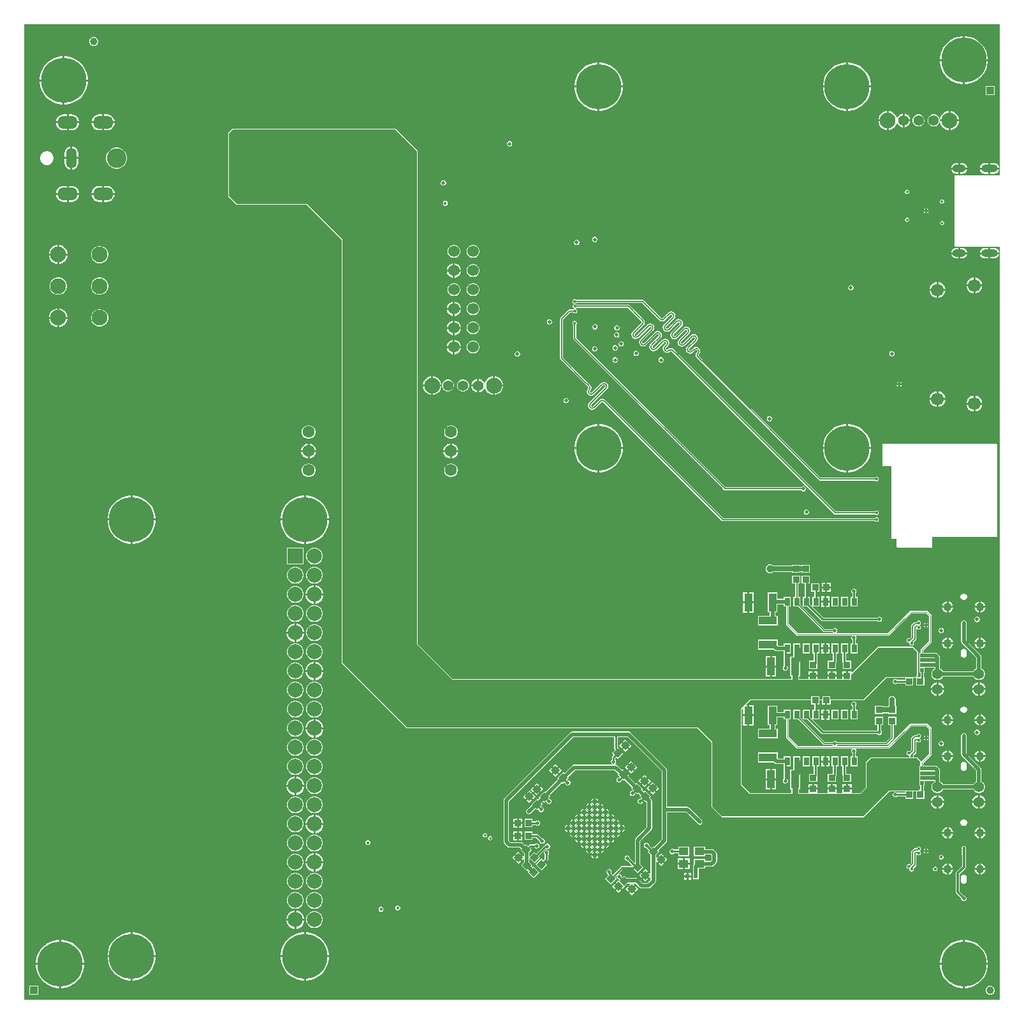
<source format=gbr>
%TF.GenerationSoftware,Altium Limited,Altium Designer,22.4.2 (48)*%
G04 Layer_Physical_Order=8*
G04 Layer_Color=65280*
%FSLAX26Y26*%
%MOIN*%
%TF.SameCoordinates,0D1A2E3A-66A7-4FCB-BFB3-5B9149DA6B87*%
%TF.FilePolarity,Positive*%
%TF.FileFunction,Copper,L8,Bot,Signal*%
%TF.Part,Single*%
G01*
G75*
%TA.AperFunction,Conductor*%
%ADD10C,0.006929*%
%ADD12C,0.004921*%
%ADD13C,0.007874*%
%TA.AperFunction,SMDPad,CuDef*%
%ADD31R,0.023622X0.023622*%
%ADD43R,0.035433X0.033465*%
%ADD51R,0.043307X0.094488*%
%ADD52R,0.033465X0.035433*%
%TA.AperFunction,FiducialPad,Global*%
%ADD58C,0.039370*%
%ADD59R,0.039370X0.039370*%
%TA.AperFunction,Conductor*%
%ADD60C,0.019685*%
%ADD61C,0.015748*%
%ADD65C,0.010000*%
%ADD66C,0.011811*%
%ADD68C,0.029528*%
%TA.AperFunction,ComponentPad*%
%ADD69O,0.086614X0.039370*%
%ADD70O,0.070866X0.039370*%
%ADD71C,0.043307*%
%ADD72C,0.082677*%
%ADD73R,0.078740X0.078740*%
%ADD74C,0.078740*%
%ADD75C,0.055118*%
%ADD76O,0.106299X0.066929*%
%ADD77O,0.055118X0.106299*%
%ADD78C,0.102362*%
%ADD79C,0.062992*%
%ADD80C,0.236220*%
%ADD81C,0.066929*%
%ADD82C,0.060000*%
%TA.AperFunction,ViaPad*%
%ADD83C,0.027559*%
%ADD84C,0.019685*%
%ADD85C,0.015748*%
%ADD86C,0.013780*%
%ADD87C,0.017716*%
%ADD88C,0.039370*%
%ADD89C,0.050000*%
%TA.AperFunction,Conductor*%
%ADD91C,0.027559*%
%ADD92C,0.006946*%
%TA.AperFunction,SMDPad,CuDef*%
%ADD93R,0.029921X0.043307*%
%ADD94R,0.018504X0.019685*%
%ADD95R,0.051181X0.043307*%
G04:AMPARAMS|DCode=96|XSize=33.465mil|YSize=35.433mil|CornerRadius=0mil|HoleSize=0mil|Usage=FLASHONLY|Rotation=225.000|XOffset=0mil|YOffset=0mil|HoleType=Round|Shape=Rectangle|*
%AMROTATEDRECTD96*
4,1,4,-0.000696,0.024359,0.024359,-0.000696,0.000696,-0.024359,-0.024359,0.000696,-0.000696,0.024359,0.0*
%
%ADD96ROTATEDRECTD96*%

G04:AMPARAMS|DCode=97|XSize=33.465mil|YSize=35.433mil|CornerRadius=0mil|HoleSize=0mil|Usage=FLASHONLY|Rotation=315.000|XOffset=0mil|YOffset=0mil|HoleType=Round|Shape=Rectangle|*
%AMROTATEDRECTD97*
4,1,4,-0.024359,-0.000696,0.000696,0.024359,0.024359,0.000696,-0.000696,-0.024359,-0.024359,-0.000696,0.0*
%
%ADD97ROTATEDRECTD97*%

%ADD98R,0.094488X0.043307*%
G36*
X6092167Y5304261D02*
X5862205D01*
X5861422Y5303937D01*
X5858268D01*
Y5300783D01*
X5857943Y5300000D01*
Y4936221D01*
X5858268Y4935437D01*
Y4932283D01*
X5861422D01*
X5862205Y4931959D01*
X6092167D01*
Y994447D01*
X994447D01*
Y6092167D01*
X6092167D01*
Y5304261D01*
D02*
G37*
%LPC*%
G36*
X1362966Y6027559D02*
X1353569D01*
X1344887Y6023963D01*
X1338242Y6017318D01*
X1334646Y6008636D01*
Y5999238D01*
X1338242Y5990556D01*
X1344887Y5983911D01*
X1353569Y5980315D01*
X1362966D01*
X1371649Y5983911D01*
X1378293Y5990556D01*
X1381890Y5999238D01*
Y6008636D01*
X1378293Y6017318D01*
X1371649Y6023963D01*
X1362966Y6027559D01*
D02*
G37*
G36*
X5915427Y6031496D02*
X5910512D01*
Y5910512D01*
X6031496D01*
Y5915427D01*
X6028394Y5935013D01*
X6022266Y5953873D01*
X6013263Y5971542D01*
X6001607Y5987585D01*
X5987585Y6001607D01*
X5971542Y6013263D01*
X5953873Y6022266D01*
X5935013Y6028394D01*
X5915427Y6031496D01*
D02*
G37*
G36*
X5900512D02*
X5895597D01*
X5876010Y6028394D01*
X5857151Y6022266D01*
X5839482Y6013263D01*
X5823439Y6001607D01*
X5809416Y5987585D01*
X5797760Y5971542D01*
X5788758Y5953873D01*
X5782630Y5935013D01*
X5779528Y5915427D01*
Y5910512D01*
X5900512D01*
Y6031496D01*
D02*
G37*
G36*
X1209915Y5925984D02*
X1205000D01*
Y5805000D01*
X1325984D01*
Y5809915D01*
X1322882Y5829501D01*
X1316754Y5848361D01*
X1307751Y5866030D01*
X1296095Y5882073D01*
X1282073Y5896095D01*
X1266030Y5907751D01*
X1248361Y5916754D01*
X1229501Y5922882D01*
X1209915Y5925984D01*
D02*
G37*
G36*
X1195000D02*
X1190085D01*
X1170499Y5922882D01*
X1151639Y5916754D01*
X1133970Y5907751D01*
X1117927Y5896095D01*
X1103905Y5882073D01*
X1092249Y5866030D01*
X1083246Y5848361D01*
X1077118Y5829501D01*
X1074016Y5809915D01*
Y5805000D01*
X1195000D01*
Y5925984D01*
D02*
G37*
G36*
X6031496Y5900512D02*
X5910512D01*
Y5779528D01*
X5915427D01*
X5935013Y5782630D01*
X5953873Y5788758D01*
X5971542Y5797760D01*
X5987585Y5809416D01*
X6001607Y5823439D01*
X6013263Y5839482D01*
X6022266Y5857151D01*
X6028394Y5876010D01*
X6031496Y5895597D01*
Y5900512D01*
D02*
G37*
G36*
X5900512D02*
X5779528D01*
Y5895597D01*
X5782630Y5876010D01*
X5788758Y5857151D01*
X5797760Y5839482D01*
X5809416Y5823439D01*
X5823439Y5809416D01*
X5839482Y5797760D01*
X5857151Y5788758D01*
X5876010Y5782630D01*
X5895597Y5779528D01*
X5900512D01*
Y5900512D01*
D02*
G37*
G36*
X5305191Y5893701D02*
X5300275D01*
Y5772716D01*
X5421260D01*
Y5777632D01*
X5418158Y5797218D01*
X5412030Y5816078D01*
X5403027Y5833747D01*
X5391371Y5849790D01*
X5377349Y5863812D01*
X5361306Y5875468D01*
X5343637Y5884471D01*
X5324777Y5890599D01*
X5305191Y5893701D01*
D02*
G37*
G36*
X5290275D02*
X5285360D01*
X5265774Y5890599D01*
X5246914Y5884471D01*
X5229245Y5875468D01*
X5213202Y5863812D01*
X5199180Y5849790D01*
X5187524Y5833747D01*
X5178521Y5816078D01*
X5172394Y5797218D01*
X5169291Y5777632D01*
Y5772716D01*
X5290275D01*
Y5893701D01*
D02*
G37*
G36*
X4005978D02*
X4001063D01*
Y5772716D01*
X4122047D01*
Y5777632D01*
X4118945Y5797218D01*
X4112817Y5816078D01*
X4103814Y5833747D01*
X4092158Y5849790D01*
X4078136Y5863812D01*
X4062093Y5875468D01*
X4044424Y5884471D01*
X4025564Y5890599D01*
X4005978Y5893701D01*
D02*
G37*
G36*
X3991063D02*
X3986148D01*
X3966562Y5890599D01*
X3947702Y5884471D01*
X3930033Y5875468D01*
X3913990Y5863812D01*
X3899968Y5849790D01*
X3888312Y5833747D01*
X3879309Y5816078D01*
X3873181Y5797218D01*
X3870079Y5777632D01*
Y5772716D01*
X3991063D01*
Y5893701D01*
D02*
G37*
G36*
X6066929Y5771654D02*
X6019685D01*
Y5724409D01*
X6066929D01*
Y5771654D01*
D02*
G37*
G36*
X1325984Y5795000D02*
X1205000D01*
Y5674016D01*
X1209915D01*
X1229501Y5677118D01*
X1248361Y5683246D01*
X1266030Y5692249D01*
X1282073Y5703905D01*
X1296095Y5717927D01*
X1307751Y5733970D01*
X1316754Y5751639D01*
X1322882Y5770499D01*
X1325984Y5790085D01*
Y5795000D01*
D02*
G37*
G36*
X1195000D02*
X1074016D01*
Y5790085D01*
X1077118Y5770499D01*
X1083246Y5751639D01*
X1092249Y5733970D01*
X1103905Y5717927D01*
X1117927Y5703905D01*
X1133970Y5692249D01*
X1151639Y5683246D01*
X1170499Y5677118D01*
X1190085Y5674016D01*
X1195000D01*
Y5795000D01*
D02*
G37*
G36*
X5421260Y5762716D02*
X5300275D01*
Y5641732D01*
X5305191D01*
X5324777Y5644834D01*
X5343637Y5650962D01*
X5361306Y5659965D01*
X5377349Y5671621D01*
X5391371Y5685643D01*
X5403027Y5701686D01*
X5412030Y5719355D01*
X5418158Y5738215D01*
X5421260Y5757801D01*
Y5762716D01*
D02*
G37*
G36*
X5290275D02*
X5169291D01*
Y5757801D01*
X5172394Y5738215D01*
X5178521Y5719355D01*
X5187524Y5701686D01*
X5199180Y5685643D01*
X5213202Y5671621D01*
X5229245Y5659965D01*
X5246914Y5650962D01*
X5265774Y5644834D01*
X5285360Y5641732D01*
X5290275D01*
Y5762716D01*
D02*
G37*
G36*
X4122047Y5762716D02*
X4001063D01*
Y5641732D01*
X4005978D01*
X4025564Y5644834D01*
X4044424Y5650962D01*
X4062093Y5659965D01*
X4078136Y5671621D01*
X4092158Y5685643D01*
X4103814Y5701686D01*
X4112817Y5719355D01*
X4118945Y5738215D01*
X4122047Y5757801D01*
Y5762716D01*
D02*
G37*
G36*
X3991063D02*
X3870079D01*
Y5757801D01*
X3873181Y5738215D01*
X3879309Y5719355D01*
X3888312Y5701686D01*
X3899968Y5685643D01*
X3913990Y5671621D01*
X3930033Y5659965D01*
X3947702Y5650962D01*
X3966562Y5644834D01*
X3986148Y5641732D01*
X3991063D01*
Y5762716D01*
D02*
G37*
G36*
X5837188Y5639764D02*
X5835709D01*
Y5595551D01*
X5879921D01*
Y5597030D01*
X5876568Y5609547D01*
X5870088Y5620769D01*
X5860926Y5629931D01*
X5849704Y5636410D01*
X5837188Y5639764D01*
D02*
G37*
G36*
X5595551Y5625894D02*
Y5595551D01*
X5625894D01*
X5623569Y5604228D01*
X5618904Y5612307D01*
X5612307Y5618905D01*
X5604228Y5623569D01*
X5595551Y5625894D01*
D02*
G37*
G36*
X5502874Y5639764D02*
X5501395D01*
X5488879Y5636410D01*
X5477657Y5629931D01*
X5468494Y5620769D01*
X5462015Y5609547D01*
X5458661Y5597030D01*
Y5595551D01*
X5502874D01*
Y5639764D01*
D02*
G37*
G36*
X5825709D02*
X5824230D01*
X5811713Y5636410D01*
X5800491Y5629931D01*
X5791329Y5620769D01*
X5784850Y5609547D01*
X5781496Y5597030D01*
Y5595551D01*
X5825709D01*
Y5639764D01*
D02*
G37*
G36*
X5830709Y5590551D02*
D01*
D01*
D01*
D02*
G37*
G36*
X1425197Y5622404D02*
X1410512D01*
Y5585709D01*
X1466234D01*
X1465471Y5591500D01*
X1461306Y5601556D01*
X1454680Y5610192D01*
X1446044Y5616818D01*
X1435988Y5620983D01*
X1425197Y5622404D01*
D02*
G37*
G36*
X1400512D02*
X1385827D01*
X1375035Y5620983D01*
X1364979Y5616818D01*
X1356344Y5610192D01*
X1349718Y5601556D01*
X1345552Y5591500D01*
X1344790Y5585709D01*
X1400512D01*
Y5622404D01*
D02*
G37*
G36*
X1240158D02*
X1225472D01*
Y5585709D01*
X1281195D01*
X1280432Y5591500D01*
X1276267Y5601556D01*
X1269640Y5610192D01*
X1261005Y5616818D01*
X1250949Y5620983D01*
X1240158Y5622404D01*
D02*
G37*
G36*
X1215472D02*
X1200787D01*
X1189996Y5620983D01*
X1179940Y5616818D01*
X1171304Y5610192D01*
X1164678Y5601556D01*
X1160513Y5591500D01*
X1159750Y5585709D01*
X1215472D01*
Y5622404D01*
D02*
G37*
G36*
X5752178Y5622047D02*
X5743885D01*
X5735874Y5619901D01*
X5728693Y5615754D01*
X5722828Y5609890D01*
X5718682Y5602708D01*
X5716535Y5594698D01*
Y5586405D01*
X5718682Y5578394D01*
X5722828Y5571212D01*
X5728693Y5565348D01*
X5735874Y5561202D01*
X5743885Y5559055D01*
X5752178D01*
X5760189Y5561202D01*
X5767370Y5565348D01*
X5773235Y5571212D01*
X5777381Y5578394D01*
X5779528Y5586405D01*
Y5594698D01*
X5777381Y5602708D01*
X5773235Y5609890D01*
X5767370Y5615754D01*
X5760189Y5619901D01*
X5752178Y5622047D01*
D02*
G37*
G36*
X5673438D02*
X5665145D01*
X5657134Y5619901D01*
X5649952Y5615754D01*
X5644088Y5609890D01*
X5639942Y5602708D01*
X5637795Y5594698D01*
Y5586405D01*
X5639942Y5578394D01*
X5644088Y5571212D01*
X5649952Y5565348D01*
X5657134Y5561202D01*
X5665145Y5559055D01*
X5673438D01*
X5681448Y5561202D01*
X5688630Y5565348D01*
X5694494Y5571212D01*
X5698641Y5578394D01*
X5700787Y5586405D01*
Y5594698D01*
X5698641Y5602708D01*
X5694494Y5609890D01*
X5688630Y5615754D01*
X5681448Y5619901D01*
X5673438Y5622047D01*
D02*
G37*
G36*
X5625894Y5585551D02*
X5595551D01*
Y5555208D01*
X5604228Y5557533D01*
X5612307Y5562198D01*
X5618904Y5568795D01*
X5623569Y5576875D01*
X5625894Y5585551D01*
D02*
G37*
G36*
X5514353Y5639764D02*
X5512874D01*
Y5590551D01*
Y5541339D01*
X5514353D01*
X5526869Y5544692D01*
X5538091Y5551171D01*
X5547254Y5560334D01*
X5553733Y5571556D01*
X5556345Y5581306D01*
X5557533Y5576875D01*
X5562198Y5568795D01*
X5568795Y5562198D01*
X5576874Y5557533D01*
X5585551Y5555208D01*
Y5590551D01*
X5590551D01*
D01*
X5585551D01*
Y5625894D01*
X5576874Y5623569D01*
X5568795Y5618905D01*
X5562198Y5612307D01*
X5557533Y5604228D01*
X5556345Y5599796D01*
X5553733Y5609547D01*
X5547254Y5620769D01*
X5538091Y5629931D01*
X5526869Y5636410D01*
X5514353Y5639764D01*
D02*
G37*
G36*
X5879921Y5585551D02*
X5835709D01*
Y5541339D01*
X5837188D01*
X5849704Y5544692D01*
X5860926Y5551171D01*
X5870088Y5560334D01*
X5876568Y5571556D01*
X5879921Y5584072D01*
Y5585551D01*
D02*
G37*
G36*
X5825709D02*
X5781496D01*
Y5584072D01*
X5784850Y5571556D01*
X5791329Y5560334D01*
X5800491Y5551171D01*
X5811713Y5544692D01*
X5824230Y5541339D01*
X5825709D01*
Y5585551D01*
D02*
G37*
G36*
X5502874D02*
X5458661D01*
Y5584072D01*
X5462015Y5571556D01*
X5468494Y5560334D01*
X5477657Y5551171D01*
X5488879Y5544692D01*
X5501395Y5541339D01*
X5502874D01*
Y5585551D01*
D02*
G37*
G36*
X1466234Y5575709D02*
X1410512D01*
Y5539014D01*
X1425197D01*
X1435988Y5540434D01*
X1446044Y5544600D01*
X1454680Y5551226D01*
X1461306Y5559861D01*
X1465471Y5569917D01*
X1466234Y5575709D01*
D02*
G37*
G36*
X1400512D02*
X1344790D01*
X1345552Y5569917D01*
X1349718Y5559861D01*
X1356344Y5551226D01*
X1364979Y5544600D01*
X1375035Y5540434D01*
X1385827Y5539014D01*
X1400512D01*
Y5575709D01*
D02*
G37*
G36*
X1281195Y5575709D02*
X1225472D01*
Y5539014D01*
X1240158D01*
X1250949Y5540434D01*
X1261005Y5544600D01*
X1269640Y5551226D01*
X1276267Y5559861D01*
X1280432Y5569917D01*
X1281195Y5575709D01*
D02*
G37*
G36*
X1215472D02*
X1159750D01*
X1160513Y5569917D01*
X1164678Y5559861D01*
X1171304Y5551226D01*
X1179940Y5544600D01*
X1189996Y5540434D01*
X1200787Y5539014D01*
X1215472D01*
Y5575709D01*
D02*
G37*
G36*
X3534237Y5482283D02*
X3528755D01*
X3523691Y5480186D01*
X3519814Y5476309D01*
X3517717Y5471245D01*
Y5465763D01*
X3519814Y5460698D01*
X3523691Y5456822D01*
X3528755Y5454724D01*
X3534237D01*
X3539302Y5456822D01*
X3543178Y5460698D01*
X3545276Y5465763D01*
Y5471245D01*
X3543178Y5476309D01*
X3539302Y5480186D01*
X3534237Y5482283D01*
D02*
G37*
G36*
X1245158Y5454372D02*
Y5398701D01*
X1275896D01*
Y5419291D01*
X1274678Y5428541D01*
X1271108Y5437161D01*
X1265429Y5444562D01*
X1258027Y5450242D01*
X1249407Y5453812D01*
X1245158Y5454372D01*
D02*
G37*
G36*
X1235158D02*
X1230908Y5453812D01*
X1222288Y5450242D01*
X1214886Y5444562D01*
X1209207Y5437161D01*
X1205637Y5428541D01*
X1204419Y5419291D01*
Y5398701D01*
X1235158D01*
Y5454372D01*
D02*
G37*
G36*
X1116870Y5429134D02*
X1107540D01*
X1098528Y5426719D01*
X1090448Y5422054D01*
X1083851Y5415457D01*
X1079186Y5407377D01*
X1076772Y5398366D01*
Y5389036D01*
X1079186Y5380024D01*
X1083851Y5371944D01*
X1090448Y5365347D01*
X1098528Y5360682D01*
X1107540Y5358268D01*
X1116870D01*
X1125881Y5360682D01*
X1133961Y5365347D01*
X1140558Y5371944D01*
X1145223Y5380024D01*
X1147638Y5389036D01*
Y5398366D01*
X1145223Y5407377D01*
X1140558Y5415457D01*
X1133961Y5422054D01*
X1125881Y5426719D01*
X1116870Y5429134D01*
D02*
G37*
G36*
X6062992Y5367167D02*
X6044370D01*
Y5344370D01*
X6090131D01*
X6089842Y5346564D01*
X6087065Y5353268D01*
X6082648Y5359025D01*
X6076891Y5363443D01*
X6070186Y5366220D01*
X6062992Y5367167D01*
D02*
G37*
G36*
X6034370D02*
X6015748D01*
X6008554Y5366220D01*
X6001850Y5363443D01*
X5996093Y5359025D01*
X5991675Y5353268D01*
X5988898Y5346564D01*
X5988609Y5344370D01*
X6034370D01*
Y5367167D01*
D02*
G37*
G36*
X5897638D02*
X5886890D01*
Y5344370D01*
X5924776D01*
X5924487Y5346564D01*
X5921711Y5353268D01*
X5917293Y5359025D01*
X5911536Y5363443D01*
X5904832Y5366220D01*
X5897638Y5367167D01*
D02*
G37*
G36*
X5876890D02*
X5866142D01*
X5858948Y5366220D01*
X5852243Y5363443D01*
X5846486Y5359025D01*
X5842069Y5353268D01*
X5839292Y5346564D01*
X5839003Y5344370D01*
X5876890D01*
Y5367167D01*
D02*
G37*
G36*
X1483634Y5448819D02*
X1469121D01*
X1455103Y5445063D01*
X1442535Y5437806D01*
X1432273Y5427544D01*
X1425016Y5414976D01*
X1421260Y5400957D01*
Y5386444D01*
X1425016Y5372426D01*
X1432273Y5359858D01*
X1442535Y5349595D01*
X1455103Y5342339D01*
X1469121Y5338583D01*
X1483634D01*
X1497653Y5342339D01*
X1510221Y5349595D01*
X1520483Y5359858D01*
X1527740Y5372426D01*
X1531496Y5386444D01*
Y5400957D01*
X1527740Y5414976D01*
X1520483Y5427544D01*
X1510221Y5437806D01*
X1497653Y5445063D01*
X1483634Y5448819D01*
D02*
G37*
G36*
X1275896Y5388701D02*
X1245158D01*
Y5333030D01*
X1249407Y5333589D01*
X1258027Y5337160D01*
X1265429Y5342839D01*
X1271108Y5350241D01*
X1274678Y5358860D01*
X1275896Y5368110D01*
Y5388701D01*
D02*
G37*
G36*
X1235158D02*
X1204419D01*
Y5368110D01*
X1205637Y5358860D01*
X1209207Y5350241D01*
X1214886Y5342839D01*
X1222288Y5337160D01*
X1230908Y5333589D01*
X1235158Y5333030D01*
Y5388701D01*
D02*
G37*
G36*
X6090131Y5334370D02*
X6044370D01*
Y5311573D01*
X6062992D01*
X6070186Y5312520D01*
X6076891Y5315297D01*
X6082648Y5319715D01*
X6087065Y5325472D01*
X6089842Y5332176D01*
X6090131Y5334370D01*
D02*
G37*
G36*
X6034370D02*
X5988609D01*
X5988898Y5332176D01*
X5991675Y5325472D01*
X5996093Y5319715D01*
X6001850Y5315297D01*
X6008554Y5312520D01*
X6015748Y5311573D01*
X6034370D01*
Y5334370D01*
D02*
G37*
G36*
X5924776Y5334370D02*
X5886890D01*
Y5311573D01*
X5897638D01*
X5904832Y5312520D01*
X5911536Y5315297D01*
X5917293Y5319715D01*
X5921711Y5325472D01*
X5924487Y5332176D01*
X5924776Y5334370D01*
D02*
G37*
G36*
X5876890D02*
X5839003D01*
X5839292Y5332176D01*
X5842069Y5325472D01*
X5846486Y5319715D01*
X5852243Y5315297D01*
X5858948Y5312520D01*
X5866142Y5311573D01*
X5876890D01*
Y5334370D01*
D02*
G37*
G36*
X3187780Y5277559D02*
X3182298D01*
X3177234Y5275461D01*
X3173358Y5271585D01*
X3171260Y5266520D01*
Y5261039D01*
X3173358Y5255974D01*
X3177234Y5252098D01*
X3182298Y5250000D01*
X3187780D01*
X3192845Y5252098D01*
X3196721Y5255974D01*
X3198819Y5261039D01*
Y5266520D01*
X3196721Y5271585D01*
X3192845Y5275461D01*
X3187780Y5277559D01*
D02*
G37*
G36*
X1240158Y5248388D02*
X1225472D01*
Y5211693D01*
X1281195D01*
X1280432Y5217484D01*
X1276267Y5227541D01*
X1269640Y5236176D01*
X1261005Y5242802D01*
X1250949Y5246967D01*
X1240158Y5248388D01*
D02*
G37*
G36*
X1215472D02*
X1200787D01*
X1189996Y5246967D01*
X1179940Y5242802D01*
X1171304Y5236176D01*
X1164678Y5227541D01*
X1160513Y5217484D01*
X1159750Y5211693D01*
X1215472D01*
Y5248388D01*
D02*
G37*
G36*
X1425197D02*
X1410512D01*
Y5211693D01*
X1466234D01*
X1465471Y5217484D01*
X1461306Y5227541D01*
X1454680Y5236176D01*
X1446044Y5242802D01*
X1435988Y5246967D01*
X1425197Y5248388D01*
D02*
G37*
G36*
X1400512D02*
X1385827D01*
X1375035Y5246967D01*
X1364979Y5242802D01*
X1356344Y5236176D01*
X1349718Y5227541D01*
X1345552Y5217484D01*
X1344790Y5211693D01*
X1400512D01*
Y5248388D01*
D02*
G37*
G36*
X5611406Y5227362D02*
X5607098D01*
X5603119Y5225714D01*
X5600074Y5222668D01*
X5598425Y5218689D01*
Y5214382D01*
X5600074Y5210403D01*
X5603119Y5207357D01*
X5607098Y5205709D01*
X5611406D01*
X5615385Y5207357D01*
X5618430Y5210403D01*
X5620079Y5214382D01*
Y5218689D01*
X5618430Y5222668D01*
X5615385Y5225714D01*
X5611406Y5227362D01*
D02*
G37*
G36*
X1466234Y5201693D02*
X1410512D01*
Y5164998D01*
X1425197D01*
X1435988Y5166418D01*
X1446044Y5170584D01*
X1454680Y5177210D01*
X1461306Y5185845D01*
X1465471Y5195901D01*
X1466234Y5201693D01*
D02*
G37*
G36*
X1400512D02*
X1344790D01*
X1345552Y5195901D01*
X1349718Y5185845D01*
X1356344Y5177210D01*
X1364979Y5170584D01*
X1375035Y5166418D01*
X1385827Y5164998D01*
X1400512D01*
Y5201693D01*
D02*
G37*
G36*
X1281195Y5201693D02*
X1225472D01*
Y5164998D01*
X1240158D01*
X1250949Y5166418D01*
X1261005Y5170584D01*
X1269640Y5177210D01*
X1276267Y5185845D01*
X1280432Y5195901D01*
X1281195Y5201693D01*
D02*
G37*
G36*
X1215472D02*
X1159750D01*
X1160513Y5195901D01*
X1164678Y5185845D01*
X1171304Y5177210D01*
X1179940Y5170584D01*
X1189996Y5166418D01*
X1200787Y5164998D01*
X1215472D01*
Y5201693D01*
D02*
G37*
G36*
X5793453Y5178150D02*
X5789146D01*
X5785167Y5176501D01*
X5782121Y5173456D01*
X5780473Y5169476D01*
Y5165169D01*
X5782121Y5161190D01*
X5785167Y5158144D01*
X5789146Y5156496D01*
X5793453D01*
X5797432Y5158144D01*
X5800478Y5161190D01*
X5802126Y5165169D01*
Y5169476D01*
X5800478Y5173456D01*
X5797432Y5176501D01*
X5793453Y5178150D01*
D02*
G37*
G36*
X3197545Y5170795D02*
X3192455D01*
X3187752Y5168847D01*
X3184153Y5165248D01*
X3182205Y5160545D01*
Y5155455D01*
X3184153Y5150752D01*
X3187752Y5147153D01*
X3192455Y5145205D01*
X3197545D01*
X3202248Y5147153D01*
X3205847Y5150752D01*
X3207795Y5155455D01*
Y5160545D01*
X3205847Y5165248D01*
X3202248Y5168847D01*
X3197545Y5170795D01*
D02*
G37*
G36*
X5713661Y5129974D02*
Y5123110D01*
X5720525D01*
X5719575Y5125403D01*
X5715954Y5129024D01*
X5713661Y5129974D01*
D02*
G37*
G36*
X5703661D02*
X5701369Y5129024D01*
X5697747Y5125403D01*
X5696798Y5123110D01*
X5703661D01*
Y5129974D01*
D02*
G37*
G36*
X5720525Y5113110D02*
X5713661D01*
Y5106247D01*
X5715954Y5107196D01*
X5719575Y5110818D01*
X5720525Y5113110D01*
D02*
G37*
G36*
X5703661D02*
X5696798D01*
X5697747Y5110818D01*
X5701369Y5107196D01*
X5703661Y5106247D01*
Y5113110D01*
D02*
G37*
G36*
X5611406Y5082677D02*
X5607098D01*
X5603119Y5081029D01*
X5600074Y5077983D01*
X5598425Y5074004D01*
Y5069697D01*
X5600074Y5065718D01*
X5603119Y5062672D01*
X5607098Y5061024D01*
X5611406D01*
X5615385Y5062672D01*
X5618430Y5065718D01*
X5620079Y5069697D01*
Y5074004D01*
X5618430Y5077983D01*
X5615385Y5081029D01*
X5611406Y5082677D01*
D02*
G37*
G36*
X5794030Y5065407D02*
X5789723D01*
X5785743Y5063759D01*
X5782698Y5060713D01*
X5781050Y5056734D01*
Y5052427D01*
X5782698Y5048448D01*
X5785743Y5045402D01*
X5789723Y5043754D01*
X5794030D01*
X5798009Y5045402D01*
X5801055Y5048448D01*
X5802703Y5052427D01*
Y5056734D01*
X5801055Y5060713D01*
X5798009Y5063759D01*
X5794030Y5065407D01*
D02*
G37*
G36*
X3979245Y4982283D02*
X3973763D01*
X3968698Y4980186D01*
X3964822Y4976310D01*
X3962724Y4971245D01*
Y4965763D01*
X3964822Y4960699D01*
X3968698Y4956822D01*
X3973763Y4954725D01*
X3979245D01*
X3984309Y4956822D01*
X3988186Y4960699D01*
X3990284Y4965763D01*
Y4971245D01*
X3988186Y4976310D01*
X3984309Y4980186D01*
X3979245Y4982283D01*
D02*
G37*
G36*
X3884631Y4966535D02*
X3879149D01*
X3874084Y4964438D01*
X3870208Y4960561D01*
X3868110Y4955497D01*
Y4950015D01*
X3870208Y4944950D01*
X3874084Y4941074D01*
X3879149Y4938976D01*
X3884631D01*
X3889695Y4941074D01*
X3893572Y4944950D01*
X3895669Y4950015D01*
Y4955497D01*
X3893572Y4960561D01*
X3889695Y4964438D01*
X3884631Y4966535D01*
D02*
G37*
G36*
X5897638Y4924647D02*
X5886890D01*
Y4901851D01*
X5924776D01*
X5924487Y4904045D01*
X5921711Y4910749D01*
X5917293Y4916506D01*
X5911536Y4920923D01*
X5904832Y4923700D01*
X5897638Y4924647D01*
D02*
G37*
G36*
X5876890D02*
X5866142D01*
X5858948Y4923700D01*
X5852243Y4920923D01*
X5846486Y4916506D01*
X5842069Y4910749D01*
X5839292Y4904045D01*
X5839003Y4901851D01*
X5876890D01*
Y4924647D01*
D02*
G37*
G36*
X6062992D02*
X6044370D01*
Y4901850D01*
X6090131D01*
X6089842Y4904045D01*
X6087065Y4910749D01*
X6082648Y4916506D01*
X6076891Y4920923D01*
X6070186Y4923700D01*
X6062992Y4924647D01*
D02*
G37*
G36*
X6034370D02*
X6015748D01*
X6008554Y4923700D01*
X6001850Y4920923D01*
X5996093Y4916506D01*
X5991675Y4910749D01*
X5988898Y4904045D01*
X5988609Y4901850D01*
X6034370D01*
Y4924647D01*
D02*
G37*
G36*
X1177739Y4938976D02*
X1176260D01*
Y4894764D01*
X1220473D01*
Y4896243D01*
X1217119Y4908759D01*
X1210640Y4919981D01*
X1201477Y4929144D01*
X1190255Y4935623D01*
X1177739Y4938976D01*
D02*
G37*
G36*
X1166260D02*
X1164781D01*
X1152264Y4935623D01*
X1141043Y4929144D01*
X1131880Y4919981D01*
X1125401Y4908759D01*
X1122047Y4896243D01*
Y4894764D01*
X1166260D01*
Y4938976D01*
D02*
G37*
G36*
X3344428Y4940236D02*
X3335493D01*
X3326861Y4937923D01*
X3319123Y4933456D01*
X3312804Y4927137D01*
X3308336Y4919398D01*
X3306024Y4910767D01*
Y4901831D01*
X3308336Y4893200D01*
X3312804Y4885461D01*
X3319123Y4879143D01*
X3326861Y4874675D01*
X3335493Y4872362D01*
X3344428D01*
X3353060Y4874675D01*
X3360798Y4879143D01*
X3367117Y4885461D01*
X3371585Y4893200D01*
X3373898Y4901831D01*
Y4910767D01*
X3371585Y4919398D01*
X3367117Y4927137D01*
X3360798Y4933456D01*
X3353060Y4937923D01*
X3344428Y4940236D01*
D02*
G37*
G36*
X3244428D02*
X3235493D01*
X3226861Y4937923D01*
X3219123Y4933456D01*
X3212804Y4927137D01*
X3208336Y4919398D01*
X3206024Y4910767D01*
Y4901831D01*
X3208336Y4893200D01*
X3212804Y4885461D01*
X3219123Y4879143D01*
X3226861Y4874675D01*
X3235493Y4872362D01*
X3244428D01*
X3253060Y4874675D01*
X3260798Y4879143D01*
X3267117Y4885461D01*
X3271585Y4893200D01*
X3273898Y4901831D01*
Y4910767D01*
X3271585Y4919398D01*
X3267117Y4927137D01*
X3260798Y4933456D01*
X3253060Y4937923D01*
X3244428Y4940236D01*
D02*
G37*
G36*
X6090131Y4891850D02*
X6044370D01*
Y4869054D01*
X6062992D01*
X6070186Y4870001D01*
X6076891Y4872778D01*
X6082648Y4877195D01*
X6087065Y4882952D01*
X6089842Y4889656D01*
X6090131Y4891850D01*
D02*
G37*
G36*
X6034370D02*
X5988609D01*
X5988898Y4889656D01*
X5991675Y4882952D01*
X5996093Y4877195D01*
X6001850Y4872778D01*
X6008554Y4870001D01*
X6015748Y4869054D01*
X6034370D01*
Y4891850D01*
D02*
G37*
G36*
X5924776Y4891851D02*
X5886890D01*
Y4869054D01*
X5897638D01*
X5904832Y4870001D01*
X5911536Y4872778D01*
X5917293Y4877195D01*
X5921711Y4882952D01*
X5924487Y4889656D01*
X5924776Y4891851D01*
D02*
G37*
G36*
X5876890D02*
X5839003D01*
X5839292Y4889656D01*
X5842069Y4882952D01*
X5846486Y4877195D01*
X5852243Y4872778D01*
X5858948Y4870001D01*
X5866142Y4869054D01*
X5876890D01*
Y4891851D01*
D02*
G37*
G36*
X1393756Y4935039D02*
X1381835D01*
X1370320Y4931954D01*
X1359995Y4925993D01*
X1351566Y4917564D01*
X1345605Y4907239D01*
X1342520Y4895724D01*
Y4883803D01*
X1345605Y4872288D01*
X1351566Y4861964D01*
X1359995Y4853534D01*
X1370320Y4847574D01*
X1381835Y4844488D01*
X1393756D01*
X1405271Y4847574D01*
X1415595Y4853534D01*
X1424025Y4861964D01*
X1429986Y4872288D01*
X1433071Y4883803D01*
Y4895724D01*
X1429986Y4907239D01*
X1424025Y4917564D01*
X1415595Y4925993D01*
X1405271Y4931954D01*
X1393756Y4935039D01*
D02*
G37*
G36*
X1220473Y4884764D02*
X1176260D01*
Y4840551D01*
X1177739D01*
X1190255Y4843905D01*
X1201477Y4850384D01*
X1210640Y4859546D01*
X1217119Y4870768D01*
X1220473Y4883285D01*
Y4884764D01*
D02*
G37*
G36*
X1166260D02*
X1122047D01*
Y4883285D01*
X1125401Y4870768D01*
X1131880Y4859546D01*
X1141043Y4850384D01*
X1152264Y4843905D01*
X1164781Y4840551D01*
X1166260D01*
Y4884764D01*
D02*
G37*
G36*
X3244961Y4844169D02*
Y4811299D01*
X3277831D01*
X3275253Y4820918D01*
X3270267Y4829554D01*
X3263216Y4836606D01*
X3254579Y4841592D01*
X3244961Y4844169D01*
D02*
G37*
G36*
X3234961D02*
X3225342Y4841592D01*
X3216705Y4836606D01*
X3209654Y4829554D01*
X3204668Y4820918D01*
X3202090Y4811299D01*
X3234961D01*
Y4844169D01*
D02*
G37*
G36*
X3344428Y4840236D02*
X3335493D01*
X3326861Y4837923D01*
X3319123Y4833456D01*
X3312804Y4827137D01*
X3308336Y4819398D01*
X3306024Y4810767D01*
Y4801831D01*
X3308336Y4793200D01*
X3312804Y4785461D01*
X3319123Y4779143D01*
X3326861Y4774675D01*
X3335493Y4772362D01*
X3344428D01*
X3353060Y4774675D01*
X3360798Y4779143D01*
X3367117Y4785461D01*
X3371585Y4793200D01*
X3373898Y4801831D01*
Y4810767D01*
X3371585Y4819398D01*
X3367117Y4827137D01*
X3360798Y4833456D01*
X3353060Y4837923D01*
X3344428Y4840236D01*
D02*
G37*
G36*
X3277831Y4801299D02*
X3244961D01*
Y4768429D01*
X3254579Y4771006D01*
X3263216Y4775993D01*
X3270267Y4783044D01*
X3275253Y4791680D01*
X3277831Y4801299D01*
D02*
G37*
G36*
X3234961D02*
X3202090D01*
X3204668Y4791680D01*
X3209654Y4783044D01*
X3216705Y4775993D01*
X3225342Y4771006D01*
X3234961Y4768429D01*
Y4801299D01*
D02*
G37*
G36*
X5966072Y4769685D02*
X5965630D01*
Y4733346D01*
X6001968D01*
Y4733789D01*
X5999151Y4744302D01*
X5993709Y4753729D01*
X5986012Y4761425D01*
X5976586Y4766868D01*
X5966072Y4769685D01*
D02*
G37*
G36*
X5955630D02*
X5955188D01*
X5944674Y4766868D01*
X5935248Y4761425D01*
X5927551Y4753729D01*
X5922109Y4744302D01*
X5919292Y4733789D01*
Y4733346D01*
X5955630D01*
Y4769685D01*
D02*
G37*
G36*
X5773159Y4746063D02*
X5772717D01*
Y4709724D01*
X5809055D01*
Y4710167D01*
X5806238Y4720681D01*
X5800796Y4730107D01*
X5793099Y4737803D01*
X5783673Y4743246D01*
X5773159Y4746063D01*
D02*
G37*
G36*
X5762717D02*
X5762274D01*
X5751761Y4743246D01*
X5742334Y4737803D01*
X5734638Y4730107D01*
X5729195Y4720681D01*
X5726378Y4710167D01*
Y4709724D01*
X5762717D01*
Y4746063D01*
D02*
G37*
G36*
X5317702Y4730315D02*
X5312220D01*
X5307155Y4728217D01*
X5303279Y4724341D01*
X5301181Y4719276D01*
Y4713794D01*
X5303279Y4708730D01*
X5307155Y4704854D01*
X5312220Y4702756D01*
X5317702D01*
X5322766Y4704854D01*
X5326642Y4708730D01*
X5328740Y4713794D01*
Y4719276D01*
X5326642Y4724341D01*
X5322766Y4728217D01*
X5317702Y4730315D01*
D02*
G37*
G36*
X6001968Y4723346D02*
X5965630D01*
Y4687008D01*
X5966072D01*
X5976586Y4689825D01*
X5986012Y4695267D01*
X5993709Y4702964D01*
X5999151Y4712390D01*
X6001968Y4722904D01*
Y4723346D01*
D02*
G37*
G36*
X5955630D02*
X5919292D01*
Y4722904D01*
X5922109Y4712390D01*
X5927551Y4702964D01*
X5935248Y4695267D01*
X5944674Y4689825D01*
X5955188Y4687008D01*
X5955630D01*
Y4723346D01*
D02*
G37*
G36*
X1393756Y4769685D02*
X1381835D01*
X1370320Y4766600D01*
X1359995Y4760639D01*
X1351566Y4752209D01*
X1345605Y4741885D01*
X1342520Y4730370D01*
Y4718449D01*
X1345605Y4706934D01*
X1351566Y4696609D01*
X1359995Y4688180D01*
X1370320Y4682219D01*
X1381835Y4679134D01*
X1393756D01*
X1405271Y4682219D01*
X1415595Y4688180D01*
X1424025Y4696609D01*
X1429986Y4706934D01*
X1433071Y4718449D01*
Y4730370D01*
X1429986Y4741885D01*
X1424025Y4752209D01*
X1415595Y4760639D01*
X1405271Y4766600D01*
X1393756Y4769685D01*
D02*
G37*
G36*
X1177220D02*
X1165299D01*
X1153784Y4766600D01*
X1143460Y4760639D01*
X1135030Y4752209D01*
X1129070Y4741885D01*
X1125984Y4730370D01*
Y4718449D01*
X1129070Y4706934D01*
X1135030Y4696609D01*
X1143460Y4688180D01*
X1153784Y4682219D01*
X1165299Y4679134D01*
X1177220D01*
X1188736Y4682219D01*
X1199060Y4688180D01*
X1207489Y4696609D01*
X1213450Y4706934D01*
X1216535Y4718449D01*
Y4730370D01*
X1213450Y4741885D01*
X1207489Y4752209D01*
X1199060Y4760639D01*
X1188736Y4766600D01*
X1177220Y4769685D01*
D02*
G37*
G36*
X3344428Y4740236D02*
X3335493D01*
X3326861Y4737923D01*
X3319123Y4733456D01*
X3312804Y4727137D01*
X3308336Y4719398D01*
X3306024Y4710767D01*
Y4701831D01*
X3308336Y4693200D01*
X3312804Y4685461D01*
X3319123Y4679143D01*
X3326861Y4674675D01*
X3335493Y4672362D01*
X3344428D01*
X3353060Y4674675D01*
X3360798Y4679143D01*
X3367117Y4685461D01*
X3371585Y4693200D01*
X3373898Y4701831D01*
Y4710767D01*
X3371585Y4719398D01*
X3367117Y4727137D01*
X3360798Y4733456D01*
X3353060Y4737923D01*
X3344428Y4740236D01*
D02*
G37*
G36*
X3244428D02*
X3235493D01*
X3226861Y4737923D01*
X3219123Y4733456D01*
X3212804Y4727137D01*
X3208336Y4719398D01*
X3206024Y4710767D01*
Y4701831D01*
X3208336Y4693200D01*
X3212804Y4685461D01*
X3219123Y4679143D01*
X3226861Y4674675D01*
X3235493Y4672362D01*
X3244428D01*
X3253060Y4674675D01*
X3260798Y4679143D01*
X3267117Y4685461D01*
X3271585Y4693200D01*
X3273898Y4701831D01*
Y4710767D01*
X3271585Y4719398D01*
X3267117Y4727137D01*
X3260798Y4733456D01*
X3253060Y4737923D01*
X3244428Y4740236D01*
D02*
G37*
G36*
X5809055Y4699724D02*
X5772717D01*
Y4663386D01*
X5773159D01*
X5783673Y4666203D01*
X5793099Y4671645D01*
X5800796Y4679342D01*
X5806238Y4688768D01*
X5809055Y4699282D01*
Y4699724D01*
D02*
G37*
G36*
X5762717D02*
X5726378D01*
Y4699282D01*
X5729195Y4688768D01*
X5734638Y4679342D01*
X5742334Y4671645D01*
X5751761Y4666203D01*
X5762274Y4663386D01*
X5762717D01*
Y4699724D01*
D02*
G37*
G36*
X3244961Y4644169D02*
Y4611299D01*
X3277831D01*
X3275253Y4620918D01*
X3270267Y4629554D01*
X3263216Y4636606D01*
X3254579Y4641592D01*
X3244961Y4644169D01*
D02*
G37*
G36*
X3234961D02*
X3225342Y4641592D01*
X3216705Y4636606D01*
X3209654Y4629554D01*
X3204668Y4620918D01*
X3202090Y4611299D01*
X3234961D01*
Y4644169D01*
D02*
G37*
G36*
X3874397Y4606299D02*
X3869698D01*
X3865357Y4604501D01*
X3863372Y4602516D01*
X3842520D01*
X3839447Y4601905D01*
X3836843Y4600165D01*
X3836843Y4600165D01*
X3797473Y4560795D01*
X3795732Y4558190D01*
X3795121Y4555118D01*
Y4346457D01*
X3795732Y4343384D01*
X3797473Y4340780D01*
X3912774Y4225478D01*
X3912775Y4225477D01*
X3915559Y4222694D01*
X3915559Y4222694D01*
X3941476Y4196776D01*
X3941632Y4196672D01*
X3943319Y4192598D01*
X3941632Y4188524D01*
X3941476Y4188420D01*
X3941476Y4188420D01*
X3941476Y4188420D01*
X3941476Y4188420D01*
X3941475Y4188419D01*
X3941282Y4188613D01*
X3936462Y4181398D01*
X3934769Y4172888D01*
X3936462Y4164377D01*
X3941282Y4157163D01*
X3941475Y4157356D01*
X3941475Y4157356D01*
X3941475D01*
Y4157356D01*
X3941282Y4157163D01*
X3948497Y4152342D01*
X3957007Y4150649D01*
X3965517Y4152342D01*
X3972732Y4157163D01*
X3972539Y4157356D01*
X4020742Y4205559D01*
X4020742Y4205559D01*
X4020742Y4205559D01*
X4020846Y4205715D01*
X4024921Y4207402D01*
X4028994Y4205715D01*
X4029098Y4205559D01*
D01*
X4029099Y4205559D01*
X4029099Y4205559D01*
X4029254Y4205455D01*
X4030942Y4201381D01*
X4029254Y4197307D01*
X4029099Y4197203D01*
X4029099Y4197203D01*
X4029098Y4197203D01*
X3947829Y4115934D01*
X3947636Y4116127D01*
X3942815Y4108912D01*
X3941123Y4100402D01*
X3942815Y4091892D01*
X3947636Y4084677D01*
X3947829Y4084870D01*
Y4084870D01*
Y4084870D01*
X3947829D01*
X3947636Y4084677D01*
X3954851Y4079856D01*
X3963361Y4078164D01*
X3971871Y4079856D01*
X3979086Y4084677D01*
X3978893Y4084870D01*
X4011959Y4117936D01*
X4011959Y4117937D01*
X4011959Y4117937D01*
X4011959Y4117937D01*
X4012064Y4118093D01*
X4016137Y4119780D01*
X4020211Y4118093D01*
X4020315Y4117937D01*
X4020316Y4117936D01*
X4023100Y4115153D01*
X4023100Y4115153D01*
X4639992Y3498260D01*
X4642597Y3496520D01*
X4645669Y3495909D01*
X4645670Y3495909D01*
X5440144D01*
X5442128Y3493924D01*
X5446470Y3492126D01*
X5451168D01*
X5455509Y3493924D01*
X5458832Y3497247D01*
X5460630Y3501588D01*
Y3506286D01*
X5458832Y3510627D01*
X5455509Y3513950D01*
X5451168Y3515748D01*
X5446470D01*
X5442128Y3513950D01*
X5440144Y3511965D01*
X4648995D01*
X4034454Y4126507D01*
X4034453Y4126507D01*
X4031670Y4129290D01*
X4031669Y4129291D01*
X4031669D01*
X4031862Y4129484D01*
X4024648Y4134304D01*
X4016137Y4135997D01*
X4007627Y4134304D01*
X4000413Y4129484D01*
X4000606Y4129291D01*
X3967539Y4096224D01*
X3967435Y4096068D01*
X3963361Y4094381D01*
X3959287Y4096068D01*
X3959183Y4096224D01*
X3959103Y4096144D01*
X3959183Y4096224D01*
X3959027Y4096328D01*
X3957340Y4100402D01*
X3959027Y4104476D01*
X3959183Y4104580D01*
Y4104580D01*
X3959183Y4104580D01*
X3959183Y4104580D01*
X4040452Y4185849D01*
X4040452Y4185849D01*
X4040645Y4185656D01*
X4045466Y4192871D01*
X4047159Y4201381D01*
X4045466Y4209891D01*
X4040645Y4217106D01*
X4040452Y4216913D01*
X4040452Y4216913D01*
X4040452D01*
X4040452D01*
X4040645Y4217106D01*
X4033431Y4221927D01*
X4024921Y4223619D01*
X4016410Y4221927D01*
X4009196Y4217106D01*
X4009389Y4216913D01*
Y4216913D01*
X4009389D01*
X3961185Y4168710D01*
X3961081Y4168554D01*
X3957007Y4166866D01*
X3952933Y4168554D01*
X3952829Y4168709D01*
X3952829Y4168710D01*
X3952829Y4168710D01*
D01*
X3952673Y4168814D01*
X3950986Y4172888D01*
X3952673Y4176962D01*
X3952829Y4177066D01*
Y4177066D01*
X3952829Y4177066D01*
X3952829Y4177066D01*
X3952830Y4177066D01*
X3953023Y4176873D01*
X3957844Y4184088D01*
X3959536Y4192598D01*
X3957844Y4201109D01*
X3953023Y4208323D01*
X3952830Y4208130D01*
X3926913Y4234047D01*
X3926912Y4234048D01*
X3924129Y4236831D01*
D01*
X3811178Y4349782D01*
Y4551793D01*
X3845845Y4586460D01*
X3863372D01*
X3865357Y4584475D01*
X3869698Y4582677D01*
X3874397D01*
X3878738Y4584475D01*
X3882060Y4587798D01*
X3883858Y4592139D01*
Y4596838D01*
X3882060Y4601179D01*
X3878738Y4604501D01*
X3874397Y4606299D01*
D02*
G37*
G36*
X3344428Y4640236D02*
X3335493D01*
X3326861Y4637923D01*
X3319123Y4633456D01*
X3312804Y4627137D01*
X3308336Y4619398D01*
X3306024Y4610767D01*
Y4601831D01*
X3308336Y4593200D01*
X3312804Y4585461D01*
X3319123Y4579143D01*
X3326861Y4574675D01*
X3335493Y4572362D01*
X3344428D01*
X3353060Y4574675D01*
X3360798Y4579143D01*
X3367117Y4585461D01*
X3371585Y4593200D01*
X3373898Y4601831D01*
Y4610767D01*
X3371585Y4619398D01*
X3367117Y4627137D01*
X3360798Y4633456D01*
X3353060Y4637923D01*
X3344428Y4640236D01*
D02*
G37*
G36*
X3277831Y4601299D02*
X3244961D01*
Y4568429D01*
X3254579Y4571006D01*
X3263216Y4575993D01*
X3270267Y4583044D01*
X3275253Y4591680D01*
X3277831Y4601299D01*
D02*
G37*
G36*
X3234961D02*
X3202090D01*
X3204668Y4591680D01*
X3209654Y4583044D01*
X3216705Y4575993D01*
X3225342Y4571006D01*
X3234961Y4568429D01*
Y4601299D01*
D02*
G37*
G36*
X3874226Y4656297D02*
X3869528D01*
X3865186Y4654499D01*
X3861864Y4651176D01*
X3860066Y4646835D01*
Y4642136D01*
X3861864Y4637795D01*
X3865186Y4634473D01*
X3869528Y4632675D01*
X3874226D01*
X3878567Y4634473D01*
X3880552Y4636457D01*
X4223252D01*
X4310268Y4549441D01*
X4310268Y4549441D01*
X4313051Y4546658D01*
X4313052Y4546657D01*
X4313052Y4546657D01*
X4313052D01*
X4312859Y4546464D01*
X4320074Y4541643D01*
X4328584Y4539950D01*
X4337094Y4541643D01*
X4344309Y4546464D01*
X4344116Y4546657D01*
X4344116D01*
X4371435Y4573976D01*
X4371435Y4573976D01*
X4371539Y4574132D01*
X4375613Y4575819D01*
X4379687Y4574132D01*
X4379791Y4573976D01*
X4379871Y4574056D01*
Y4574056D01*
X4379871D01*
X4379792Y4573976D01*
X4379947Y4573872D01*
X4381635Y4569798D01*
X4379947Y4565724D01*
X4379791Y4565620D01*
X4379791D01*
D01*
X4379791Y4565620D01*
X4338096Y4523924D01*
X4338095Y4523924D01*
X4337903Y4524117D01*
X4333082Y4516903D01*
X4331389Y4508392D01*
X4333082Y4499882D01*
X4337902Y4492668D01*
X4338095Y4492861D01*
X4338095Y4492861D01*
X4338096D01*
Y4492861D01*
X4337903Y4492668D01*
X4345117Y4487847D01*
X4353627Y4486154D01*
X4362138Y4487847D01*
X4369352Y4492668D01*
X4369159Y4492861D01*
X4410854Y4534556D01*
X4410855Y4534556D01*
X4410959Y4534712D01*
X4415033Y4536400D01*
X4419107Y4534712D01*
X4419211Y4534556D01*
D01*
X4419211Y4534556D01*
X4419211Y4534556D01*
X4419367Y4534452D01*
X4421054Y4530378D01*
X4419367Y4526304D01*
X4419211Y4526200D01*
X4419211D01*
D01*
X4419211Y4526200D01*
X4377515Y4484505D01*
X4377515Y4484505D01*
X4377322Y4484698D01*
X4372502Y4477483D01*
X4370809Y4468973D01*
X4372502Y4460462D01*
X4377322Y4453248D01*
X4377515Y4453441D01*
X4377515Y4453441D01*
X4377515D01*
Y4453441D01*
X4377322Y4453248D01*
X4384537Y4448427D01*
X4393047Y4446734D01*
X4401557Y4448427D01*
X4408772Y4453248D01*
X4408579Y4453441D01*
X4450274Y4495136D01*
X4450275Y4495137D01*
X4450379Y4495292D01*
X4454453Y4496980D01*
X4458527Y4495292D01*
X4458631Y4495137D01*
D01*
X4458631Y4495137D01*
X4458631Y4495137D01*
X4458787Y4495033D01*
X4460474Y4490959D01*
X4458787Y4486885D01*
X4458631Y4486781D01*
X4458631D01*
D01*
X4458631Y4486780D01*
X4416935Y4445085D01*
X4416935Y4445085D01*
X4416742Y4445278D01*
X4411922Y4438063D01*
X4410229Y4429553D01*
X4411922Y4421043D01*
X4416742Y4413828D01*
X4416935Y4414021D01*
X4416935Y4414021D01*
X4416935D01*
Y4414021D01*
X4416742Y4413828D01*
X4423957Y4409007D01*
X4432467Y4407315D01*
X4440977Y4409007D01*
X4448192Y4413828D01*
X4447999Y4414021D01*
X4489694Y4455716D01*
X4489695Y4455717D01*
X4489799Y4455873D01*
X4493873Y4457560D01*
X4497947Y4455873D01*
X4498051Y4455717D01*
D01*
X4498051Y4455717D01*
X4498051Y4455717D01*
X4498207Y4455613D01*
X4499894Y4451539D01*
X4498207Y4447465D01*
X4498051Y4447361D01*
X4498051Y4447361D01*
X4498051Y4447360D01*
X4459575Y4408885D01*
Y4408885D01*
X4459382Y4409078D01*
X4454562Y4401864D01*
X4452869Y4393353D01*
X4454562Y4384843D01*
X4459382Y4377629D01*
X4459575Y4377822D01*
X4459575Y4377822D01*
X4459575D01*
Y4377822D01*
X4459382Y4377628D01*
X4466597Y4372808D01*
X4475107Y4371115D01*
X4483617Y4372808D01*
X4490832Y4377628D01*
X4490639Y4377822D01*
X4490639Y4377822D01*
X4501795Y4388978D01*
X4501796Y4388978D01*
Y4388978D01*
D01*
X4501900Y4389134D01*
X4505974Y4390822D01*
X4510048Y4389134D01*
X4510152Y4388978D01*
D01*
X4510152Y4388978D01*
X4510152Y4388978D01*
X4510308Y4388874D01*
X4511995Y4384800D01*
X4510308Y4380726D01*
X4510152Y4380622D01*
X4510151Y4380622D01*
Y4380622D01*
X4509958Y4380815D01*
X4505137Y4373600D01*
X4503445Y4365090D01*
X4505137Y4356580D01*
X4509958Y4349365D01*
X4510151Y4349558D01*
Y4349558D01*
X4530206Y4329503D01*
X4532990Y4326719D01*
X5148851Y3710858D01*
X5151455Y3709118D01*
X5154528Y3708507D01*
X5440144D01*
X5442128Y3706523D01*
X5446470Y3704724D01*
X5451168D01*
X5455509Y3706523D01*
X5458832Y3709845D01*
X5460630Y3714186D01*
Y3718885D01*
X5458832Y3723226D01*
X5455509Y3726548D01*
X5451168Y3728346D01*
X5446470D01*
X5442128Y3726548D01*
X5440144Y3724564D01*
X5157853D01*
X4544344Y4338073D01*
X4544343Y4338073D01*
X4541560Y4340857D01*
X4521505Y4360912D01*
X4521349Y4361016D01*
X4519662Y4365090D01*
X4521349Y4369164D01*
X4521505Y4369268D01*
X4521506Y4369269D01*
X4521699Y4369075D01*
X4526519Y4376290D01*
X4528212Y4384800D01*
X4526519Y4393310D01*
X4521699Y4400525D01*
X4521506Y4400332D01*
X4521506D01*
Y4400332D01*
X4521505Y4400332D01*
X4521699Y4400525D01*
X4514484Y4405346D01*
X4505974Y4407039D01*
X4497464Y4405346D01*
X4490249Y4400525D01*
Y4400525D01*
X4490442Y4400332D01*
X4479285Y4389176D01*
X4479285Y4389175D01*
X4479285Y4389175D01*
X4479181Y4389020D01*
X4475107Y4387332D01*
X4471033Y4389020D01*
X4470929Y4389175D01*
X4470929Y4389175D01*
X4470929Y4389176D01*
D01*
X4470773Y4389280D01*
X4469086Y4393353D01*
X4470773Y4397427D01*
X4470929Y4397531D01*
X4509404Y4436007D01*
X4509404Y4436007D01*
X4509598Y4435814D01*
X4514418Y4443029D01*
X4516111Y4451539D01*
X4514418Y4460049D01*
X4509598Y4467264D01*
X4509404Y4467071D01*
X4509404D01*
Y4467071D01*
X4509404Y4467071D01*
X4509597Y4467264D01*
X4502383Y4472084D01*
X4493873Y4473777D01*
X4485363Y4472084D01*
X4478148Y4467264D01*
Y4467264D01*
X4478341Y4467071D01*
X4478341Y4467070D01*
X4436645Y4425375D01*
X4436541Y4425219D01*
X4432467Y4423532D01*
X4428393Y4425219D01*
X4428289Y4425375D01*
X4428289Y4425375D01*
X4428289Y4425375D01*
D01*
X4428133Y4425479D01*
X4426446Y4429553D01*
X4428133Y4433627D01*
X4428289Y4433731D01*
X4428289Y4433731D01*
X4469984Y4475427D01*
X4469985Y4475427D01*
X4470178Y4475234D01*
X4474998Y4482448D01*
X4476691Y4490959D01*
X4474998Y4499469D01*
X4470178Y4506684D01*
X4469985Y4506490D01*
X4469985D01*
Y4506490D01*
X4469984Y4506491D01*
X4470178Y4506684D01*
X4462963Y4511504D01*
X4454453Y4513197D01*
X4445943Y4511504D01*
X4438728Y4506684D01*
Y4506683D01*
X4438921Y4506490D01*
X4438921Y4506490D01*
X4397225Y4464795D01*
X4397121Y4464639D01*
X4393047Y4462951D01*
X4388973Y4464639D01*
X4388869Y4464795D01*
X4388869Y4464795D01*
X4388869Y4464795D01*
D01*
X4388713Y4464899D01*
X4387026Y4468973D01*
X4388713Y4473047D01*
X4388869Y4473151D01*
X4388869Y4473151D01*
X4430565Y4514846D01*
X4430565Y4514847D01*
X4430758Y4514654D01*
X4435579Y4521868D01*
X4437271Y4530378D01*
X4435579Y4538889D01*
X4430758Y4546103D01*
X4430565Y4545910D01*
X4430565D01*
Y4545910D01*
X4430565Y4545910D01*
X4430758Y4546103D01*
X4423543Y4550924D01*
X4415033Y4552617D01*
X4406523Y4550924D01*
X4399308Y4546103D01*
Y4546103D01*
X4399501Y4545910D01*
X4399501Y4545910D01*
X4357805Y4504215D01*
X4357701Y4504059D01*
X4353627Y4502371D01*
X4349553Y4504059D01*
X4349449Y4504214D01*
X4349449Y4504215D01*
X4349449Y4504215D01*
D01*
X4349293Y4504319D01*
X4347606Y4508392D01*
X4349294Y4512467D01*
X4349449Y4512570D01*
X4349449Y4512571D01*
X4391145Y4554266D01*
X4391145Y4554266D01*
X4391338Y4554073D01*
X4396159Y4561288D01*
X4397852Y4569798D01*
X4396159Y4578308D01*
X4391338Y4585523D01*
X4391145Y4585330D01*
X4391145Y4585330D01*
X4391338Y4585523D01*
X4384124Y4590344D01*
X4375613Y4592036D01*
X4367103Y4590344D01*
X4359889Y4585523D01*
Y4585523D01*
X4360081Y4585330D01*
X4360081Y4585330D01*
X4332762Y4558011D01*
X4332658Y4557855D01*
X4328584Y4556167D01*
X4324510Y4557855D01*
X4324406Y4558011D01*
X4324406Y4558011D01*
X4321622Y4560795D01*
X4321622Y4560795D01*
X4232254Y4650163D01*
X4229650Y4651903D01*
X4226577Y4652514D01*
X3880552D01*
X3878567Y4654499D01*
X3874226Y4656297D01*
D02*
G37*
G36*
X1177739Y4608268D02*
X1176260D01*
Y4564055D01*
X1220473D01*
Y4565534D01*
X1217119Y4578051D01*
X1210640Y4589272D01*
X1201477Y4598435D01*
X1190255Y4604914D01*
X1177739Y4608268D01*
D02*
G37*
G36*
X1166260D02*
X1164781D01*
X1152264Y4604914D01*
X1141043Y4598435D01*
X1131880Y4589272D01*
X1125401Y4578051D01*
X1122047Y4565534D01*
Y4564055D01*
X1166260D01*
Y4608268D01*
D02*
G37*
G36*
X3741914Y4551181D02*
X3736432D01*
X3731368Y4549083D01*
X3727492Y4545207D01*
X3725394Y4540142D01*
Y4534661D01*
X3727492Y4529596D01*
X3731368Y4525720D01*
X3736432Y4523622D01*
X3741914D01*
X3746979Y4525720D01*
X3750855Y4529596D01*
X3752953Y4534661D01*
Y4540142D01*
X3750855Y4545207D01*
X3746979Y4549083D01*
X3741914Y4551181D01*
D02*
G37*
G36*
X1393756Y4604331D02*
X1381835D01*
X1370320Y4601245D01*
X1359995Y4595285D01*
X1351566Y4586855D01*
X1345605Y4576531D01*
X1342520Y4565016D01*
Y4553095D01*
X1345605Y4541579D01*
X1351566Y4531255D01*
X1359995Y4522826D01*
X1370320Y4516865D01*
X1381835Y4513779D01*
X1393756D01*
X1405271Y4516865D01*
X1415595Y4522826D01*
X1424025Y4531255D01*
X1429986Y4541579D01*
X1433071Y4553095D01*
Y4565016D01*
X1429986Y4576531D01*
X1424025Y4586855D01*
X1415595Y4595285D01*
X1405271Y4601245D01*
X1393756Y4604331D01*
D02*
G37*
G36*
X3244961Y4544169D02*
Y4511299D01*
X3277831D01*
X3275253Y4520918D01*
X3270267Y4529554D01*
X3263216Y4536606D01*
X3254579Y4541592D01*
X3244961Y4544169D01*
D02*
G37*
G36*
X3234961D02*
X3225342Y4541592D01*
X3216705Y4536606D01*
X3209654Y4529554D01*
X3204668Y4520918D01*
X3202090Y4511299D01*
X3234961D01*
Y4544169D01*
D02*
G37*
G36*
X1220473Y4554055D02*
X1176260D01*
Y4509842D01*
X1177739D01*
X1190255Y4513196D01*
X1201477Y4519675D01*
X1210640Y4528838D01*
X1217119Y4540060D01*
X1220473Y4552576D01*
Y4554055D01*
D02*
G37*
G36*
X1166260D02*
X1122047D01*
Y4552576D01*
X1125401Y4540060D01*
X1131880Y4528838D01*
X1141043Y4519675D01*
X1152264Y4513196D01*
X1164781Y4509842D01*
X1166260D01*
Y4554055D01*
D02*
G37*
G36*
X3875349Y4630811D02*
X3870651D01*
X3866310Y4629013D01*
X3862987Y4625690D01*
X3861189Y4621349D01*
Y4616651D01*
X3862987Y4612310D01*
X3866310Y4608987D01*
X3870651Y4607189D01*
X3875349D01*
X3879690Y4608987D01*
X3881675Y4610972D01*
X4149328D01*
X4197571Y4562729D01*
X4197571Y4562729D01*
X4220065Y4540235D01*
X4220065Y4540234D01*
X4220221Y4540130D01*
X4221908Y4536056D01*
X4220221Y4531982D01*
X4220065Y4531878D01*
X4174500Y4486313D01*
X4174500Y4486313D01*
X4174307Y4486506D01*
X4169487Y4479292D01*
X4167794Y4470781D01*
X4169487Y4462271D01*
X4174307Y4455057D01*
X4174500Y4455250D01*
X4174500Y4455250D01*
X4174500D01*
Y4455249D01*
X4174307Y4455056D01*
X4181522Y4450236D01*
X4190032Y4448543D01*
X4198542Y4450236D01*
X4205757Y4455056D01*
X4205564Y4455250D01*
X4262113Y4511798D01*
X4262113Y4511799D01*
X4262217Y4511954D01*
X4266291Y4513642D01*
X4270365Y4511955D01*
X4270469Y4511799D01*
D01*
X4270469Y4511799D01*
X4270469Y4511799D01*
X4270625Y4511695D01*
X4272312Y4507621D01*
X4270625Y4503547D01*
X4270469Y4503443D01*
X4270469Y4503443D01*
X4270469Y4503442D01*
X4213920Y4446894D01*
X4213920Y4446893D01*
X4213727Y4447086D01*
X4208906Y4439872D01*
X4207214Y4431362D01*
X4208906Y4422851D01*
X4213727Y4415637D01*
X4213920Y4415830D01*
X4213920Y4415830D01*
X4213920D01*
Y4415830D01*
X4213727Y4415637D01*
X4220942Y4410816D01*
X4229452Y4409123D01*
X4237962Y4410816D01*
X4245177Y4415637D01*
X4244984Y4415830D01*
X4301532Y4472378D01*
X4301533Y4472379D01*
X4301637Y4472535D01*
X4305711Y4474222D01*
X4309785Y4472535D01*
X4309889Y4472379D01*
D01*
X4309889Y4472379D01*
X4309889Y4472379D01*
X4310045Y4472275D01*
X4311732Y4468201D01*
X4310045Y4464127D01*
X4309889Y4464023D01*
X4267965Y4422099D01*
Y4422098D01*
X4267772Y4422292D01*
X4262951Y4415077D01*
X4261258Y4406567D01*
X4262951Y4398056D01*
X4267772Y4390842D01*
X4267965Y4391035D01*
X4267965Y4391035D01*
X4267965D01*
Y4391035D01*
X4267772Y4390842D01*
X4274986Y4386021D01*
X4283497Y4384328D01*
X4292007Y4386021D01*
X4299221Y4390842D01*
X4299028Y4391035D01*
X4339824Y4431831D01*
X4339928Y4431986D01*
X4344002Y4433674D01*
X4348076Y4431986D01*
X4348180Y4431831D01*
D01*
X4348180Y4431831D01*
X4348180Y4431831D01*
X4348336Y4431727D01*
X4350024Y4427653D01*
X4348336Y4423579D01*
X4348180Y4423475D01*
X4348180Y4423475D01*
X4348180Y4423474D01*
X4338324Y4413618D01*
X4338324Y4413618D01*
Y4413618D01*
X4338131Y4413811D01*
X4333310Y4406597D01*
X4331618Y4398086D01*
X4333310Y4389576D01*
X4338131Y4382362D01*
X4338324Y4382555D01*
X4338324Y4382555D01*
X4338324D01*
Y4382555D01*
X4338131Y4382361D01*
X4345346Y4377541D01*
X4353856Y4375848D01*
X4362366Y4377541D01*
X4369581Y4382361D01*
X4369388Y4382555D01*
X4369388Y4382555D01*
X4369492Y4382711D01*
X4373566Y4384399D01*
X4377640Y4382711D01*
X4377744Y4382555D01*
X4377745Y4382555D01*
X4397209Y4363090D01*
X4397210Y4363090D01*
X5226606Y3533693D01*
X5226606Y3533693D01*
X5229211Y3531953D01*
X5232283Y3531342D01*
X5440144D01*
X5442128Y3529357D01*
X5446470Y3527559D01*
X5451168D01*
X5455509Y3529357D01*
X5458832Y3532680D01*
X5460630Y3537021D01*
Y3541720D01*
X5458832Y3546061D01*
X5455509Y3549383D01*
X5451168Y3551181D01*
X5446470D01*
X5442128Y3549383D01*
X5440144Y3547398D01*
X5235609D01*
X4408563Y4374444D01*
X4408563Y4374444D01*
X4389098Y4393909D01*
X4389098D01*
X4389291Y4394102D01*
X4382077Y4398923D01*
X4373566Y4400615D01*
X4365056Y4398923D01*
X4357842Y4394102D01*
X4358035Y4393909D01*
X4358035D01*
X4358034Y4393908D01*
X4357930Y4393753D01*
X4353856Y4392065D01*
X4349782Y4393753D01*
X4349678Y4393908D01*
X4349678Y4393908D01*
X4349678Y4393908D01*
D01*
X4349522Y4394013D01*
X4347835Y4398086D01*
X4349522Y4402160D01*
X4349678Y4402265D01*
X4359534Y4412121D01*
X4359534Y4412121D01*
X4359727Y4411928D01*
X4364548Y4419142D01*
X4366241Y4427653D01*
X4364548Y4436163D01*
X4359727Y4443377D01*
X4359534Y4443184D01*
X4359534D01*
Y4443185D01*
X4359534Y4443185D01*
X4359727Y4443378D01*
X4352512Y4448198D01*
X4344002Y4449891D01*
X4335492Y4448198D01*
X4328277Y4443377D01*
Y4443377D01*
X4328470Y4443184D01*
X4287675Y4402389D01*
X4287570Y4402233D01*
X4283497Y4400545D01*
X4279423Y4402233D01*
X4279319Y4402389D01*
X4279319Y4402389D01*
X4279319Y4402389D01*
D01*
X4279163Y4402493D01*
X4277475Y4406567D01*
X4279163Y4410641D01*
X4279319Y4410745D01*
X4321243Y4452669D01*
X4321243Y4452669D01*
X4321436Y4452476D01*
X4326257Y4459691D01*
X4327949Y4468201D01*
X4326257Y4476711D01*
X4321436Y4483926D01*
X4321243Y4483733D01*
X4321243D01*
Y4483733D01*
X4321243Y4483733D01*
X4321436Y4483926D01*
X4314221Y4488746D01*
X4305711Y4490439D01*
X4297201Y4488746D01*
X4289986Y4483926D01*
Y4483926D01*
X4290179Y4483733D01*
X4290179Y4483733D01*
X4233630Y4427184D01*
X4233526Y4427028D01*
X4229452Y4425340D01*
X4225378Y4427028D01*
X4225274Y4427184D01*
X4225274Y4427184D01*
X4225274Y4427184D01*
D01*
X4225118Y4427288D01*
X4223431Y4431362D01*
X4225118Y4435436D01*
X4225274Y4435540D01*
X4225274Y4435540D01*
X4281823Y4492089D01*
X4281823Y4492089D01*
X4282016Y4491896D01*
X4286837Y4499110D01*
X4288529Y4507621D01*
X4286837Y4516131D01*
X4282016Y4523346D01*
X4281823Y4523153D01*
X4281823D01*
Y4523153D01*
X4281823Y4523153D01*
X4282016Y4523346D01*
X4274801Y4528166D01*
X4266291Y4529859D01*
X4257781Y4528166D01*
X4250566Y4523346D01*
Y4523346D01*
X4250759Y4523153D01*
X4250759Y4523152D01*
X4194210Y4466603D01*
X4194106Y4466448D01*
X4190032Y4464760D01*
X4185958Y4466448D01*
X4185854Y4466603D01*
X4185854Y4466603D01*
X4185854Y4466604D01*
D01*
X4185698Y4466708D01*
X4184011Y4470781D01*
X4185698Y4474855D01*
X4185854Y4474959D01*
X4185854Y4474960D01*
X4231419Y4520525D01*
Y4520525D01*
X4231612Y4520332D01*
X4236433Y4527546D01*
X4238126Y4536056D01*
X4236433Y4544567D01*
X4231612Y4551781D01*
X4231419Y4551588D01*
Y4551588D01*
X4231419Y4551588D01*
X4208925Y4574082D01*
X4158330Y4624677D01*
X4155726Y4626417D01*
X4152654Y4627028D01*
X3881675D01*
X3879690Y4629013D01*
X3875349Y4630811D01*
D02*
G37*
G36*
X3979741Y4525779D02*
X3974259D01*
X3969195Y4523682D01*
X3965318Y4519806D01*
X3963220Y4514741D01*
Y4509259D01*
X3965318Y4504194D01*
X3969195Y4500318D01*
X3974259Y4498221D01*
X3979741D01*
X3984805Y4500318D01*
X3988682Y4504194D01*
X3990780Y4509259D01*
Y4514741D01*
X3988682Y4519806D01*
X3984805Y4523682D01*
X3979741Y4525779D01*
D02*
G37*
G36*
X4094797Y4520009D02*
X4089315D01*
X4084251Y4517911D01*
X4080374Y4514035D01*
X4078276Y4508970D01*
Y4503488D01*
X4080374Y4498424D01*
X4084251Y4494548D01*
X4089315Y4492450D01*
X4094797D01*
X4099861Y4494548D01*
X4103738Y4498424D01*
X4105836Y4503488D01*
Y4508970D01*
X4103738Y4514035D01*
X4099861Y4517911D01*
X4094797Y4520009D01*
D02*
G37*
G36*
X3344428Y4540236D02*
X3335493D01*
X3326861Y4537923D01*
X3319123Y4533456D01*
X3312804Y4527137D01*
X3308336Y4519398D01*
X3306024Y4510767D01*
Y4501831D01*
X3308336Y4493200D01*
X3312804Y4485461D01*
X3319123Y4479143D01*
X3326861Y4474675D01*
X3335493Y4472362D01*
X3344428D01*
X3353060Y4474675D01*
X3360798Y4479143D01*
X3367117Y4485461D01*
X3371585Y4493200D01*
X3373898Y4501831D01*
Y4510767D01*
X3371585Y4519398D01*
X3367117Y4527137D01*
X3360798Y4533456D01*
X3353060Y4537923D01*
X3344428Y4540236D01*
D02*
G37*
G36*
X3277831Y4501299D02*
X3244961D01*
Y4468429D01*
X3254579Y4471006D01*
X3263216Y4475993D01*
X3270267Y4483044D01*
X3275253Y4491680D01*
X3277831Y4501299D01*
D02*
G37*
G36*
X3234961D02*
X3202090D01*
X3204668Y4491680D01*
X3209654Y4483044D01*
X3216705Y4475993D01*
X3225342Y4471006D01*
X3234961Y4468429D01*
Y4501299D01*
D02*
G37*
G36*
X4094154Y4483193D02*
X4088673D01*
X4083608Y4481095D01*
X4079732Y4477219D01*
X4077634Y4472154D01*
Y4466672D01*
X4079732Y4461608D01*
X4083608Y4457732D01*
X4088673Y4455634D01*
X4094154D01*
X4099219Y4457732D01*
X4103095Y4461608D01*
X4105193Y4466672D01*
Y4472154D01*
X4103095Y4477219D01*
X4099219Y4481095D01*
X4094154Y4483193D01*
D02*
G37*
G36*
X3244961Y4444169D02*
Y4411299D01*
X3277831D01*
X3275253Y4420918D01*
X3270267Y4429554D01*
X3263216Y4436606D01*
X3254579Y4441592D01*
X3244961Y4444169D01*
D02*
G37*
G36*
X3234961D02*
X3225342Y4441592D01*
X3216705Y4436606D01*
X3209654Y4429554D01*
X3204668Y4420918D01*
X3202090Y4411299D01*
X3234961D01*
Y4444169D01*
D02*
G37*
G36*
X4116914Y4436779D02*
X4111432D01*
X4106368Y4434682D01*
X4102492Y4430805D01*
X4100394Y4425741D01*
Y4420259D01*
X4102492Y4415194D01*
X4106368Y4411318D01*
X4111432Y4409220D01*
X4116914D01*
X4121979Y4411318D01*
X4125855Y4415194D01*
X4127953Y4420259D01*
Y4425741D01*
X4125855Y4430805D01*
X4121979Y4434682D01*
X4116914Y4436779D01*
D02*
G37*
G36*
X4085418Y4415354D02*
X4079936D01*
X4074872Y4413257D01*
X4070995Y4409380D01*
X4068898Y4404316D01*
Y4398834D01*
X4070995Y4393769D01*
X4074872Y4389893D01*
X4079936Y4387795D01*
X4085418D01*
X4090483Y4389893D01*
X4094359Y4393769D01*
X4096457Y4398834D01*
Y4404316D01*
X4094359Y4409380D01*
X4090483Y4413257D01*
X4085418Y4415354D01*
D02*
G37*
G36*
X3979119Y4410433D02*
X3973637D01*
X3968573Y4408335D01*
X3964696Y4404459D01*
X3962599Y4399394D01*
Y4393913D01*
X3964696Y4388848D01*
X3968573Y4384972D01*
X3973637Y4382874D01*
X3979119D01*
X3984184Y4384972D01*
X3988060Y4388848D01*
X3990157Y4393913D01*
Y4399394D01*
X3988060Y4404459D01*
X3984184Y4408335D01*
X3979119Y4410433D01*
D02*
G37*
G36*
X3344428Y4440236D02*
X3335493D01*
X3326861Y4437923D01*
X3319123Y4433456D01*
X3312804Y4427137D01*
X3308336Y4419398D01*
X3306024Y4410767D01*
Y4401831D01*
X3308336Y4393200D01*
X3312804Y4385461D01*
X3319123Y4379143D01*
X3326861Y4374675D01*
X3335493Y4372362D01*
X3344428D01*
X3353060Y4374675D01*
X3360798Y4379143D01*
X3367117Y4385461D01*
X3371585Y4393200D01*
X3373898Y4401831D01*
Y4410767D01*
X3371585Y4419398D01*
X3367117Y4427137D01*
X3360798Y4433456D01*
X3353060Y4437923D01*
X3344428Y4440236D01*
D02*
G37*
G36*
X3277831Y4401299D02*
X3244961D01*
Y4368429D01*
X3254579Y4371006D01*
X3263216Y4375993D01*
X3270267Y4383044D01*
X3275253Y4391680D01*
X3277831Y4401299D01*
D02*
G37*
G36*
X3234961D02*
X3202090D01*
X3204668Y4391680D01*
X3209654Y4383044D01*
X3216705Y4375993D01*
X3225342Y4371006D01*
X3234961Y4368429D01*
Y4401299D01*
D02*
G37*
G36*
X4195654Y4386811D02*
X4190172D01*
X4185108Y4384713D01*
X4181232Y4380837D01*
X4179134Y4375772D01*
Y4370291D01*
X4181232Y4365226D01*
X4185108Y4361350D01*
X4190172Y4359252D01*
X4195654D01*
X4200719Y4361350D01*
X4204595Y4365226D01*
X4206693Y4370291D01*
Y4375772D01*
X4204595Y4380837D01*
X4200719Y4384713D01*
X4195654Y4386811D01*
D02*
G37*
G36*
X5532269Y4384842D02*
X5526787D01*
X5521722Y4382745D01*
X5517846Y4378868D01*
X5515748Y4373804D01*
Y4368322D01*
X5517846Y4363257D01*
X5521722Y4359381D01*
X5526787Y4357283D01*
X5532269D01*
X5537333Y4359381D01*
X5541209Y4363257D01*
X5543307Y4368322D01*
Y4373804D01*
X5541209Y4378868D01*
X5537333Y4382745D01*
X5532269Y4384842D01*
D02*
G37*
G36*
X3574591Y4383858D02*
X3569110D01*
X3564045Y4381760D01*
X3560169Y4377884D01*
X3558071Y4372820D01*
Y4367338D01*
X3560169Y4362273D01*
X3564045Y4358397D01*
X3569110Y4356299D01*
X3574591D01*
X3579656Y4358397D01*
X3583532Y4362273D01*
X3585630Y4367338D01*
Y4372820D01*
X3583532Y4377884D01*
X3579656Y4381760D01*
X3574591Y4383858D01*
D02*
G37*
G36*
X4325575Y4352362D02*
X4320094D01*
X4315029Y4350264D01*
X4311153Y4346388D01*
X4309055Y4341324D01*
Y4335842D01*
X4311153Y4330777D01*
X4315029Y4326901D01*
X4320094Y4324803D01*
X4325575D01*
X4330640Y4326901D01*
X4334516Y4330777D01*
X4336614Y4335842D01*
Y4341324D01*
X4334516Y4346388D01*
X4330640Y4350264D01*
X4325575Y4352362D01*
D02*
G37*
G36*
X4085418D02*
X4079936D01*
X4074872Y4350264D01*
X4070995Y4346388D01*
X4068898Y4341324D01*
Y4335842D01*
X4070995Y4330777D01*
X4074872Y4326901D01*
X4079936Y4324803D01*
X4085418D01*
X4090483Y4326901D01*
X4094359Y4330777D01*
X4096457Y4335842D01*
Y4341324D01*
X4094359Y4346388D01*
X4090483Y4350264D01*
X4085418Y4352362D01*
D02*
G37*
G36*
X5573000Y4225929D02*
Y4218000D01*
X5580929D01*
X5579748Y4220850D01*
X5575850Y4224748D01*
X5573000Y4225929D01*
D02*
G37*
G36*
X5563000D02*
X5560150Y4224748D01*
X5556252Y4220850D01*
X5555071Y4218000D01*
X5563000D01*
Y4225929D01*
D02*
G37*
G36*
X3443819Y4253937D02*
X3442340D01*
X3429823Y4250583D01*
X3418602Y4244104D01*
X3409439Y4234942D01*
X3402960Y4223720D01*
X3400347Y4213970D01*
X3399160Y4218401D01*
X3394495Y4226481D01*
X3387898Y4233078D01*
X3379818Y4237743D01*
X3371142Y4240068D01*
Y4204724D01*
Y4169381D01*
X3379818Y4171706D01*
X3387898Y4176371D01*
X3394495Y4182968D01*
X3399160Y4191048D01*
X3400347Y4195479D01*
X3402960Y4185729D01*
X3409439Y4174507D01*
X3418602Y4165345D01*
X3429823Y4158865D01*
X3442340Y4155512D01*
X3443819D01*
Y4204724D01*
Y4253937D01*
D02*
G37*
G36*
X3455298D02*
X3453819D01*
Y4209724D01*
X3498032D01*
Y4211203D01*
X3494678Y4223720D01*
X3488199Y4234942D01*
X3479036Y4244104D01*
X3467814Y4250583D01*
X3455298Y4253937D01*
D02*
G37*
G36*
X3361142Y4240068D02*
X3352465Y4237743D01*
X3344385Y4233078D01*
X3337788Y4226481D01*
X3333124Y4218401D01*
X3330799Y4209724D01*
X3361142D01*
Y4240068D01*
D02*
G37*
G36*
X3132463Y4253937D02*
X3130984D01*
Y4209724D01*
X3175197D01*
Y4211203D01*
X3171843Y4223720D01*
X3165364Y4234942D01*
X3156202Y4244104D01*
X3144980Y4250583D01*
X3132463Y4253937D01*
D02*
G37*
G36*
X3120984D02*
X3119505D01*
X3106989Y4250583D01*
X3095767Y4244104D01*
X3086604Y4234942D01*
X3080125Y4223720D01*
X3076772Y4211203D01*
Y4209724D01*
X3120984D01*
Y4253937D01*
D02*
G37*
G36*
X5580929Y4208000D02*
X5573000D01*
Y4200071D01*
X5575850Y4201252D01*
X5579748Y4205150D01*
X5580929Y4208000D01*
D02*
G37*
G36*
X5563000D02*
X5555071D01*
X5556252Y4205150D01*
X5560150Y4201252D01*
X5563000Y4200071D01*
Y4208000D01*
D02*
G37*
G36*
X3291548Y4236220D02*
X3283255D01*
X3275245Y4234074D01*
X3268063Y4229927D01*
X3262198Y4224063D01*
X3258052Y4216881D01*
X3255906Y4208871D01*
Y4200578D01*
X3258052Y4192567D01*
X3262198Y4185385D01*
X3268063Y4179521D01*
X3275245Y4175375D01*
X3283255Y4173228D01*
X3291548D01*
X3299559Y4175375D01*
X3306741Y4179521D01*
X3312605Y4185385D01*
X3316751Y4192567D01*
X3318898Y4200578D01*
Y4208871D01*
X3316751Y4216881D01*
X3312605Y4224063D01*
X3306741Y4229927D01*
X3299559Y4234074D01*
X3291548Y4236220D01*
D02*
G37*
G36*
X3212808D02*
X3204515D01*
X3196504Y4234074D01*
X3189322Y4229927D01*
X3183458Y4224063D01*
X3179312Y4216881D01*
X3177165Y4208871D01*
Y4200578D01*
X3179312Y4192567D01*
X3183458Y4185385D01*
X3189322Y4179521D01*
X3196504Y4175375D01*
X3204515Y4173228D01*
X3212808D01*
X3220818Y4175375D01*
X3228000Y4179521D01*
X3233865Y4185385D01*
X3238011Y4192567D01*
X3240157Y4200578D01*
Y4208871D01*
X3238011Y4216881D01*
X3233865Y4224063D01*
X3228000Y4229927D01*
X3220818Y4234074D01*
X3212808Y4236220D01*
D02*
G37*
G36*
X3361142Y4199724D02*
X3330799D01*
X3333124Y4191048D01*
X3337788Y4182968D01*
X3344385Y4176371D01*
X3352465Y4171706D01*
X3361142Y4169381D01*
Y4199724D01*
D02*
G37*
G36*
X3498032D02*
X3453819D01*
Y4155512D01*
X3455298D01*
X3467814Y4158865D01*
X3479036Y4165345D01*
X3488199Y4174507D01*
X3494678Y4185729D01*
X3498032Y4198245D01*
Y4199724D01*
D02*
G37*
G36*
X3175197D02*
X3130984D01*
Y4155512D01*
X3132463D01*
X3144980Y4158865D01*
X3156202Y4165345D01*
X3165364Y4174507D01*
X3171843Y4185729D01*
X3175197Y4198245D01*
Y4199724D01*
D02*
G37*
G36*
X3120984D02*
X3076772D01*
Y4198245D01*
X3080125Y4185729D01*
X3086604Y4174507D01*
X3095767Y4165345D01*
X3106989Y4158865D01*
X3119505Y4155512D01*
X3120984D01*
Y4199724D01*
D02*
G37*
G36*
X5773159Y4175197D02*
X5772717D01*
Y4138858D01*
X5809055D01*
Y4139301D01*
X5806238Y4149814D01*
X5800796Y4159241D01*
X5793099Y4166937D01*
X5783673Y4172380D01*
X5773159Y4175197D01*
D02*
G37*
G36*
X5762717D02*
X5762274D01*
X5751761Y4172380D01*
X5742334Y4166937D01*
X5734638Y4159241D01*
X5729195Y4149814D01*
X5726378Y4139301D01*
Y4138858D01*
X5762717D01*
Y4175197D01*
D02*
G37*
G36*
X5966072Y4151575D02*
X5965630D01*
Y4115236D01*
X6001968D01*
Y4115678D01*
X5999151Y4126192D01*
X5993709Y4135619D01*
X5986012Y4143315D01*
X5976586Y4148757D01*
X5966072Y4151575D01*
D02*
G37*
G36*
X5955630D02*
X5955188D01*
X5944674Y4148757D01*
X5935248Y4143315D01*
X5927551Y4135619D01*
X5922109Y4126192D01*
X5919292Y4115678D01*
Y4115236D01*
X5955630D01*
Y4151575D01*
D02*
G37*
G36*
X3829513Y4139764D02*
X3824031D01*
X3818966Y4137666D01*
X3815090Y4133790D01*
X3812992Y4128725D01*
Y4123243D01*
X3815090Y4118179D01*
X3818966Y4114303D01*
X3824031Y4112205D01*
X3829513D01*
X3834577Y4114303D01*
X3838453Y4118179D01*
X3840551Y4123243D01*
Y4128725D01*
X3838453Y4133790D01*
X3834577Y4137666D01*
X3829513Y4139764D01*
D02*
G37*
G36*
X5809055Y4128858D02*
X5772717D01*
Y4092520D01*
X5773159D01*
X5783673Y4095337D01*
X5793099Y4100779D01*
X5800796Y4108476D01*
X5806238Y4117902D01*
X5809055Y4128416D01*
Y4128858D01*
D02*
G37*
G36*
X5762717D02*
X5726378D01*
Y4128416D01*
X5729195Y4117902D01*
X5734638Y4108476D01*
X5742334Y4100779D01*
X5751761Y4095337D01*
X5762274Y4092520D01*
X5762717D01*
Y4128858D01*
D02*
G37*
G36*
X6001968Y4105236D02*
X5965630D01*
Y4068898D01*
X5966072D01*
X5976586Y4071715D01*
X5986012Y4077157D01*
X5993709Y4084854D01*
X5999151Y4094280D01*
X6001968Y4104794D01*
Y4105236D01*
D02*
G37*
G36*
X5955630D02*
X5919292D01*
Y4104794D01*
X5922109Y4094280D01*
X5927551Y4084854D01*
X5935248Y4077157D01*
X5944674Y4071715D01*
X5955188Y4068898D01*
X5955630D01*
Y4105236D01*
D02*
G37*
G36*
X4892505Y4045276D02*
X4887023D01*
X4881958Y4043178D01*
X4878082Y4039302D01*
X4875984Y4034237D01*
Y4028755D01*
X4878082Y4023691D01*
X4881958Y4019814D01*
X4887023Y4017717D01*
X4892505D01*
X4897569Y4019814D01*
X4901445Y4023691D01*
X4903543Y4028755D01*
Y4034237D01*
X4901445Y4039302D01*
X4897569Y4043178D01*
X4892505Y4045276D01*
D02*
G37*
G36*
X3229074Y3997638D02*
X3219745D01*
X3210733Y3995223D01*
X3202653Y3990558D01*
X3196056Y3983961D01*
X3191391Y3975881D01*
X3188976Y3966869D01*
Y3957540D01*
X3191391Y3948528D01*
X3196056Y3940448D01*
X3202653Y3933851D01*
X3210733Y3929186D01*
X3219745Y3926772D01*
X3229074D01*
X3238086Y3929186D01*
X3246166Y3933851D01*
X3252763Y3940448D01*
X3257428Y3948528D01*
X3259842Y3957540D01*
Y3966869D01*
X3257428Y3975881D01*
X3252763Y3983961D01*
X3246166Y3990558D01*
X3238086Y3995223D01*
X3229074Y3997638D01*
D02*
G37*
G36*
X2484980D02*
X2475650D01*
X2466638Y3995223D01*
X2458559Y3990558D01*
X2451962Y3983961D01*
X2447297Y3975881D01*
X2444882Y3966869D01*
Y3957540D01*
X2447297Y3948528D01*
X2451962Y3940448D01*
X2458559Y3933851D01*
X2466638Y3929186D01*
X2475650Y3926772D01*
X2484980D01*
X2493992Y3929186D01*
X2502071Y3933851D01*
X2508668Y3940448D01*
X2513333Y3948528D01*
X2515748Y3957540D01*
Y3966869D01*
X2513333Y3975881D01*
X2508668Y3983961D01*
X2502071Y3990558D01*
X2493992Y3995223D01*
X2484980Y3997638D01*
D02*
G37*
G36*
X5305191Y4003937D02*
X5300276D01*
Y3882953D01*
X5421260D01*
Y3887868D01*
X5418158Y3907454D01*
X5412030Y3926314D01*
X5403027Y3943983D01*
X5391371Y3960026D01*
X5377349Y3974048D01*
X5361306Y3985704D01*
X5343637Y3994707D01*
X5324777Y4000835D01*
X5305191Y4003937D01*
D02*
G37*
G36*
X5290276D02*
X5285360D01*
X5265774Y4000835D01*
X5246914Y3994707D01*
X5229245Y3985704D01*
X5213202Y3974048D01*
X5199180Y3960026D01*
X5187524Y3943983D01*
X5178521Y3926314D01*
X5172394Y3907454D01*
X5169291Y3887868D01*
Y3882953D01*
X5290276D01*
Y4003937D01*
D02*
G37*
G36*
X4005978D02*
X4001063D01*
Y3882953D01*
X4122047D01*
Y3887868D01*
X4118945Y3907454D01*
X4112817Y3926314D01*
X4103814Y3943983D01*
X4092158Y3960026D01*
X4078136Y3974048D01*
X4062093Y3985704D01*
X4044424Y3994707D01*
X4025564Y4000835D01*
X4005978Y4003937D01*
D02*
G37*
G36*
X3991063D02*
X3986148D01*
X3966562Y4000835D01*
X3947702Y3994707D01*
X3930033Y3985704D01*
X3913990Y3974048D01*
X3899968Y3960026D01*
X3888312Y3943983D01*
X3879309Y3926314D01*
X3873181Y3907454D01*
X3870079Y3887868D01*
Y3882953D01*
X3991063D01*
Y4003937D01*
D02*
G37*
G36*
X3229593Y3901575D02*
X3229409D01*
Y3867205D01*
X3263779D01*
Y3867388D01*
X3261096Y3877401D01*
X3255913Y3886378D01*
X3248583Y3893709D01*
X3239606Y3898892D01*
X3229593Y3901575D01*
D02*
G37*
G36*
X2485498D02*
X2485315D01*
Y3867205D01*
X2519685D01*
Y3867388D01*
X2517002Y3877401D01*
X2511819Y3886378D01*
X2504489Y3893709D01*
X2495511Y3898892D01*
X2485498Y3901575D01*
D02*
G37*
G36*
X3219409D02*
X3219226D01*
X3209213Y3898892D01*
X3200236Y3893709D01*
X3192906Y3886378D01*
X3187722Y3877401D01*
X3185039Y3867388D01*
Y3867205D01*
X3219409D01*
Y3901575D01*
D02*
G37*
G36*
X2475315D02*
X2475132D01*
X2465119Y3898892D01*
X2456141Y3893709D01*
X2448811Y3886378D01*
X2443628Y3877401D01*
X2440945Y3867388D01*
Y3867205D01*
X2475315D01*
Y3901575D01*
D02*
G37*
G36*
X3263779Y3857205D02*
X3229409D01*
Y3822835D01*
X3229593D01*
X3239606Y3825518D01*
X3248583Y3830701D01*
X3255913Y3838031D01*
X3261096Y3847008D01*
X3263779Y3857021D01*
Y3857205D01*
D02*
G37*
G36*
X3219409D02*
X3185039D01*
Y3857021D01*
X3187722Y3847008D01*
X3192906Y3838031D01*
X3200236Y3830701D01*
X3209213Y3825518D01*
X3219226Y3822835D01*
X3219409D01*
Y3857205D01*
D02*
G37*
G36*
X2519685D02*
X2485315D01*
Y3822835D01*
X2485498D01*
X2495511Y3825518D01*
X2504489Y3830701D01*
X2511819Y3838031D01*
X2517002Y3847008D01*
X2519685Y3857021D01*
Y3857205D01*
D02*
G37*
G36*
X2475315D02*
X2440945D01*
Y3857021D01*
X2443628Y3847008D01*
X2448811Y3838031D01*
X2456141Y3830701D01*
X2465119Y3825518D01*
X2475132Y3822835D01*
X2475315D01*
Y3857205D01*
D02*
G37*
G36*
X5421260Y3872953D02*
X5300276D01*
Y3751969D01*
X5305191D01*
X5324777Y3755071D01*
X5343637Y3761199D01*
X5361306Y3770201D01*
X5377349Y3781857D01*
X5391371Y3795880D01*
X5403027Y3811923D01*
X5412030Y3829592D01*
X5418158Y3848451D01*
X5421260Y3868038D01*
Y3872953D01*
D02*
G37*
G36*
X5290276D02*
X5169291D01*
Y3868038D01*
X5172394Y3848451D01*
X5178521Y3829592D01*
X5187524Y3811923D01*
X5199180Y3795880D01*
X5213202Y3781857D01*
X5229245Y3770201D01*
X5246914Y3761199D01*
X5265774Y3755071D01*
X5285360Y3751969D01*
X5290276D01*
Y3872953D01*
D02*
G37*
G36*
X4122047Y3872953D02*
X4001063D01*
Y3751969D01*
X4005978D01*
X4025564Y3755071D01*
X4044424Y3761199D01*
X4062093Y3770201D01*
X4078136Y3781857D01*
X4092158Y3795880D01*
X4103814Y3811923D01*
X4112817Y3829592D01*
X4118945Y3848451D01*
X4122047Y3868038D01*
Y3872953D01*
D02*
G37*
G36*
X3991063D02*
X3870079D01*
Y3868038D01*
X3873181Y3848451D01*
X3879309Y3829592D01*
X3888312Y3811923D01*
X3899968Y3795880D01*
X3913990Y3781857D01*
X3930033Y3770201D01*
X3947702Y3761199D01*
X3966562Y3755071D01*
X3986148Y3751969D01*
X3991063D01*
Y3872953D01*
D02*
G37*
G36*
X3229074Y3797638D02*
X3219745D01*
X3210733Y3795223D01*
X3202653Y3790558D01*
X3196056Y3783961D01*
X3191391Y3775881D01*
X3188976Y3766869D01*
Y3757540D01*
X3191391Y3748528D01*
X3196056Y3740448D01*
X3202653Y3733851D01*
X3210733Y3729186D01*
X3219745Y3726772D01*
X3229074D01*
X3238086Y3729186D01*
X3246166Y3733851D01*
X3252763Y3740448D01*
X3257428Y3748528D01*
X3259842Y3757540D01*
Y3766869D01*
X3257428Y3775881D01*
X3252763Y3783961D01*
X3246166Y3790558D01*
X3238086Y3795223D01*
X3229074Y3797638D01*
D02*
G37*
G36*
X2484980D02*
X2475650D01*
X2466638Y3795223D01*
X2458559Y3790558D01*
X2451962Y3783961D01*
X2447297Y3775881D01*
X2444882Y3766869D01*
Y3757540D01*
X2447297Y3748528D01*
X2451962Y3740448D01*
X2458559Y3733851D01*
X2466638Y3729186D01*
X2475650Y3726772D01*
X2484980D01*
X2493992Y3729186D01*
X2502071Y3733851D01*
X2508668Y3740448D01*
X2513333Y3748528D01*
X2515748Y3757540D01*
Y3766869D01*
X2513333Y3775881D01*
X2508668Y3783961D01*
X2502071Y3790558D01*
X2493992Y3795223D01*
X2484980Y3797638D01*
D02*
G37*
G36*
X3873807Y4543516D02*
X3869109D01*
X3864768Y4541718D01*
X3861445Y4538395D01*
X3859647Y4534054D01*
Y4529356D01*
X3861445Y4525015D01*
X3863430Y4523030D01*
Y4451377D01*
X3864041Y4448304D01*
X3865781Y4445700D01*
X4651803Y3659677D01*
X4654408Y3657937D01*
X4657480Y3657326D01*
X4657481Y3657326D01*
X5055470D01*
X5059124Y3653673D01*
X5064188Y3651575D01*
X5069670D01*
X5074735Y3653673D01*
X5078611Y3657549D01*
X5080709Y3662613D01*
Y3668095D01*
X5078611Y3673160D01*
X5074735Y3677036D01*
X5069670Y3679134D01*
X5064188D01*
X5059124Y3677036D01*
X5055470Y3673383D01*
X4660806D01*
X3879486Y4454702D01*
Y4523030D01*
X3881471Y4525015D01*
X3883269Y4529356D01*
Y4534054D01*
X3881471Y4538395D01*
X3878148Y4541718D01*
X3873807Y4543516D01*
D02*
G37*
G36*
X5085418Y3557087D02*
X5079936D01*
X5074872Y3554989D01*
X5070995Y3551113D01*
X5068898Y3546048D01*
Y3540566D01*
X5070995Y3535502D01*
X5074872Y3531625D01*
X5079936Y3529528D01*
X5085418D01*
X5090483Y3531625D01*
X5094359Y3535502D01*
X5096457Y3540566D01*
Y3546048D01*
X5094359Y3551113D01*
X5090483Y3554989D01*
X5085418Y3557087D01*
D02*
G37*
G36*
X1565033Y3629921D02*
X1560118D01*
Y3508937D01*
X1681102D01*
Y3513852D01*
X1678000Y3533438D01*
X1671872Y3552298D01*
X1662870Y3569967D01*
X1651214Y3586010D01*
X1637191Y3600032D01*
X1621148Y3611688D01*
X1603479Y3620691D01*
X1584620Y3626819D01*
X1565033Y3629921D01*
D02*
G37*
G36*
X1550118D02*
X1545203D01*
X1525617Y3626819D01*
X1506757Y3620691D01*
X1489088Y3611688D01*
X1473045Y3600032D01*
X1459023Y3586010D01*
X1447367Y3569967D01*
X1438364Y3552298D01*
X1432236Y3533438D01*
X1429134Y3513852D01*
Y3508937D01*
X1550118D01*
Y3629921D01*
D02*
G37*
G36*
X2470545D02*
X2465630D01*
Y3508937D01*
X2586614D01*
Y3513852D01*
X2583512Y3533438D01*
X2577384Y3552298D01*
X2568381Y3569967D01*
X2556725Y3586010D01*
X2542703Y3600032D01*
X2526660Y3611688D01*
X2508991Y3620691D01*
X2490131Y3626819D01*
X2470545Y3629921D01*
D02*
G37*
G36*
X2455630D02*
X2450715D01*
X2431128Y3626819D01*
X2412269Y3620691D01*
X2394600Y3611688D01*
X2378557Y3600032D01*
X2364535Y3586010D01*
X2352878Y3569967D01*
X2343876Y3552298D01*
X2337748Y3533438D01*
X2334646Y3513852D01*
Y3508937D01*
X2455630D01*
Y3629921D01*
D02*
G37*
G36*
X2586614Y3498937D02*
X2465630D01*
Y3377953D01*
X2470545D01*
X2490131Y3381055D01*
X2508991Y3387183D01*
X2526660Y3396186D01*
X2542703Y3407842D01*
X2556725Y3421864D01*
X2568381Y3437907D01*
X2577384Y3455576D01*
X2583512Y3474436D01*
X2586614Y3494022D01*
Y3498937D01*
D02*
G37*
G36*
X2455630D02*
X2334646D01*
Y3494022D01*
X2337748Y3474436D01*
X2343876Y3455576D01*
X2352878Y3437907D01*
X2364535Y3421864D01*
X2378557Y3407842D01*
X2394600Y3396186D01*
X2412269Y3387183D01*
X2431128Y3381055D01*
X2450715Y3377953D01*
X2455630D01*
Y3498937D01*
D02*
G37*
G36*
X1681102Y3498937D02*
X1560118D01*
Y3377953D01*
X1565033D01*
X1584620Y3381055D01*
X1603479Y3387183D01*
X1621148Y3396186D01*
X1637191Y3407842D01*
X1651214Y3421864D01*
X1662870Y3437907D01*
X1671872Y3455576D01*
X1678000Y3474436D01*
X1681102Y3494022D01*
Y3498937D01*
D02*
G37*
G36*
X1550118D02*
X1429134D01*
Y3494022D01*
X1432236Y3474436D01*
X1438364Y3455576D01*
X1447367Y3437907D01*
X1459023Y3421864D01*
X1473045Y3407842D01*
X1489088Y3396186D01*
X1506757Y3387183D01*
X1525617Y3381055D01*
X1545203Y3377953D01*
X1550118D01*
Y3498937D01*
D02*
G37*
G36*
X6074803Y3901899D02*
X5484252D01*
X5481239Y3900651D01*
X5479990Y3897638D01*
Y3787402D01*
X5481239Y3784388D01*
X5484252Y3783140D01*
X5527235D01*
Y3409449D01*
X5528483Y3406436D01*
X5531496Y3405187D01*
X5554794D01*
Y3362205D01*
X5556042Y3359191D01*
X5559055Y3357943D01*
X5736220D01*
X5739234Y3359191D01*
X5740482Y3362205D01*
Y3413061D01*
X6074803D01*
X6077816Y3414309D01*
X6079065Y3417323D01*
Y3897638D01*
X6077816Y3900651D01*
X6074803Y3901899D01*
D02*
G37*
G36*
X2516568Y3355512D02*
X2505165D01*
X2494150Y3352561D01*
X2484275Y3346859D01*
X2476212Y3338796D01*
X2470510Y3328921D01*
X2467559Y3317906D01*
Y3306503D01*
X2470510Y3295489D01*
X2476212Y3285613D01*
X2484275Y3277550D01*
X2494150Y3271849D01*
X2505165Y3268898D01*
X2516568D01*
X2527582Y3271849D01*
X2537457Y3277550D01*
X2545520Y3285613D01*
X2551222Y3295489D01*
X2554173Y3306503D01*
Y3317906D01*
X2551222Y3328921D01*
X2545520Y3338796D01*
X2537457Y3346859D01*
X2527582Y3352561D01*
X2516568Y3355512D01*
D02*
G37*
G36*
X2454173D02*
X2367559D01*
Y3268898D01*
X2454173D01*
Y3355512D01*
D02*
G37*
G36*
X4897699Y3270622D02*
X4888301D01*
X4879619Y3267026D01*
X4872974Y3260381D01*
X4869378Y3251699D01*
Y3242301D01*
X4872974Y3233619D01*
X4879619Y3226974D01*
X4888301Y3223378D01*
X4897699D01*
X4906381Y3226974D01*
X4908367Y3228960D01*
X5007874D01*
Y3226378D01*
X5051181D01*
Y3228984D01*
X5057087D01*
Y3226378D01*
X5100394D01*
Y3267716D01*
X5057087D01*
Y3265111D01*
X5051181D01*
Y3267716D01*
X5007874D01*
Y3265087D01*
X4908319D01*
X4906381Y3267026D01*
X4897699Y3270622D01*
D02*
G37*
G36*
X2516568Y3255512D02*
X2505165D01*
X2494150Y3252561D01*
X2484275Y3246859D01*
X2476212Y3238796D01*
X2470510Y3228921D01*
X2467559Y3217906D01*
Y3206503D01*
X2470510Y3195489D01*
X2476212Y3185613D01*
X2484275Y3177550D01*
X2494150Y3171849D01*
X2505165Y3168898D01*
X2516568D01*
X2527582Y3171849D01*
X2537457Y3177550D01*
X2545520Y3185613D01*
X2551222Y3195489D01*
X2554173Y3206503D01*
Y3217906D01*
X2551222Y3228921D01*
X2545520Y3238796D01*
X2537457Y3246859D01*
X2527582Y3252561D01*
X2516568Y3255512D01*
D02*
G37*
G36*
X2416568D02*
X2405165D01*
X2394150Y3252561D01*
X2384275Y3246859D01*
X2376212Y3238796D01*
X2370510Y3228921D01*
X2367559Y3217906D01*
Y3206503D01*
X2370510Y3195489D01*
X2376212Y3185613D01*
X2384275Y3177550D01*
X2394150Y3171849D01*
X2405165Y3168898D01*
X2416568D01*
X2427582Y3171849D01*
X2437457Y3177550D01*
X2445520Y3185613D01*
X2451222Y3195489D01*
X2454173Y3206503D01*
Y3217906D01*
X2451222Y3228921D01*
X2445520Y3238796D01*
X2437457Y3246859D01*
X2427582Y3252561D01*
X2416568Y3255512D01*
D02*
G37*
G36*
X5208661Y3173228D02*
X5191024D01*
Y3154606D01*
X5208661D01*
Y3173228D01*
D02*
G37*
G36*
X5181024D02*
X5163386D01*
Y3154606D01*
X5181024D01*
Y3173228D01*
D02*
G37*
G36*
X5208661Y3144606D02*
X5191024D01*
Y3125984D01*
X5208661D01*
Y3144606D01*
D02*
G37*
G36*
X5181024D02*
X5163386D01*
Y3125984D01*
X5181024D01*
Y3144606D01*
D02*
G37*
G36*
X2517086Y3159449D02*
X2515866D01*
Y3117205D01*
X2558110D01*
Y3118425D01*
X2554891Y3130440D01*
X2548671Y3141213D01*
X2539875Y3150009D01*
X2529102Y3156229D01*
X2517086Y3159449D01*
D02*
G37*
G36*
X2505866D02*
X2504646D01*
X2492631Y3156229D01*
X2481858Y3150009D01*
X2473061Y3141213D01*
X2466842Y3130440D01*
X2463622Y3118425D01*
Y3117205D01*
X2505866D01*
Y3159449D01*
D02*
G37*
G36*
X5908879Y3117323D02*
X5902144D01*
X5895922Y3114745D01*
X5891160Y3109983D01*
X5888583Y3103761D01*
Y3097026D01*
X5891160Y3090804D01*
X5895922Y3086042D01*
X5902144Y3083465D01*
X5908879D01*
X5915101Y3086042D01*
X5919864Y3090804D01*
X5922441Y3097026D01*
Y3103761D01*
X5919864Y3109983D01*
X5915101Y3114745D01*
X5908879Y3117323D01*
D02*
G37*
G36*
X5203346Y3102362D02*
X5187480D01*
Y3079803D01*
X5203346D01*
Y3102362D01*
D02*
G37*
G36*
X5177480D02*
X5161614D01*
Y3079803D01*
X5177480D01*
Y3102362D01*
D02*
G37*
G36*
X4807087Y3124016D02*
X4784528D01*
Y3075866D01*
X4807087D01*
Y3124016D01*
D02*
G37*
G36*
X4774528D02*
X4751969D01*
Y3075866D01*
X4774528D01*
Y3124016D01*
D02*
G37*
G36*
X2416568Y3155512D02*
X2405165D01*
X2394150Y3152561D01*
X2384275Y3146859D01*
X2376212Y3138796D01*
X2370510Y3128921D01*
X2367559Y3117906D01*
Y3106503D01*
X2370510Y3095489D01*
X2376212Y3085613D01*
X2384275Y3077550D01*
X2394150Y3071849D01*
X2405165Y3068898D01*
X2416568D01*
X2427582Y3071849D01*
X2437457Y3077550D01*
X2445520Y3085613D01*
X2451222Y3095489D01*
X2454173Y3106503D01*
Y3117906D01*
X2451222Y3128921D01*
X2445520Y3138796D01*
X2437457Y3146859D01*
X2427582Y3152561D01*
X2416568Y3155512D01*
D02*
G37*
G36*
X2558110Y3107205D02*
X2515866D01*
Y3064961D01*
X2517086D01*
X2529102Y3068180D01*
X2539875Y3074400D01*
X2548671Y3083196D01*
X2554891Y3093969D01*
X2558110Y3105985D01*
Y3107205D01*
D02*
G37*
G36*
X2505866D02*
X2463622D01*
Y3105985D01*
X2466842Y3093969D01*
X2473061Y3083196D01*
X2481858Y3074400D01*
X2492631Y3068180D01*
X2504646Y3064961D01*
X2505866D01*
Y3107205D01*
D02*
G37*
G36*
X5825866Y3076474D02*
Y3052244D01*
X5850096D01*
X5848381Y3058641D01*
X5844494Y3065374D01*
X5838996Y3070872D01*
X5832263Y3074759D01*
X5825866Y3076474D01*
D02*
G37*
G36*
X5815866Y3076473D02*
X5809469Y3074759D01*
X5802736Y3070872D01*
X5797238Y3065374D01*
X5793351Y3058641D01*
X5791637Y3052244D01*
X5815866D01*
Y3076473D01*
D02*
G37*
G36*
X5995158Y3076474D02*
Y3052244D01*
X6019387D01*
X6017673Y3058641D01*
X6013785Y3065374D01*
X6008288Y3070872D01*
X6001555Y3074759D01*
X5995158Y3076474D01*
D02*
G37*
G36*
X5985158D02*
X5978760Y3074759D01*
X5972027Y3070872D01*
X5966530Y3065374D01*
X5962642Y3058641D01*
X5960928Y3052244D01*
X5985158D01*
Y3076474D01*
D02*
G37*
G36*
X5333450Y3143701D02*
X5327968D01*
X5322903Y3141603D01*
X5319027Y3137727D01*
X5316929Y3132662D01*
Y3127180D01*
X5319027Y3122116D01*
X5322482Y3118660D01*
Y3100394D01*
X5313583D01*
Y3049213D01*
X5351378D01*
Y3100394D01*
X5340707D01*
Y3120432D01*
X5342390Y3122116D01*
X5344488Y3127180D01*
Y3132662D01*
X5342390Y3137727D01*
X5338514Y3141603D01*
X5333450Y3143701D01*
D02*
G37*
G36*
X5301378Y3100394D02*
X5263583D01*
Y3049213D01*
X5301378D01*
Y3100394D01*
D02*
G37*
G36*
X5251378D02*
X5213583D01*
Y3049213D01*
X5251378D01*
Y3100394D01*
D02*
G37*
G36*
X5203346Y3069803D02*
X5187480D01*
Y3047244D01*
X5203346D01*
Y3069803D01*
D02*
G37*
G36*
X5177480D02*
X5161614D01*
Y3047244D01*
X5177480D01*
Y3069803D01*
D02*
G37*
G36*
X5815866Y3042244D02*
X5791637D01*
X5793351Y3035847D01*
X5797238Y3029114D01*
X5802736Y3023616D01*
X5809469Y3019729D01*
X5815866Y3018015D01*
Y3042244D01*
D02*
G37*
G36*
X6019387Y3042244D02*
X5995158D01*
Y3018015D01*
X6001555Y3019729D01*
X6008288Y3023616D01*
X6013785Y3029114D01*
X6017673Y3035847D01*
X6019387Y3042244D01*
D02*
G37*
G36*
X5985158D02*
X5960928D01*
X5962642Y3035847D01*
X5966530Y3029114D01*
X5972027Y3023616D01*
X5978760Y3019729D01*
X5985158Y3018015D01*
Y3042244D01*
D02*
G37*
G36*
X5850096Y3042244D02*
X5825866D01*
Y3018015D01*
X5832263Y3019729D01*
X5838996Y3023616D01*
X5844494Y3029114D01*
X5848381Y3035847D01*
X5850096Y3042244D01*
D02*
G37*
G36*
X4807087Y3065866D02*
X4784528D01*
Y3017717D01*
X4807087D01*
Y3065866D01*
D02*
G37*
G36*
X4774528D02*
X4751969D01*
Y3017717D01*
X4774528D01*
Y3065866D01*
D02*
G37*
G36*
X2516568Y3055512D02*
X2505165D01*
X2494150Y3052561D01*
X2484275Y3046859D01*
X2476212Y3038796D01*
X2470510Y3028921D01*
X2467559Y3017906D01*
Y3006503D01*
X2470510Y2995489D01*
X2476212Y2985613D01*
X2484275Y2977550D01*
X2494150Y2971849D01*
X2505165Y2968898D01*
X2516568D01*
X2527582Y2971849D01*
X2537457Y2977550D01*
X2545520Y2985613D01*
X2551222Y2995489D01*
X2554173Y3006503D01*
Y3017906D01*
X2551222Y3028921D01*
X2545520Y3038796D01*
X2537457Y3046859D01*
X2527582Y3052561D01*
X2516568Y3055512D01*
D02*
G37*
G36*
X2416568D02*
X2405165D01*
X2394150Y3052561D01*
X2384275Y3046859D01*
X2376212Y3038796D01*
X2370510Y3028921D01*
X2367559Y3017906D01*
Y3006503D01*
X2370510Y2995489D01*
X2376212Y2985613D01*
X2384275Y2977550D01*
X2394150Y2971849D01*
X2405165Y2968898D01*
X2416568D01*
X2427582Y2971849D01*
X2437457Y2977550D01*
X2445520Y2985613D01*
X2451222Y2995489D01*
X2454173Y3006503D01*
Y3017906D01*
X2451222Y3028921D01*
X2445520Y3038796D01*
X2437457Y3046859D01*
X2427582Y3052561D01*
X2416568Y3055512D01*
D02*
G37*
G36*
X5100394Y3210630D02*
X5057087D01*
Y3169291D01*
X5073368D01*
Y3100394D01*
X5063583D01*
Y3049213D01*
X5088492D01*
X5161596Y2976108D01*
X5164552Y2974133D01*
X5168039Y2973439D01*
X5453625D01*
X5456194Y2970869D01*
X5461259Y2968772D01*
X5466741D01*
X5471806Y2970869D01*
X5475682Y2974746D01*
X5477779Y2979810D01*
Y2985292D01*
X5475682Y2990357D01*
X5471806Y2994233D01*
X5466741Y2996331D01*
X5461259D01*
X5456194Y2994233D01*
X5453625Y2991663D01*
X5171814D01*
X5114264Y3049213D01*
X5151378D01*
Y3100394D01*
X5141592D01*
Y3127953D01*
X5149606D01*
Y3171260D01*
X5108268D01*
Y3127953D01*
X5123368D01*
Y3100394D01*
X5113583D01*
Y3049894D01*
X5101378Y3062099D01*
Y3100394D01*
X5091592D01*
Y3169291D01*
X5100394D01*
Y3210630D01*
D02*
G37*
G36*
X5977741Y2995882D02*
X5972259D01*
X5967194Y2993784D01*
X5963318Y2989908D01*
X5961221Y2984843D01*
Y2979361D01*
X5963318Y2974297D01*
X5967194Y2970421D01*
X5972259Y2968323D01*
X5977741D01*
X5982806Y2970421D01*
X5986682Y2974297D01*
X5988779Y2979361D01*
Y2984843D01*
X5986682Y2989908D01*
X5982806Y2993784D01*
X5977741Y2995882D01*
D02*
G37*
G36*
X5713661Y2964619D02*
Y2957756D01*
X5720525D01*
X5719575Y2960048D01*
X5715954Y2963670D01*
X5713661Y2964619D01*
D02*
G37*
G36*
X5703661D02*
X5701369Y2963670D01*
X5697747Y2960048D01*
X5696798Y2957756D01*
X5703661D01*
Y2964619D01*
D02*
G37*
G36*
X5720525Y2947756D02*
X5713661D01*
Y2940892D01*
X5715954Y2941842D01*
X5719575Y2945463D01*
X5720525Y2947756D01*
D02*
G37*
G36*
X5703661D02*
X5696798D01*
X5697747Y2945463D01*
X5701369Y2941842D01*
X5703661Y2940892D01*
Y2947756D01*
D02*
G37*
G36*
X5671027Y2975591D02*
X5666329D01*
X5661988Y2973793D01*
X5658665Y2970470D01*
X5657324Y2967232D01*
X5648988D01*
X5646100Y2966657D01*
X5643652Y2965021D01*
X5631475Y2952844D01*
X5629839Y2950396D01*
X5629265Y2947508D01*
Y2889776D01*
X5629146Y2889657D01*
X5629146Y2889657D01*
X5623197Y2883709D01*
X5620460Y2884843D01*
X5615761D01*
X5611420Y2883044D01*
X5608097Y2879722D01*
X5606299Y2875381D01*
Y2870682D01*
X5608097Y2866341D01*
X5611420Y2863019D01*
X5615761Y2861220D01*
X5620460D01*
X5621496Y2861650D01*
X5620905Y2860224D01*
Y2855525D01*
X5622704Y2851184D01*
X5626026Y2847861D01*
X5630367Y2846063D01*
X5635066D01*
X5639407Y2847861D01*
X5642729Y2851184D01*
X5644528Y2855525D01*
Y2860224D01*
X5643393Y2862961D01*
X5645558Y2865126D01*
X5645559Y2865126D01*
X5656005Y2875573D01*
X5656005Y2875573D01*
X5657641Y2878021D01*
X5658216Y2880909D01*
Y2936127D01*
X5658665Y2935042D01*
X5661988Y2931719D01*
X5666329Y2929921D01*
X5671027D01*
X5675368Y2931719D01*
X5678691Y2935042D01*
X5680489Y2939383D01*
Y2944082D01*
X5678691Y2948423D01*
X5675368Y2951745D01*
X5672928Y2952756D01*
X5675368Y2953767D01*
X5678691Y2957089D01*
X5680489Y2961430D01*
Y2966129D01*
X5678691Y2970470D01*
X5675368Y2973793D01*
X5671027Y2975591D01*
D02*
G37*
G36*
X2417086Y2959449D02*
X2415866D01*
Y2917205D01*
X2458110D01*
Y2918425D01*
X2454891Y2930440D01*
X2448671Y2941213D01*
X2439875Y2950009D01*
X2429102Y2956229D01*
X2417086Y2959449D01*
D02*
G37*
G36*
X2405866D02*
X2404646D01*
X2392631Y2956229D01*
X2381858Y2950009D01*
X2373061Y2941213D01*
X2366842Y2930440D01*
X2363622Y2918425D01*
Y2917205D01*
X2405866D01*
Y2959449D01*
D02*
G37*
G36*
X5790741Y2937882D02*
X5785259D01*
X5780194Y2935784D01*
X5776318Y2931908D01*
X5774221Y2926843D01*
Y2921361D01*
X5776318Y2916297D01*
X5780194Y2912421D01*
X5785259Y2910323D01*
X5790741D01*
X5795806Y2912421D01*
X5799682Y2916297D01*
X5801779Y2921361D01*
Y2926843D01*
X5799682Y2931908D01*
X5795806Y2935784D01*
X5790741Y2937882D01*
D02*
G37*
G36*
X2516568Y2955512D02*
X2505165D01*
X2494150Y2952561D01*
X2484275Y2946859D01*
X2476212Y2938796D01*
X2470510Y2928921D01*
X2467559Y2917906D01*
Y2906503D01*
X2470510Y2895489D01*
X2476212Y2885613D01*
X2484275Y2877550D01*
X2494150Y2871849D01*
X2505165Y2868898D01*
X2516568D01*
X2527582Y2871849D01*
X2537457Y2877550D01*
X2545520Y2885613D01*
X2551222Y2895489D01*
X2554173Y2906503D01*
Y2917906D01*
X2551222Y2928921D01*
X2545520Y2938796D01*
X2537457Y2946859D01*
X2527582Y2952561D01*
X2516568Y2955512D01*
D02*
G37*
G36*
X2458110Y2907205D02*
X2415866D01*
Y2864961D01*
X2417086D01*
X2429102Y2868180D01*
X2439875Y2874400D01*
X2448671Y2883196D01*
X2454891Y2893969D01*
X2458110Y2905985D01*
Y2907205D01*
D02*
G37*
G36*
X2405866D02*
X2363622D01*
Y2905985D01*
X2366842Y2893969D01*
X2373061Y2883196D01*
X2381858Y2874400D01*
X2392631Y2868180D01*
X2404646Y2864961D01*
X2405866D01*
Y2907205D01*
D02*
G37*
G36*
X5825866Y2887497D02*
Y2863268D01*
X5850096D01*
X5848381Y2869665D01*
X5844494Y2876398D01*
X5838996Y2881896D01*
X5832263Y2885783D01*
X5825866Y2887497D01*
D02*
G37*
G36*
X5815866Y2887497D02*
X5809469Y2885783D01*
X5802736Y2881896D01*
X5797238Y2876398D01*
X5793351Y2869665D01*
X5791637Y2863268D01*
X5815866D01*
Y2887497D01*
D02*
G37*
G36*
X5995158Y2887497D02*
Y2863267D01*
X6019387D01*
X6017673Y2869665D01*
X6013785Y2876398D01*
X6008288Y2881896D01*
X6001555Y2885783D01*
X5995158Y2887497D01*
D02*
G37*
G36*
X5985158D02*
X5978760Y2885783D01*
X5972027Y2881896D01*
X5966530Y2876398D01*
X5962642Y2869665D01*
X5960928Y2863267D01*
X5985158D01*
Y2887497D01*
D02*
G37*
G36*
X5203346Y2858268D02*
X5187480D01*
Y2835709D01*
X5203346D01*
Y2858268D01*
D02*
G37*
G36*
X5177480D02*
X5161614D01*
Y2835709D01*
X5177480D01*
Y2858268D01*
D02*
G37*
G36*
X5815866Y2853268D02*
X5791637D01*
X5793351Y2846870D01*
X5797238Y2840137D01*
X5802736Y2834640D01*
X5809469Y2830752D01*
X5815866Y2829038D01*
Y2853268D01*
D02*
G37*
G36*
X6019387Y2853267D02*
X5995158D01*
Y2829038D01*
X6001555Y2830752D01*
X6008288Y2834640D01*
X6013785Y2840137D01*
X6017673Y2846870D01*
X6019387Y2853267D01*
D02*
G37*
G36*
X5985158D02*
X5960928D01*
X5962642Y2846870D01*
X5966530Y2840137D01*
X5972027Y2834640D01*
X5978760Y2830752D01*
X5985158Y2829038D01*
Y2853267D01*
D02*
G37*
G36*
X5850096Y2853268D02*
X5825866D01*
Y2829038D01*
X5832263Y2830752D01*
X5838996Y2834640D01*
X5844494Y2840137D01*
X5848381Y2846870D01*
X5850096Y2853268D01*
D02*
G37*
G36*
X5101378Y2856299D02*
X5063583D01*
Y2805118D01*
X5101378D01*
Y2856299D01*
D02*
G37*
G36*
X5203346Y2825709D02*
X5187480D01*
Y2803150D01*
X5203346D01*
Y2825709D01*
D02*
G37*
G36*
X5177480D02*
X5161614D01*
Y2803150D01*
X5177480D01*
Y2825709D01*
D02*
G37*
G36*
X5905512Y2829041D02*
X5899521Y2827849D01*
X5894442Y2824456D01*
X5891048Y2819377D01*
X5889857Y2813386D01*
Y2796850D01*
X5891048Y2790860D01*
X5894442Y2785781D01*
X5899521Y2782387D01*
X5905512Y2781195D01*
X5911503Y2782387D01*
X5916582Y2785781D01*
X5919975Y2790860D01*
X5921167Y2796850D01*
Y2813386D01*
X5919975Y2819377D01*
X5916582Y2824456D01*
X5911503Y2827849D01*
X5905512Y2829041D01*
D02*
G37*
G36*
X2516568Y2855512D02*
X2505165D01*
X2494150Y2852561D01*
X2484275Y2846859D01*
X2476212Y2838796D01*
X2470510Y2828921D01*
X2467559Y2817906D01*
Y2806503D01*
X2470510Y2795489D01*
X2476212Y2785613D01*
X2484275Y2777550D01*
X2494150Y2771849D01*
X2505165Y2768898D01*
X2516568D01*
X2527582Y2771849D01*
X2537457Y2777550D01*
X2545520Y2785613D01*
X2551222Y2795489D01*
X2554173Y2806503D01*
Y2817906D01*
X2551222Y2828921D01*
X2545520Y2838796D01*
X2537457Y2846859D01*
X2527582Y2852561D01*
X2516568Y2855512D01*
D02*
G37*
G36*
X2416568D02*
X2405165D01*
X2394150Y2852561D01*
X2384275Y2846859D01*
X2376212Y2838796D01*
X2370510Y2828921D01*
X2367559Y2817906D01*
Y2806503D01*
X2370510Y2795489D01*
X2376212Y2785613D01*
X2384275Y2777550D01*
X2394150Y2771849D01*
X2405165Y2768898D01*
X2416568D01*
X2427582Y2771849D01*
X2437457Y2777550D01*
X2445520Y2785613D01*
X2451222Y2795489D01*
X2454173Y2806503D01*
Y2817906D01*
X2451222Y2828921D01*
X2445520Y2838796D01*
X2437457Y2846859D01*
X2427582Y2852561D01*
X2416568Y2855512D01*
D02*
G37*
G36*
X4925197Y2789370D02*
X4902637D01*
Y2741220D01*
X4925197D01*
Y2789370D01*
D02*
G37*
G36*
X4892637D02*
X4870079D01*
Y2741220D01*
X4892637D01*
Y2789370D01*
D02*
G37*
G36*
X5301378Y2856299D02*
X5263583D01*
Y2805118D01*
X5271794D01*
Y2759448D01*
X5272487Y2755961D01*
X5273622Y2754263D01*
Y2724410D01*
X5316929D01*
Y2765748D01*
X5290018D01*
Y2805118D01*
X5301378D01*
Y2856299D01*
D02*
G37*
G36*
X5251378D02*
X5213583D01*
Y2805118D01*
X5221794D01*
Y2765748D01*
X5194882D01*
Y2724410D01*
X5238189D01*
Y2754263D01*
X5239324Y2755962D01*
X5240018Y2759449D01*
Y2805118D01*
X5251378D01*
Y2856299D01*
D02*
G37*
G36*
X5151378D02*
X5113583D01*
Y2805118D01*
X5121794D01*
Y2765748D01*
X5096457D01*
Y2724410D01*
X5139764D01*
Y2755930D01*
X5139939Y2756811D01*
Y2757477D01*
X5140018Y2757874D01*
Y2805118D01*
X5151378D01*
Y2856299D01*
D02*
G37*
G36*
X2517086Y2759449D02*
X2515866D01*
Y2717205D01*
X2558110D01*
Y2718425D01*
X2554891Y2730440D01*
X2548671Y2741213D01*
X2539875Y2750009D01*
X2529102Y2756229D01*
X2517086Y2759449D01*
D02*
G37*
G36*
X2505866D02*
X2504646D01*
X2492631Y2756229D01*
X2481858Y2750009D01*
X2473061Y2741213D01*
X2466842Y2730440D01*
X2463622Y2718425D01*
Y2717205D01*
X2505866D01*
Y2759449D01*
D02*
G37*
G36*
X4933071Y2875984D02*
X4830709D01*
Y2824803D01*
X4913202D01*
X4917231Y2820774D01*
X4921789Y2817729D01*
X4927165Y2816659D01*
X4963408D01*
Y2808593D01*
X4963329Y2808197D01*
Y2738722D01*
X4960759Y2736152D01*
X4958661Y2731087D01*
Y2725606D01*
X4960759Y2720541D01*
X4964635Y2716665D01*
X4969700Y2714567D01*
X4975182D01*
X4980246Y2716665D01*
X4984123Y2720541D01*
X4986220Y2725606D01*
Y2731087D01*
X4984123Y2736152D01*
X4981553Y2738722D01*
Y2805118D01*
X5001378D01*
Y2856299D01*
X4963583D01*
Y2844758D01*
X4933071D01*
Y2875984D01*
D02*
G37*
G36*
X5240158Y2710630D02*
X5221536D01*
Y2692992D01*
X5240158D01*
Y2710630D01*
D02*
G37*
G36*
X5141732D02*
X5123110D01*
Y2692992D01*
X5141732D01*
Y2710630D01*
D02*
G37*
G36*
X5211536D02*
X5192913D01*
Y2692992D01*
X5211536D01*
Y2710630D01*
D02*
G37*
G36*
X5113110D02*
X5094488D01*
Y2692992D01*
X5113110D01*
Y2710630D01*
D02*
G37*
G36*
X5290276D02*
X5271654D01*
Y2692992D01*
X5290276D01*
Y2710630D01*
D02*
G37*
G36*
X4925197Y2731220D02*
X4902637D01*
Y2683071D01*
X4925197D01*
Y2731220D01*
D02*
G37*
G36*
X4892637D02*
X4870079D01*
Y2683071D01*
X4892637D01*
Y2731220D01*
D02*
G37*
G36*
X2416568Y2755512D02*
X2405165D01*
X2394150Y2752561D01*
X2384275Y2746859D01*
X2376212Y2738796D01*
X2370510Y2728921D01*
X2367559Y2717906D01*
Y2706503D01*
X2370510Y2695489D01*
X2376212Y2685613D01*
X2384275Y2677550D01*
X2394150Y2671849D01*
X2405165Y2668898D01*
X2416568D01*
X2427582Y2671849D01*
X2437457Y2677550D01*
X2445520Y2685613D01*
X2451222Y2695489D01*
X2454173Y2706503D01*
Y2717906D01*
X2451222Y2728921D01*
X2445520Y2738796D01*
X2437457Y2746859D01*
X2427582Y2752561D01*
X2416568Y2755512D01*
D02*
G37*
G36*
X2082677Y5547569D02*
X2079664Y5546320D01*
X2079664Y5546320D01*
X2059979Y5526635D01*
X2058731Y5523622D01*
Y5196851D01*
X2058731Y5196850D01*
X2059979Y5193837D01*
X2103286Y5150530D01*
X2106299Y5149282D01*
X2470676D01*
X2653219Y4966739D01*
Y2755905D01*
X2654467Y2752892D01*
X2993050Y2414309D01*
X2996063Y2413061D01*
X4513983Y2413061D01*
X4586290Y2340754D01*
X4586290Y2003937D01*
X4587538Y2000924D01*
X4638719Y1949743D01*
X4641732Y1948495D01*
X5381890D01*
X5384903Y1949743D01*
X5384903Y1949743D01*
X5517513Y2082353D01*
X5600394D01*
Y2076041D01*
X5557619D01*
X5555050Y2078611D01*
X5549985Y2080709D01*
X5544503D01*
X5539439Y2078611D01*
X5535562Y2074735D01*
X5533465Y2069670D01*
Y2064188D01*
X5535562Y2059124D01*
X5539439Y2055247D01*
X5544503Y2053150D01*
X5549985D01*
X5555050Y2055247D01*
X5557619Y2057817D01*
X5600394D01*
Y2045276D01*
X5641732D01*
Y2082353D01*
X5657480D01*
Y2045276D01*
X5698819D01*
Y2088583D01*
X5697104D01*
Y2113189D01*
X5701181D01*
Y2138510D01*
X5753667D01*
Y2134556D01*
X5748377Y2131502D01*
X5742513Y2125638D01*
X5738367Y2118456D01*
X5736221Y2110446D01*
Y2102153D01*
X5738367Y2094142D01*
X5742513Y2086960D01*
X5748377Y2081096D01*
X5755560Y2076950D01*
X5763570Y2074803D01*
X5771863D01*
X5779873Y2076950D01*
X5787056Y2081096D01*
X5792920Y2086960D01*
X5795974Y2092250D01*
X5955995D01*
X5959049Y2086960D01*
X5964913Y2081096D01*
X5972095Y2076950D01*
X5980105Y2074803D01*
X5988399D01*
X5996409Y2076950D01*
X6003591Y2081096D01*
X6009455Y2086960D01*
X6013602Y2094142D01*
X6015748Y2102153D01*
Y2110446D01*
X6013602Y2118456D01*
X6009455Y2125638D01*
X6003591Y2131502D01*
X5998301Y2134556D01*
Y2196850D01*
X5997232Y2202227D01*
X5994186Y2206785D01*
X5919561Y2281410D01*
Y2332677D01*
X5919262Y2334179D01*
X5919561Y2335681D01*
Y2348425D01*
X5919365Y2349409D01*
X5919561Y2350394D01*
Y2362205D01*
Y2374008D01*
X5918492Y2379384D01*
X5915446Y2383942D01*
X5910888Y2386988D01*
X5908815Y2387400D01*
X5907861Y2387795D01*
X5906829D01*
X5905512Y2388057D01*
X5904195Y2387795D01*
X5903162D01*
X5902209Y2387400D01*
X5900135Y2386988D01*
X5895577Y2383942D01*
X5892532Y2379384D01*
X5891462Y2374008D01*
Y2362205D01*
Y2350394D01*
X5891658Y2349409D01*
X5891462Y2348425D01*
Y2335681D01*
X5891761Y2334179D01*
X5891462Y2332677D01*
Y2275591D01*
X5892532Y2270214D01*
X5895577Y2265656D01*
X5970203Y2191031D01*
Y2134556D01*
X5964913Y2131502D01*
X5959049Y2125638D01*
X5955995Y2120349D01*
X5795974D01*
X5792920Y2125638D01*
X5787056Y2131502D01*
X5781766Y2134556D01*
Y2150591D01*
Y2175197D01*
Y2192914D01*
X5780697Y2198290D01*
X5777651Y2202848D01*
X5766824Y2213675D01*
X5762266Y2216720D01*
X5756890Y2217790D01*
X5694515D01*
Y2230566D01*
X5735912Y2271962D01*
X5737326Y2274079D01*
X5737822Y2276575D01*
Y2411417D01*
X5737326Y2413914D01*
X5735912Y2416030D01*
X5716227Y2435715D01*
X5714110Y2437129D01*
X5711614Y2437625D01*
X5628937D01*
X5626441Y2437129D01*
X5624325Y2435715D01*
X5509109Y2320499D01*
X5236828D01*
X5238806Y2321318D01*
X5242682Y2325195D01*
X5242785Y2325445D01*
X5501000D01*
X5503891Y2326020D01*
X5506342Y2327657D01*
X5536839Y2358154D01*
X5538476Y2360605D01*
X5539051Y2363496D01*
Y2431102D01*
X5553150D01*
Y2472441D01*
X5509843D01*
Y2431102D01*
X5523941D01*
Y2366626D01*
X5497870Y2340555D01*
X5242785D01*
X5242682Y2340805D01*
X5238806Y2344682D01*
X5233741Y2346780D01*
X5228259D01*
X5223194Y2344682D01*
X5219318Y2340805D01*
X5219215Y2340555D01*
X5180169D01*
X5051378Y2469346D01*
Y2509842D01*
X5013583D01*
Y2458661D01*
X5040693D01*
X5171697Y2327657D01*
X5174148Y2326020D01*
X5177039Y2325445D01*
X5219215D01*
X5219318Y2325195D01*
X5223194Y2321318D01*
X5225172Y2320499D01*
X5039119D01*
X4989003Y2370615D01*
Y2458661D01*
X5001378D01*
Y2509842D01*
X4963583D01*
Y2498301D01*
X4931102D01*
Y2531496D01*
X4879921D01*
Y2429134D01*
X4891462D01*
Y2411417D01*
X4830709D01*
Y2360236D01*
X4933071D01*
Y2411417D01*
X4919561D01*
Y2429134D01*
X4931102D01*
Y2470202D01*
X4963583D01*
Y2458661D01*
X4975957D01*
Y2367913D01*
X4976454Y2365417D01*
X4977868Y2363301D01*
X5031805Y2309364D01*
X5033921Y2307950D01*
X5036417Y2307454D01*
X5324101D01*
X5322903Y2306957D01*
X5319027Y2303081D01*
X5316929Y2298017D01*
Y2292535D01*
X5319027Y2287470D01*
X5322482Y2284015D01*
Y2265748D01*
X5313583D01*
Y2214567D01*
X5351378D01*
Y2265748D01*
X5340707D01*
Y2285786D01*
X5342390Y2287470D01*
X5344488Y2292535D01*
Y2298017D01*
X5342390Y2303081D01*
X5338514Y2306957D01*
X5337316Y2307454D01*
X5511811D01*
X5514307Y2307950D01*
X5516423Y2309364D01*
X5631639Y2424579D01*
X5708912D01*
X5724776Y2408715D01*
Y2279277D01*
X5683380Y2237880D01*
X5681966Y2235764D01*
X5681469Y2233268D01*
Y2217520D01*
X5681427D01*
Y2240157D01*
X5681427Y2240157D01*
X5680544Y2242288D01*
X5680179Y2243171D01*
X5680178Y2243171D01*
X5664431Y2258919D01*
X5661417Y2260167D01*
X5642264D01*
X5642729Y2260633D01*
X5644528Y2264974D01*
Y2269672D01*
X5643393Y2272410D01*
X5645558Y2274575D01*
X5645559Y2274575D01*
X5656005Y2285022D01*
X5656005Y2285022D01*
X5657641Y2287470D01*
X5658216Y2290358D01*
Y2345576D01*
X5658665Y2344491D01*
X5661988Y2341168D01*
X5666329Y2339370D01*
X5671027D01*
X5675368Y2341168D01*
X5678691Y2344491D01*
X5680489Y2348832D01*
Y2353530D01*
X5678691Y2357872D01*
X5675368Y2361194D01*
X5672928Y2362205D01*
X5675368Y2363215D01*
X5678691Y2366538D01*
X5680489Y2370879D01*
Y2375578D01*
X5678691Y2379919D01*
X5675368Y2383241D01*
X5671027Y2385039D01*
X5666329D01*
X5661988Y2383241D01*
X5658665Y2379919D01*
X5657324Y2376680D01*
X5648988D01*
X5646100Y2376106D01*
X5643652Y2374470D01*
X5631475Y2362293D01*
X5629839Y2359845D01*
X5629265Y2356957D01*
Y2299224D01*
X5629146Y2299106D01*
X5629146Y2299106D01*
X5623197Y2293157D01*
X5620460Y2294291D01*
X5615761D01*
X5611420Y2292493D01*
X5608097Y2289171D01*
X5606299Y2284830D01*
Y2280131D01*
X5608097Y2275790D01*
X5611420Y2272467D01*
X5615761Y2270669D01*
X5620460D01*
X5621496Y2271099D01*
X5620905Y2269672D01*
Y2264974D01*
X5622704Y2260633D01*
X5623169Y2260167D01*
X5421260D01*
X5421260Y2260167D01*
X5419129Y2259284D01*
X5418247Y2258919D01*
X5418246Y2258919D01*
X5394624Y2235297D01*
X5393376Y2232284D01*
Y2104127D01*
X5364377Y2075128D01*
X5318898D01*
Y2092441D01*
X5295276D01*
X5271654D01*
Y2075128D01*
X5240158D01*
Y2092441D01*
X5216536D01*
X5192913D01*
Y2075128D01*
X5141732D01*
Y2092441D01*
X5118110D01*
X5094488D01*
Y2075128D01*
X5042689D01*
Y2094488D01*
X5049212D01*
Y2171597D01*
X5049899Y2172624D01*
X5051351Y2179921D01*
Y2214567D01*
X5051378D01*
Y2239305D01*
X5051547Y2240157D01*
X5051378Y2241010D01*
Y2265748D01*
X5013583D01*
Y2241803D01*
X5013216Y2239961D01*
Y2196850D01*
X4998032D01*
Y2094488D01*
X5004555D01*
Y2075128D01*
X4789167D01*
X4744419Y2119875D01*
Y2513983D01*
X4751969Y2521532D01*
Y2485315D01*
X4774528D01*
Y2533465D01*
X4763901D01*
X4789167Y2558731D01*
X5108268D01*
Y2537402D01*
X5123368D01*
Y2509842D01*
X5113583D01*
Y2459343D01*
X5101378Y2471548D01*
Y2509842D01*
X5063583D01*
Y2458661D01*
X5088492D01*
X5161596Y2385557D01*
X5164552Y2383581D01*
X5168039Y2382888D01*
X5453625D01*
X5456194Y2380318D01*
X5461259Y2378220D01*
X5466741D01*
X5471806Y2380318D01*
X5475682Y2384195D01*
X5477779Y2389259D01*
Y2394741D01*
X5475682Y2399805D01*
X5473112Y2402375D01*
Y2431102D01*
X5484252D01*
Y2472441D01*
X5440945D01*
Y2431102D01*
X5454888D01*
Y2402375D01*
X5453625Y2401112D01*
X5171814D01*
X5114264Y2458661D01*
X5151378D01*
Y2509842D01*
X5141592D01*
Y2537402D01*
X5149606D01*
Y2558731D01*
X5163386D01*
Y2535433D01*
X5181024D01*
Y2559055D01*
X5191024D01*
Y2535433D01*
X5208661D01*
Y2558731D01*
X5381890D01*
X5381890Y2558731D01*
X5384903Y2559979D01*
X5501765Y2676841D01*
X5600394D01*
Y2666592D01*
X5557619D01*
X5555050Y2669162D01*
X5549985Y2671260D01*
X5544503D01*
X5539439Y2669162D01*
X5535562Y2665286D01*
X5533465Y2660221D01*
Y2654739D01*
X5535562Y2649675D01*
X5539439Y2645799D01*
X5544503Y2643701D01*
X5549985D01*
X5555050Y2645799D01*
X5557619Y2648368D01*
X5600394D01*
Y2635827D01*
X5641732D01*
Y2676841D01*
X5653543D01*
X5656557Y2678089D01*
X5657480Y2679013D01*
Y2635827D01*
X5698819D01*
Y2679134D01*
X5697104D01*
Y2703740D01*
X5701181D01*
Y2729061D01*
X5753667D01*
Y2725107D01*
X5748377Y2722053D01*
X5742513Y2716189D01*
X5738367Y2709007D01*
X5736221Y2700997D01*
Y2692704D01*
X5738367Y2684693D01*
X5742513Y2677511D01*
X5748377Y2671647D01*
X5755560Y2667501D01*
X5763570Y2665354D01*
X5771863D01*
X5779873Y2667501D01*
X5787056Y2671647D01*
X5792920Y2677511D01*
X5795974Y2682801D01*
X5955995D01*
X5959049Y2677511D01*
X5964913Y2671647D01*
X5972095Y2667501D01*
X5980105Y2665354D01*
X5988399D01*
X5996409Y2667501D01*
X6003591Y2671647D01*
X6009455Y2677511D01*
X6013602Y2684693D01*
X6015748Y2692704D01*
Y2700997D01*
X6013602Y2709007D01*
X6009455Y2716189D01*
X6003591Y2722053D01*
X5998301Y2725107D01*
Y2787402D01*
X5997232Y2792778D01*
X5994186Y2797336D01*
X5919561Y2871961D01*
Y2923228D01*
X5919262Y2924730D01*
X5919561Y2926232D01*
Y2938976D01*
X5919365Y2939961D01*
X5919561Y2940945D01*
Y2952756D01*
Y2964559D01*
X5918492Y2969936D01*
X5915446Y2974494D01*
X5910888Y2977539D01*
X5908815Y2977952D01*
X5907861Y2978346D01*
X5906829D01*
X5905512Y2978608D01*
X5904194Y2978346D01*
X5903162D01*
X5902209Y2977952D01*
X5900135Y2977539D01*
X5895577Y2974494D01*
X5892532Y2969936D01*
X5891462Y2964559D01*
Y2952756D01*
Y2940945D01*
X5891658Y2939961D01*
X5891462Y2938976D01*
Y2926232D01*
X5891761Y2924730D01*
X5891462Y2923228D01*
Y2866142D01*
X5892532Y2860765D01*
X5895577Y2856207D01*
X5970203Y2781582D01*
Y2725107D01*
X5964913Y2722053D01*
X5959049Y2716189D01*
X5955995Y2710900D01*
X5795974D01*
X5792920Y2716189D01*
X5787056Y2722053D01*
X5781766Y2725107D01*
Y2741142D01*
Y2765748D01*
Y2783465D01*
X5780697Y2788841D01*
X5777651Y2793399D01*
X5766824Y2804226D01*
X5762266Y2807271D01*
X5756890Y2808341D01*
X5694515D01*
Y2821117D01*
X5735912Y2862514D01*
X5737326Y2864630D01*
X5737822Y2867126D01*
Y3001969D01*
X5737326Y3004465D01*
X5735912Y3006581D01*
X5716227Y3026266D01*
X5714110Y3027680D01*
X5711614Y3028177D01*
X5628937D01*
X5626441Y3027680D01*
X5624325Y3026266D01*
X5509109Y2911050D01*
X5236828D01*
X5238806Y2911869D01*
X5242682Y2915746D01*
X5244779Y2920810D01*
Y2926292D01*
X5242682Y2931357D01*
X5238806Y2935233D01*
X5233741Y2937331D01*
X5228259D01*
X5223194Y2935233D01*
X5219318Y2931357D01*
X5219215Y2931107D01*
X5180169D01*
X5051378Y3059898D01*
Y3100394D01*
X5040036D01*
Y3169291D01*
X5051181D01*
Y3210630D01*
X5007874D01*
Y3169291D01*
X5024925D01*
Y3100394D01*
X5013583D01*
Y3049213D01*
X5040693D01*
X5171697Y2918209D01*
X5174148Y2916571D01*
X5177039Y2915996D01*
X5219215D01*
X5219318Y2915746D01*
X5223194Y2911869D01*
X5225172Y2911050D01*
X5039119D01*
X4989003Y2961166D01*
Y3049213D01*
X5001378D01*
Y3100394D01*
X4963583D01*
Y3088852D01*
X4931102D01*
Y3122047D01*
X4879921D01*
Y3019685D01*
X4891462D01*
Y3001968D01*
X4830709D01*
Y2950787D01*
X4933071D01*
Y3001968D01*
X4919561D01*
Y3019685D01*
X4931102D01*
Y3060753D01*
X4963583D01*
Y3049213D01*
X4975957D01*
Y2958465D01*
X4976454Y2955968D01*
X4977868Y2953852D01*
X5031805Y2899915D01*
X5033921Y2898501D01*
X5036417Y2898005D01*
X5324101D01*
X5322903Y2897509D01*
X5319027Y2893632D01*
X5316929Y2888568D01*
Y2883086D01*
X5319027Y2878021D01*
X5322482Y2874566D01*
Y2856299D01*
X5313583D01*
Y2805118D01*
X5351378D01*
Y2856299D01*
X5340707D01*
Y2876338D01*
X5342390Y2878021D01*
X5344488Y2883086D01*
Y2888568D01*
X5342390Y2893632D01*
X5338514Y2897509D01*
X5337316Y2898005D01*
X5511811D01*
X5514307Y2898501D01*
X5516423Y2899915D01*
X5631639Y3015131D01*
X5708912D01*
X5724776Y2999267D01*
Y2869828D01*
X5683380Y2828431D01*
X5681966Y2826315D01*
X5681469Y2823819D01*
Y2808071D01*
X5674803D01*
Y2798617D01*
X5673943Y2794291D01*
X5674803Y2789966D01*
Y2780512D01*
Y2773027D01*
X5673943Y2768701D01*
X5674803Y2764374D01*
Y2754921D01*
Y2747436D01*
X5673943Y2743110D01*
X5674803Y2738784D01*
Y2729331D01*
Y2703740D01*
X5678880D01*
Y2679134D01*
X5657601D01*
X5664431Y2685963D01*
X5665679Y2688976D01*
Y2814961D01*
X5664431Y2817974D01*
X5664430Y2817974D01*
X5644745Y2837659D01*
X5641732Y2838907D01*
X5456693D01*
X5456693Y2838907D01*
X5454562Y2838025D01*
X5453680Y2837659D01*
X5453680Y2837659D01*
X5318898Y2702877D01*
Y2710630D01*
X5300276D01*
Y2687992D01*
X5295276D01*
Y2682992D01*
X5271654D01*
Y2669616D01*
X5240158D01*
Y2682992D01*
X5216536D01*
X5192913D01*
Y2669616D01*
X5141732D01*
Y2682992D01*
X5118110D01*
X5094488D01*
Y2669616D01*
X5042689D01*
Y2685039D01*
X5049212D01*
Y2762148D01*
X5049899Y2763176D01*
X5051351Y2770472D01*
Y2805118D01*
X5051378D01*
Y2829856D01*
X5051547Y2830709D01*
X5051378Y2831561D01*
Y2856299D01*
X5013583D01*
Y2832354D01*
X5013216Y2830512D01*
Y2787402D01*
X4998032D01*
Y2685039D01*
X5004555D01*
Y2669616D01*
X3234049D01*
X3051506Y2852159D01*
Y5429134D01*
X3050257Y5432147D01*
X3050257Y5432147D01*
X2936084Y5546320D01*
X2933071Y5547568D01*
X2082677Y5547569D01*
D02*
G37*
G36*
X2558110Y2707205D02*
X2515866D01*
Y2664961D01*
X2517086D01*
X2529102Y2668180D01*
X2539875Y2674400D01*
X2548671Y2683196D01*
X2554891Y2693969D01*
X2558110Y2705985D01*
Y2707205D01*
D02*
G37*
G36*
X2505866D02*
X2463622D01*
Y2705985D01*
X2466842Y2693969D01*
X2473061Y2683196D01*
X2481858Y2674400D01*
X2492631Y2668180D01*
X2504646Y2664961D01*
X2505866D01*
Y2707205D01*
D02*
G37*
G36*
X5989252Y2653453D02*
Y2623110D01*
X6019595D01*
X6017270Y2631787D01*
X6012605Y2639867D01*
X6006008Y2646464D01*
X5997929Y2651128D01*
X5989252Y2653453D01*
D02*
G37*
G36*
X5979252D02*
X5970575Y2651128D01*
X5962496Y2646464D01*
X5955899Y2639867D01*
X5951234Y2631787D01*
X5948909Y2623110D01*
X5979252D01*
Y2653453D01*
D02*
G37*
G36*
X5772716D02*
Y2623110D01*
X5803060D01*
X5800735Y2631787D01*
X5796070Y2639867D01*
X5789473Y2646464D01*
X5781393Y2651128D01*
X5772716Y2653453D01*
D02*
G37*
G36*
X5762716D02*
X5754040Y2651128D01*
X5745960Y2646464D01*
X5739363Y2639867D01*
X5734698Y2631787D01*
X5732373Y2623110D01*
X5762716D01*
Y2653453D01*
D02*
G37*
G36*
Y2613110D02*
X5732373D01*
X5734698Y2604434D01*
X5739363Y2596354D01*
X5745960Y2589757D01*
X5754040Y2585092D01*
X5762716Y2582767D01*
Y2613110D01*
D02*
G37*
G36*
X6019595Y2613110D02*
X5989252D01*
Y2582767D01*
X5997929Y2585092D01*
X6006008Y2589757D01*
X6012605Y2596354D01*
X6017270Y2604434D01*
X6019595Y2613110D01*
D02*
G37*
G36*
X5979252D02*
X5948909D01*
X5951234Y2604434D01*
X5955899Y2596354D01*
X5962496Y2589757D01*
X5970575Y2585092D01*
X5979252Y2582767D01*
Y2613110D01*
D02*
G37*
G36*
X5803060Y2613110D02*
X5772716D01*
Y2582767D01*
X5781393Y2585092D01*
X5789473Y2589757D01*
X5796070Y2596354D01*
X5800735Y2604434D01*
X5803060Y2613110D01*
D02*
G37*
G36*
X2516568Y2655512D02*
X2505165D01*
X2494150Y2652561D01*
X2484275Y2646859D01*
X2476212Y2638796D01*
X2470510Y2628921D01*
X2467559Y2617906D01*
Y2606503D01*
X2470510Y2595489D01*
X2476212Y2585613D01*
X2484275Y2577550D01*
X2494150Y2571849D01*
X2505165Y2568898D01*
X2516568D01*
X2527582Y2571849D01*
X2537457Y2577550D01*
X2545520Y2585613D01*
X2551222Y2595489D01*
X2554173Y2606503D01*
Y2617906D01*
X2551222Y2628921D01*
X2545520Y2638796D01*
X2537457Y2646859D01*
X2527582Y2652561D01*
X2516568Y2655512D01*
D02*
G37*
G36*
X2416568D02*
X2405165D01*
X2394150Y2652561D01*
X2384275Y2646859D01*
X2376212Y2638796D01*
X2370510Y2628921D01*
X2367559Y2617906D01*
Y2606503D01*
X2370510Y2595489D01*
X2376212Y2585613D01*
X2384275Y2577550D01*
X2394150Y2571849D01*
X2405165Y2568898D01*
X2416568D01*
X2427582Y2571849D01*
X2437457Y2577550D01*
X2445520Y2585613D01*
X2451222Y2595489D01*
X2454173Y2606503D01*
Y2617906D01*
X2451222Y2628921D01*
X2445520Y2638796D01*
X2437457Y2646859D01*
X2427582Y2652561D01*
X2416568Y2655512D01*
D02*
G37*
G36*
X5531000Y2581064D02*
X5524087Y2579689D01*
X5518227Y2575773D01*
X5514311Y2569913D01*
X5512936Y2563000D01*
Y2529528D01*
X5509843D01*
Y2526922D01*
X5484252D01*
Y2529528D01*
X5440945D01*
Y2488189D01*
X5484252D01*
Y2490795D01*
X5509843D01*
Y2488189D01*
X5553150D01*
Y2529528D01*
X5549064D01*
Y2563000D01*
X5547689Y2569913D01*
X5543773Y2575773D01*
X5537913Y2579689D01*
X5531000Y2581064D01*
D02*
G37*
G36*
X5908879Y2526772D02*
X5902144D01*
X5895922Y2524194D01*
X5891160Y2519432D01*
X5888583Y2513210D01*
Y2506475D01*
X5891160Y2500253D01*
X5895922Y2495491D01*
X5902144Y2492913D01*
X5908879D01*
X5915101Y2495491D01*
X5919864Y2500253D01*
X5922441Y2506475D01*
Y2513210D01*
X5919864Y2519432D01*
X5915101Y2524194D01*
X5908879Y2526772D01*
D02*
G37*
G36*
X5203346Y2511811D02*
X5187480D01*
Y2489252D01*
X5203346D01*
Y2511811D01*
D02*
G37*
G36*
X5177480D02*
X5161614D01*
Y2489252D01*
X5177480D01*
Y2511811D01*
D02*
G37*
G36*
X4807087Y2533465D02*
X4784528D01*
Y2485315D01*
X4807087D01*
Y2533465D01*
D02*
G37*
G36*
X2516568Y2555512D02*
X2505165D01*
X2494150Y2552561D01*
X2484275Y2546859D01*
X2476212Y2538796D01*
X2470510Y2528921D01*
X2467559Y2517906D01*
Y2506503D01*
X2470510Y2495489D01*
X2476212Y2485613D01*
X2484275Y2477550D01*
X2494150Y2471849D01*
X2505165Y2468898D01*
X2516568D01*
X2527582Y2471849D01*
X2537457Y2477550D01*
X2545520Y2485613D01*
X2551222Y2495489D01*
X2554173Y2506503D01*
Y2517906D01*
X2551222Y2528921D01*
X2545520Y2538796D01*
X2537457Y2546859D01*
X2527582Y2552561D01*
X2516568Y2555512D01*
D02*
G37*
G36*
X2416568D02*
X2405165D01*
X2394150Y2552561D01*
X2384275Y2546859D01*
X2376212Y2538796D01*
X2370510Y2528921D01*
X2367559Y2517906D01*
Y2506503D01*
X2370510Y2495489D01*
X2376212Y2485613D01*
X2384275Y2477550D01*
X2394150Y2471849D01*
X2405165Y2468898D01*
X2416568D01*
X2427582Y2471849D01*
X2437457Y2477550D01*
X2445520Y2485613D01*
X2451222Y2495489D01*
X2454173Y2506503D01*
Y2517906D01*
X2451222Y2528921D01*
X2445520Y2538796D01*
X2437457Y2546859D01*
X2427582Y2552561D01*
X2416568Y2555512D01*
D02*
G37*
G36*
X5825866Y2485922D02*
Y2461693D01*
X5850096D01*
X5848381Y2468090D01*
X5844494Y2474823D01*
X5838996Y2480321D01*
X5832263Y2484208D01*
X5825866Y2485922D01*
D02*
G37*
G36*
X5815866Y2485922D02*
X5809469Y2484208D01*
X5802736Y2480321D01*
X5797238Y2474823D01*
X5793351Y2468090D01*
X5791637Y2461693D01*
X5815866D01*
Y2485922D01*
D02*
G37*
G36*
X5995158Y2485922D02*
Y2461693D01*
X6019387D01*
X6017673Y2468090D01*
X6013785Y2474823D01*
X6008288Y2480321D01*
X6001555Y2484208D01*
X5995158Y2485922D01*
D02*
G37*
G36*
X5985158D02*
X5978760Y2484208D01*
X5972027Y2480321D01*
X5966530Y2474823D01*
X5962642Y2468090D01*
X5960928Y2461693D01*
X5985158D01*
Y2485922D01*
D02*
G37*
G36*
X5333450Y2553150D02*
X5327968D01*
X5322903Y2551052D01*
X5319027Y2547176D01*
X5316929Y2542111D01*
Y2536629D01*
X5319027Y2531565D01*
X5322482Y2528109D01*
Y2509842D01*
X5313583D01*
Y2458661D01*
X5351378D01*
Y2509842D01*
X5340707D01*
Y2529881D01*
X5342390Y2531565D01*
X5344488Y2536629D01*
Y2542111D01*
X5342390Y2547176D01*
X5338514Y2551052D01*
X5333450Y2553150D01*
D02*
G37*
G36*
X5301378Y2509842D02*
X5263583D01*
Y2458661D01*
X5301378D01*
Y2509842D01*
D02*
G37*
G36*
X5251378D02*
X5213583D01*
Y2458661D01*
X5251378D01*
Y2509842D01*
D02*
G37*
G36*
X5203346Y2479252D02*
X5187480D01*
Y2456693D01*
X5203346D01*
Y2479252D01*
D02*
G37*
G36*
X5177480D02*
X5161614D01*
Y2456693D01*
X5177480D01*
Y2479252D01*
D02*
G37*
G36*
X5815866Y2451693D02*
X5791637D01*
X5793351Y2445296D01*
X5797238Y2438563D01*
X5802736Y2433065D01*
X5809469Y2429178D01*
X5815866Y2427464D01*
Y2451693D01*
D02*
G37*
G36*
X6019387Y2451693D02*
X5995158D01*
Y2427463D01*
X6001555Y2429178D01*
X6008288Y2433065D01*
X6013785Y2438563D01*
X6017673Y2445296D01*
X6019387Y2451693D01*
D02*
G37*
G36*
X5985158D02*
X5960928D01*
X5962642Y2445296D01*
X5966530Y2438563D01*
X5972027Y2433065D01*
X5978760Y2429178D01*
X5985158Y2427463D01*
Y2451693D01*
D02*
G37*
G36*
X5850096Y2451693D02*
X5825866D01*
Y2427463D01*
X5832263Y2429178D01*
X5838996Y2433065D01*
X5844494Y2438563D01*
X5848381Y2445296D01*
X5850096Y2451693D01*
D02*
G37*
G36*
X4807087Y2475315D02*
X4784528D01*
Y2427165D01*
X4807087D01*
Y2475315D01*
D02*
G37*
G36*
X4774528D02*
X4751969D01*
Y2427165D01*
X4774528D01*
Y2475315D01*
D02*
G37*
G36*
X2517086Y2459449D02*
X2515866D01*
Y2417205D01*
X2558110D01*
Y2418425D01*
X2554891Y2430440D01*
X2548671Y2441213D01*
X2539875Y2450009D01*
X2529102Y2456229D01*
X2517086Y2459449D01*
D02*
G37*
G36*
X2505866D02*
X2504646D01*
X2492631Y2456229D01*
X2481858Y2450009D01*
X2473061Y2441213D01*
X2466842Y2430440D01*
X2463622Y2418425D01*
Y2417205D01*
X2505866D01*
Y2459449D01*
D02*
G37*
G36*
X5977741Y2405331D02*
X5972259D01*
X5967194Y2403233D01*
X5963318Y2399357D01*
X5961221Y2394292D01*
Y2388810D01*
X5963318Y2383746D01*
X5967194Y2379869D01*
X5972259Y2377772D01*
X5977741D01*
X5982806Y2379869D01*
X5986682Y2383746D01*
X5988779Y2388810D01*
Y2394292D01*
X5986682Y2399357D01*
X5982806Y2403233D01*
X5977741Y2405331D01*
D02*
G37*
G36*
X2416568Y2455512D02*
X2405165D01*
X2394150Y2452561D01*
X2384275Y2446859D01*
X2376212Y2438796D01*
X2370510Y2428921D01*
X2367559Y2417906D01*
Y2406503D01*
X2370510Y2395489D01*
X2376212Y2385613D01*
X2384275Y2377550D01*
X2394150Y2371849D01*
X2405165Y2368898D01*
X2416568D01*
X2427582Y2371849D01*
X2437457Y2377550D01*
X2445520Y2385613D01*
X2451222Y2395489D01*
X2454173Y2406503D01*
Y2417906D01*
X2451222Y2428921D01*
X2445520Y2438796D01*
X2437457Y2446859D01*
X2427582Y2452561D01*
X2416568Y2455512D01*
D02*
G37*
G36*
X5713661Y2374068D02*
Y2367205D01*
X5720525D01*
X5719575Y2369497D01*
X5715954Y2373119D01*
X5713661Y2374068D01*
D02*
G37*
G36*
X5703661D02*
X5701369Y2373119D01*
X5697747Y2369497D01*
X5696798Y2367205D01*
X5703661D01*
Y2374068D01*
D02*
G37*
G36*
X2558110Y2407205D02*
X2515866D01*
Y2364961D01*
X2517086D01*
X2529102Y2368180D01*
X2539875Y2374400D01*
X2548671Y2383196D01*
X2554891Y2393969D01*
X2558110Y2405985D01*
Y2407205D01*
D02*
G37*
G36*
X2505866D02*
X2463622D01*
Y2405985D01*
X2466842Y2393969D01*
X2473061Y2383196D01*
X2481858Y2374400D01*
X2492631Y2368180D01*
X2504646Y2364961D01*
X2505866D01*
Y2407205D01*
D02*
G37*
G36*
X5720525Y2357205D02*
X5713661D01*
Y2350341D01*
X5715954Y2351291D01*
X5719575Y2354912D01*
X5720525Y2357205D01*
D02*
G37*
G36*
X5703661D02*
X5696798D01*
X5697747Y2354912D01*
X5701369Y2351291D01*
X5703661Y2350341D01*
Y2357205D01*
D02*
G37*
G36*
X4136613Y2355059D02*
X4124141Y2342587D01*
X4137309Y2329420D01*
X4149781Y2341892D01*
X4136613Y2355059D01*
D02*
G37*
G36*
X5790741Y2347331D02*
X5785259D01*
X5780194Y2345233D01*
X5776318Y2341357D01*
X5774221Y2336292D01*
Y2330810D01*
X5776318Y2325746D01*
X5780194Y2321869D01*
X5785259Y2319772D01*
X5790741D01*
X5795806Y2321869D01*
X5799682Y2325746D01*
X5801779Y2330810D01*
Y2336292D01*
X5799682Y2341357D01*
X5795806Y2345233D01*
X5790741Y2347331D01*
D02*
G37*
G36*
X4117070Y2335516D02*
X4104599Y2323044D01*
X4117766Y2309877D01*
X4130238Y2322349D01*
X4117070Y2335516D01*
D02*
G37*
G36*
X4156852Y2334820D02*
X4144380Y2322349D01*
X4157548Y2309181D01*
X4170020Y2321653D01*
X4156852Y2334820D01*
D02*
G37*
G36*
X4137309Y2315278D02*
X4124837Y2302806D01*
X4138005Y2289638D01*
X4150477Y2302110D01*
X4137309Y2315278D01*
D02*
G37*
G36*
X5825866Y2296946D02*
Y2272716D01*
X5850096D01*
X5848381Y2279114D01*
X5844494Y2285847D01*
X5838996Y2291344D01*
X5832263Y2295232D01*
X5825866Y2296946D01*
D02*
G37*
G36*
X5815866Y2296946D02*
X5809469Y2295232D01*
X5802736Y2291344D01*
X5797238Y2285847D01*
X5793351Y2279114D01*
X5791637Y2272716D01*
X5815866D01*
Y2296946D01*
D02*
G37*
G36*
X5995158Y2296946D02*
Y2272716D01*
X6019387D01*
X6017673Y2279114D01*
X6013785Y2285847D01*
X6008288Y2291344D01*
X6001555Y2295232D01*
X5995158Y2296946D01*
D02*
G37*
G36*
X5985158D02*
X5978760Y2295232D01*
X5972027Y2291344D01*
X5966530Y2285847D01*
X5962642Y2279114D01*
X5960928Y2272716D01*
X5985158D01*
Y2296946D01*
D02*
G37*
G36*
X2516568Y2355512D02*
X2505165D01*
X2494150Y2352561D01*
X2484275Y2346859D01*
X2476212Y2338796D01*
X2470510Y2328921D01*
X2467559Y2317906D01*
Y2306503D01*
X2470510Y2295489D01*
X2476212Y2285613D01*
X2484275Y2277550D01*
X2494150Y2271849D01*
X2505165Y2268898D01*
X2516568D01*
X2527582Y2271849D01*
X2537457Y2277550D01*
X2545520Y2285613D01*
X2551222Y2295489D01*
X2554173Y2306503D01*
Y2317906D01*
X2551222Y2328921D01*
X2545520Y2338796D01*
X2537457Y2346859D01*
X2527582Y2352561D01*
X2516568Y2355512D01*
D02*
G37*
G36*
X2416568D02*
X2405165D01*
X2394150Y2352561D01*
X2384275Y2346859D01*
X2376212Y2338796D01*
X2370510Y2328921D01*
X2367559Y2317906D01*
Y2306503D01*
X2370510Y2295489D01*
X2376212Y2285613D01*
X2384275Y2277550D01*
X2394150Y2271849D01*
X2405165Y2268898D01*
X2416568D01*
X2427582Y2271849D01*
X2437457Y2277550D01*
X2445520Y2285613D01*
X2451222Y2295489D01*
X2454173Y2306503D01*
Y2317906D01*
X2451222Y2328921D01*
X2445520Y2338796D01*
X2437457Y2346859D01*
X2427582Y2352561D01*
X2416568Y2355512D01*
D02*
G37*
G36*
X5203346Y2267716D02*
X5187480D01*
Y2245158D01*
X5203346D01*
Y2267716D01*
D02*
G37*
G36*
X5177480D02*
X5161614D01*
Y2245158D01*
X5177480D01*
Y2267716D01*
D02*
G37*
G36*
X5815866Y2262716D02*
X5791637D01*
X5793351Y2256319D01*
X5797238Y2249586D01*
X5802736Y2244089D01*
X5809469Y2240201D01*
X5815866Y2238487D01*
Y2262716D01*
D02*
G37*
G36*
X6019387Y2262716D02*
X5995158D01*
Y2238487D01*
X6001555Y2240201D01*
X6008288Y2244089D01*
X6013785Y2249586D01*
X6017673Y2256319D01*
X6019387Y2262716D01*
D02*
G37*
G36*
X5985158D02*
X5960928D01*
X5962642Y2256319D01*
X5966530Y2249586D01*
X5972027Y2244089D01*
X5978760Y2240201D01*
X5985158Y2238487D01*
Y2262716D01*
D02*
G37*
G36*
X5850096Y2262716D02*
X5825866D01*
Y2238487D01*
X5832263Y2240201D01*
X5838996Y2244089D01*
X5844494Y2249586D01*
X5848381Y2256319D01*
X5850096Y2262716D01*
D02*
G37*
G36*
X4086116Y2222213D02*
D01*
X4086116D01*
X3866640D01*
X3861264Y2221143D01*
X3856706Y2218098D01*
X3816899Y2178291D01*
X3812218Y2182972D01*
X3781595Y2152349D01*
X3786276Y2147668D01*
X3718473Y2079866D01*
X3713793Y2084547D01*
X3683170Y2053924D01*
X3687851Y2049243D01*
X3679103Y2040496D01*
X3674422Y2045177D01*
X3643800Y2014554D01*
X3646014Y2012340D01*
X3621955Y1988281D01*
X3621186Y1987130D01*
X3620208Y1986152D01*
X3619679Y1984873D01*
X3618910Y1983723D01*
X3618640Y1982366D01*
X3618110Y1981087D01*
Y1979704D01*
X3617840Y1978347D01*
X3618110Y1976989D01*
Y1975606D01*
X3618640Y1974327D01*
X3618910Y1972970D01*
X3619679Y1971820D01*
X3620208Y1970541D01*
X3621186Y1969563D01*
X3621955Y1968412D01*
X3623106Y1967643D01*
X3624084Y1966665D01*
X3625363Y1966135D01*
X3626513Y1965367D01*
X3627870Y1965097D01*
X3629149Y1964567D01*
X3630532D01*
X3631890Y1964297D01*
X3633247Y1964567D01*
X3634631D01*
X3635909Y1965097D01*
X3637266Y1965367D01*
X3638417Y1966135D01*
X3639695Y1966665D01*
X3640674Y1967643D01*
X3641824Y1968412D01*
X3665883Y1992471D01*
X3673031Y1985323D01*
X3679738Y1992031D01*
X3681926Y1989843D01*
Y1986209D01*
X3684024Y1981144D01*
X3687900Y1977268D01*
X3692965Y1975170D01*
X3698447D01*
X3703511Y1977268D01*
X3707387Y1981144D01*
X3709485Y1986209D01*
Y1991691D01*
X3707387Y1996755D01*
X3703511Y2000631D01*
X3698447Y2002729D01*
X3694813D01*
X3692625Y2004917D01*
X3703653Y2015946D01*
X3698972Y2020627D01*
X3707720Y2029374D01*
X3712401Y2024693D01*
X3721497Y2033789D01*
X3723685Y2031601D01*
Y2027967D01*
X3725782Y2022903D01*
X3729659Y2019026D01*
X3734723Y2016929D01*
X3740205D01*
X3745270Y2019026D01*
X3749146Y2022903D01*
X3751244Y2027967D01*
Y2033449D01*
X3749146Y2038514D01*
X3745270Y2042390D01*
X3740205Y2044488D01*
X3736571D01*
X3734383Y2046676D01*
X3743023Y2055316D01*
X3738342Y2059997D01*
X3806145Y2127799D01*
X3810826Y2123118D01*
X3818933Y2131225D01*
X3821121Y2129037D01*
Y2125403D01*
X3823218Y2120339D01*
X3827095Y2116462D01*
X3832159Y2114365D01*
X3837641D01*
X3842706Y2116462D01*
X3846582Y2120339D01*
X3848680Y2125403D01*
Y2130885D01*
X3846582Y2135950D01*
X3842706Y2139826D01*
X3837641Y2141924D01*
X3834007D01*
X3831819Y2144112D01*
X3841448Y2153741D01*
X3836768Y2158422D01*
X3872459Y2194114D01*
X4080296D01*
X4100240Y2174170D01*
X4095559Y2169489D01*
X4106484Y2158565D01*
X4104296Y2156377D01*
X4100662D01*
X4095597Y2154279D01*
X4091721Y2150403D01*
X4089623Y2145338D01*
Y2139856D01*
X4091721Y2134792D01*
X4095597Y2130915D01*
X4100662Y2128818D01*
X4106144D01*
X4111208Y2130915D01*
X4115085Y2134792D01*
X4117182Y2139856D01*
Y2143490D01*
X4119370Y2145678D01*
X4126182Y2138867D01*
X4130863Y2143547D01*
X4171106Y2103304D01*
X4166426Y2098623D01*
X4176081Y2088967D01*
X4173893Y2086780D01*
X4170259D01*
X4165194Y2084682D01*
X4161318Y2080805D01*
X4159221Y2075741D01*
Y2070259D01*
X4161318Y2065195D01*
X4165194Y2061318D01*
X4170259Y2059220D01*
X4175741D01*
X4180806Y2061318D01*
X4184682Y2065195D01*
X4186779Y2070259D01*
Y2073893D01*
X4188967Y2076081D01*
X4197048Y2068000D01*
X4202713Y2073666D01*
X4213429Y2062950D01*
X4209733Y2059253D01*
X4219808Y2049178D01*
X4215651Y2045021D01*
X4212017D01*
X4206953Y2042923D01*
X4203077Y2039047D01*
X4200979Y2033983D01*
Y2028501D01*
X4203077Y2023436D01*
X4206953Y2019560D01*
X4212017Y2017462D01*
X4217499D01*
X4222564Y2019560D01*
X4226440Y2023436D01*
X4228538Y2028501D01*
Y2032135D01*
X4232694Y2036291D01*
X4240355Y2028630D01*
X4243088Y2031363D01*
X4247761Y2026690D01*
Y1895583D01*
X4190355Y1838177D01*
X4187309Y1833619D01*
X4186240Y1828242D01*
Y1706647D01*
X4159779Y1733107D01*
Y1736741D01*
X4157682Y1741805D01*
X4153806Y1745682D01*
X4148741Y1747780D01*
X4143259D01*
X4138194Y1745682D01*
X4134318Y1741805D01*
X4132221Y1736741D01*
Y1731259D01*
X4134318Y1726195D01*
X4138194Y1722318D01*
X4143259Y1720220D01*
X4146893D01*
X4173160Y1693954D01*
X4118818D01*
X4115331Y1693260D01*
X4114350Y1692604D01*
X4112375Y1691285D01*
X4068868Y1647778D01*
X4067468Y1649178D01*
X4066969Y1649926D01*
X4062580Y1654314D01*
X4062863Y1654596D01*
X4064961Y1659661D01*
Y1665142D01*
X4062863Y1670207D01*
X4058987Y1674083D01*
X4053922Y1676181D01*
X4048440D01*
X4043376Y1674083D01*
X4039499Y1670207D01*
X4037402Y1665142D01*
Y1659661D01*
X4039499Y1654596D01*
X4043376Y1650720D01*
X4044026Y1650450D01*
X4044616Y1647486D01*
X4046591Y1644530D01*
X4047475Y1643647D01*
X4029615Y1625786D01*
X4058845Y1596556D01*
X4089468Y1627178D01*
X4081755Y1634892D01*
X4122592Y1675729D01*
X4179475D01*
X4199593Y1655611D01*
X4230216Y1686233D01*
X4214339Y1702111D01*
Y1822422D01*
X4271745Y1879829D01*
X4274791Y1884387D01*
X4275860Y1889764D01*
Y2032509D01*
X4274791Y2037886D01*
X4271745Y2042444D01*
X4262957Y2051232D01*
X4269586Y2057861D01*
X4238963Y2088484D01*
X4233298Y2082819D01*
X4222582Y2093535D01*
X4226279Y2097231D01*
X4195656Y2127854D01*
X4190975Y2123173D01*
X4150732Y2163416D01*
X4155413Y2168097D01*
X4124790Y2198720D01*
X4120109Y2194039D01*
X4096051Y2218098D01*
X4091492Y2221143D01*
X4086116Y2222213D01*
D02*
G37*
G36*
X4165157Y2241870D02*
X4152685Y2229398D01*
X4165852Y2216231D01*
X4178324Y2228702D01*
X4165157Y2241870D01*
D02*
G37*
G36*
X5101378Y2265748D02*
X5063583D01*
Y2214567D01*
X5101378D01*
Y2265748D01*
D02*
G37*
G36*
X5203346Y2235158D02*
X5187480D01*
Y2212599D01*
X5203346D01*
Y2235158D01*
D02*
G37*
G36*
X5177480D02*
X5161614D01*
Y2212599D01*
X5177480D01*
Y2235158D01*
D02*
G37*
G36*
X3771851Y2226122D02*
X3758684Y2212954D01*
X3771155Y2200483D01*
X3784323Y2213651D01*
X3771851Y2226122D01*
D02*
G37*
G36*
X4145614Y2222327D02*
X4133142Y2209856D01*
X4146310Y2196688D01*
X4158781Y2209160D01*
X4145614Y2222327D01*
D02*
G37*
G36*
X4185395Y2221631D02*
X4172923Y2209160D01*
X4186091Y2195992D01*
X4198563Y2208464D01*
X4185395Y2221631D01*
D02*
G37*
G36*
X5905512Y2238490D02*
X5899521Y2237298D01*
X5894442Y2233904D01*
X5891048Y2228825D01*
X5889857Y2222835D01*
Y2206299D01*
X5891048Y2200308D01*
X5894442Y2195229D01*
X5899521Y2191836D01*
X5905512Y2190644D01*
X5911503Y2191836D01*
X5916582Y2195229D01*
X5919975Y2200308D01*
X5921167Y2206299D01*
Y2222835D01*
X5919975Y2228825D01*
X5916582Y2233904D01*
X5911503Y2237298D01*
X5905512Y2238490D01*
D02*
G37*
G36*
X3791394Y2206579D02*
X3778226Y2193412D01*
X3790698Y2180940D01*
X3803866Y2194107D01*
X3791394Y2206579D01*
D02*
G37*
G36*
X3751613Y2205883D02*
X3738445Y2192716D01*
X3750916Y2180244D01*
X3764084Y2193412D01*
X3751613Y2205883D01*
D02*
G37*
G36*
X4165852Y2202089D02*
X4153381Y2189617D01*
X4166548Y2176449D01*
X4179020Y2188921D01*
X4165852Y2202089D01*
D02*
G37*
G36*
X2516568Y2255512D02*
X2505165D01*
X2494150Y2252561D01*
X2484275Y2246859D01*
X2476212Y2238796D01*
X2470510Y2228921D01*
X2467559Y2217906D01*
Y2206503D01*
X2470510Y2195489D01*
X2476212Y2185613D01*
X2484275Y2177550D01*
X2494150Y2171849D01*
X2505165Y2168898D01*
X2516568D01*
X2527582Y2171849D01*
X2537457Y2177550D01*
X2545520Y2185613D01*
X2551222Y2195489D01*
X2554173Y2206503D01*
Y2217906D01*
X2551222Y2228921D01*
X2545520Y2238796D01*
X2537457Y2246859D01*
X2527582Y2252561D01*
X2516568Y2255512D01*
D02*
G37*
G36*
X2416568D02*
X2405165D01*
X2394150Y2252561D01*
X2384275Y2246859D01*
X2376212Y2238796D01*
X2370510Y2228921D01*
X2367559Y2217906D01*
Y2206503D01*
X2370510Y2195489D01*
X2376212Y2185613D01*
X2384275Y2177550D01*
X2394150Y2171849D01*
X2405165Y2168898D01*
X2416568D01*
X2427582Y2171849D01*
X2437457Y2177550D01*
X2445520Y2185613D01*
X2451222Y2195489D01*
X2454173Y2206503D01*
Y2217906D01*
X2451222Y2228921D01*
X2445520Y2238796D01*
X2437457Y2246859D01*
X2427582Y2252561D01*
X2416568Y2255512D01*
D02*
G37*
G36*
X3771155Y2186341D02*
X3757987Y2173173D01*
X3770459Y2160701D01*
X3783627Y2173869D01*
X3771155Y2186341D01*
D02*
G37*
G36*
X4925197Y2198819D02*
X4902637D01*
Y2150669D01*
X4925197D01*
Y2198819D01*
D02*
G37*
G36*
X4892637D02*
X4870079D01*
Y2150669D01*
X4892637D01*
Y2198819D01*
D02*
G37*
G36*
X4236023Y2171004D02*
X4223551Y2158532D01*
X4236718Y2145365D01*
X4249190Y2157836D01*
X4236023Y2171004D01*
D02*
G37*
G36*
X5301378Y2265748D02*
X5263583D01*
Y2214567D01*
X5271794D01*
Y2168897D01*
X5272487Y2165410D01*
X5273622Y2163712D01*
Y2133858D01*
X5316929D01*
Y2175197D01*
X5290018D01*
Y2214567D01*
X5301378D01*
Y2265748D01*
D02*
G37*
G36*
X5251378D02*
X5213583D01*
Y2214567D01*
X5221794D01*
Y2175197D01*
X5194882D01*
Y2133858D01*
X5238189D01*
Y2163712D01*
X5239324Y2165411D01*
X5240018Y2168898D01*
Y2214567D01*
X5251378D01*
Y2265748D01*
D02*
G37*
G36*
X5151378D02*
X5113583D01*
Y2214567D01*
X5121794D01*
Y2175197D01*
X5096457D01*
Y2133858D01*
X5139764D01*
Y2165379D01*
X5139939Y2166260D01*
Y2166926D01*
X5140018Y2167323D01*
Y2214567D01*
X5151378D01*
Y2265748D01*
D02*
G37*
G36*
X4216480Y2151461D02*
X4204008Y2138989D01*
X4217176Y2125822D01*
X4229648Y2138294D01*
X4216480Y2151461D01*
D02*
G37*
G36*
X4256261Y2150765D02*
X4243790Y2138294D01*
X4256957Y2125126D01*
X4269429Y2137597D01*
X4256261Y2150765D01*
D02*
G37*
G36*
X4933071Y2285433D02*
X4830709D01*
Y2234252D01*
X4913202D01*
X4917231Y2230223D01*
X4921789Y2227177D01*
X4927165Y2226108D01*
X4963408D01*
Y2218042D01*
X4963329Y2217646D01*
Y2148170D01*
X4960759Y2145601D01*
X4958661Y2140536D01*
Y2135054D01*
X4960759Y2129990D01*
X4964635Y2126114D01*
X4969700Y2124016D01*
X4975182D01*
X4980246Y2126114D01*
X4984123Y2129990D01*
X4986220Y2135054D01*
Y2140536D01*
X4984123Y2145601D01*
X4981553Y2148170D01*
Y2214567D01*
X5001378D01*
Y2265748D01*
X4963583D01*
Y2254207D01*
X4933071D01*
Y2285433D01*
D02*
G37*
G36*
X2417086Y2159449D02*
X2415866D01*
Y2117205D01*
X2458110D01*
Y2118425D01*
X2454891Y2130440D01*
X2448671Y2141213D01*
X2439875Y2150009D01*
X2429102Y2156229D01*
X2417086Y2159449D01*
D02*
G37*
G36*
X2405866D02*
X2404646D01*
X2392631Y2156229D01*
X2381858Y2150009D01*
X2373061Y2141213D01*
X2366842Y2130440D01*
X2363622Y2118425D01*
Y2117205D01*
X2405866D01*
Y2159449D01*
D02*
G37*
G36*
X4279330Y2131634D02*
X4266858Y2119162D01*
X4280026Y2105994D01*
X4292498Y2118466D01*
X4279330Y2131634D01*
D02*
G37*
G36*
X4236718Y2131222D02*
X4224247Y2118751D01*
X4237414Y2105583D01*
X4249886Y2118055D01*
X4236718Y2131222D01*
D02*
G37*
G36*
X5240158Y2120079D02*
X5221536D01*
Y2102441D01*
X5240158D01*
Y2120079D01*
D02*
G37*
G36*
X5141732D02*
X5123110D01*
Y2102441D01*
X5141732D01*
Y2120079D01*
D02*
G37*
G36*
X5211536D02*
X5192913D01*
Y2102441D01*
X5211536D01*
Y2120079D01*
D02*
G37*
G36*
X5113110D02*
X5094488D01*
Y2102441D01*
X5113110D01*
Y2120079D01*
D02*
G37*
G36*
X5318898D02*
X5300276D01*
Y2102441D01*
X5318898D01*
Y2120079D01*
D02*
G37*
G36*
X5290276D02*
X5271654D01*
Y2102441D01*
X5290276D01*
Y2120079D01*
D02*
G37*
G36*
X3673426Y2127697D02*
X3660259Y2114529D01*
X3672731Y2102057D01*
X3685898Y2115225D01*
X3673426Y2127697D01*
D02*
G37*
G36*
X4925197Y2140669D02*
X4902637D01*
Y2092520D01*
X4925197D01*
Y2140669D01*
D02*
G37*
G36*
X4892637D02*
X4870079D01*
Y2092520D01*
X4892637D01*
Y2140669D01*
D02*
G37*
G36*
X4259787Y2112091D02*
X4247315Y2099619D01*
X4260483Y2086452D01*
X4272955Y2098923D01*
X4259787Y2112091D01*
D02*
G37*
G36*
X4299569Y2111395D02*
X4287097Y2098923D01*
X4300265Y2085756D01*
X4312736Y2098227D01*
X4299569Y2111395D01*
D02*
G37*
G36*
X3692969Y2108154D02*
X3679802Y2094986D01*
X3692273Y2082515D01*
X3705441Y2095682D01*
X3692969Y2108154D01*
D02*
G37*
G36*
X3653188Y2107458D02*
X3640020Y2094290D01*
X3652492Y2081818D01*
X3665660Y2094986D01*
X3653188Y2107458D01*
D02*
G37*
G36*
X2516568Y2155512D02*
X2505165D01*
X2494150Y2152561D01*
X2484275Y2146859D01*
X2476212Y2138796D01*
X2470510Y2128921D01*
X2467559Y2117906D01*
Y2106503D01*
X2470510Y2095489D01*
X2476212Y2085613D01*
X2484275Y2077550D01*
X2494150Y2071849D01*
X2505165Y2068898D01*
X2516568D01*
X2527582Y2071849D01*
X2537457Y2077550D01*
X2545520Y2085613D01*
X2551222Y2095489D01*
X2554173Y2106503D01*
Y2117906D01*
X2551222Y2128921D01*
X2545520Y2138796D01*
X2537457Y2146859D01*
X2527582Y2152561D01*
X2516568Y2155512D01*
D02*
G37*
G36*
X4280026Y2091852D02*
X4267554Y2079381D01*
X4280722Y2066213D01*
X4293193Y2078685D01*
X4280026Y2091852D01*
D02*
G37*
G36*
X2458110Y2107205D02*
X2415866D01*
Y2064961D01*
X2417086D01*
X2429102Y2068180D01*
X2439875Y2074400D01*
X2448671Y2083196D01*
X2454891Y2093969D01*
X2458110Y2105985D01*
Y2107205D01*
D02*
G37*
G36*
X2405866D02*
X2363622D01*
Y2105985D01*
X2366842Y2093969D01*
X2373061Y2083196D01*
X2381858Y2074400D01*
X2392631Y2068180D01*
X2404646Y2064961D01*
X2405866D01*
Y2107205D01*
D02*
G37*
G36*
X3634056Y2088327D02*
X3620888Y2075159D01*
X3633360Y2062688D01*
X3646528Y2075855D01*
X3634056Y2088327D01*
D02*
G37*
G36*
X3672731Y2087915D02*
X3659563Y2074747D01*
X3672034Y2062276D01*
X3685202Y2075444D01*
X3672731Y2087915D01*
D02*
G37*
G36*
X3653599Y2068784D02*
X3640431Y2055617D01*
X3652903Y2043145D01*
X3666071Y2056312D01*
X3653599Y2068784D01*
D02*
G37*
G36*
X3613817Y2068088D02*
X3600649Y2054920D01*
X3613121Y2042449D01*
X3626289Y2055617D01*
X3613817Y2068088D01*
D02*
G37*
G36*
X3981378Y2047214D02*
Y2033958D01*
X3994634D01*
X3992298Y2039596D01*
X3987016Y2044879D01*
X3981378Y2047214D01*
D02*
G37*
G36*
X3971378D02*
X3965740Y2044879D01*
X3960457Y2039596D01*
X3958122Y2033958D01*
X3971378D01*
Y2047214D01*
D02*
G37*
G36*
X5989252Y2062902D02*
Y2032559D01*
X6019595D01*
X6017270Y2041236D01*
X6012605Y2049315D01*
X6006008Y2055912D01*
X5997929Y2060577D01*
X5989252Y2062902D01*
D02*
G37*
G36*
X5979252D02*
X5970575Y2060577D01*
X5962496Y2055912D01*
X5955899Y2049315D01*
X5951234Y2041236D01*
X5948909Y2032559D01*
X5979252D01*
Y2062902D01*
D02*
G37*
G36*
X5772716D02*
Y2032559D01*
X5803060D01*
X5800735Y2041236D01*
X5796070Y2049315D01*
X5789473Y2055912D01*
X5781393Y2060577D01*
X5772716Y2062902D01*
D02*
G37*
G36*
X5762716D02*
X5754040Y2060577D01*
X5745960Y2055912D01*
X5739363Y2049315D01*
X5734698Y2041236D01*
X5732373Y2032559D01*
X5762716D01*
Y2062902D01*
D02*
G37*
G36*
X3633360Y2048546D02*
X3620192Y2035378D01*
X3632664Y2022906D01*
X3645832Y2036073D01*
X3633360Y2048546D01*
D02*
G37*
G36*
X3994634Y2023958D02*
X3981378D01*
Y2010702D01*
X3987016Y2013038D01*
X3992298Y2018320D01*
X3994634Y2023958D01*
D02*
G37*
G36*
X3971378D02*
X3958122D01*
X3960457Y2018320D01*
X3965740Y2013038D01*
X3971378Y2010702D01*
Y2023958D01*
D02*
G37*
G36*
X4009217Y2019375D02*
Y2006119D01*
X4022473D01*
X4020137Y2011757D01*
X4014855Y2017040D01*
X4009217Y2019375D01*
D02*
G37*
G36*
X3999217D02*
X3993579Y2017040D01*
X3988296Y2011757D01*
X3985961Y2006119D01*
X3999217D01*
Y2019375D01*
D02*
G37*
G36*
X3953539D02*
Y2006119D01*
X3966795D01*
X3964460Y2011757D01*
X3959177Y2017040D01*
X3953539Y2019375D01*
D02*
G37*
G36*
X3943539D02*
X3937901Y2017040D01*
X3932619Y2011757D01*
X3930283Y2006119D01*
X3943539D01*
Y2019375D01*
D02*
G37*
G36*
X5762716Y2022559D02*
X5732373D01*
X5734698Y2013882D01*
X5739363Y2005803D01*
X5745960Y1999206D01*
X5754040Y1994541D01*
X5762716Y1992216D01*
Y2022559D01*
D02*
G37*
G36*
X6019595Y2022559D02*
X5989252D01*
Y1992216D01*
X5997929Y1994541D01*
X6006008Y1999206D01*
X6012605Y2005803D01*
X6017270Y2013882D01*
X6019595Y2022559D01*
D02*
G37*
G36*
X5979252D02*
X5948909D01*
X5951234Y2013882D01*
X5955899Y2005803D01*
X5962496Y1999206D01*
X5970575Y1994541D01*
X5979252Y1992216D01*
Y2022559D01*
D02*
G37*
G36*
X5803060Y2022559D02*
X5772716D01*
Y1992216D01*
X5781393Y1994541D01*
X5789473Y1999206D01*
X5796070Y2005803D01*
X5800735Y2013882D01*
X5803060Y2022559D01*
D02*
G37*
G36*
X4022473Y1996119D02*
X4009217D01*
Y1982863D01*
X4014855Y1985199D01*
X4020137Y1990482D01*
X4022473Y1996119D01*
D02*
G37*
G36*
X3999217D02*
X3985961D01*
X3988296Y1990482D01*
X3993579Y1985199D01*
X3999217Y1982863D01*
Y1996119D01*
D02*
G37*
G36*
X3966795D02*
X3953539D01*
Y1982863D01*
X3959177Y1985199D01*
X3964460Y1990482D01*
X3966795Y1996119D01*
D02*
G37*
G36*
X3943539D02*
X3930283D01*
X3932619Y1990482D01*
X3937901Y1985199D01*
X3943539Y1982863D01*
Y1996119D01*
D02*
G37*
G36*
X4037056Y1991536D02*
Y1978280D01*
X4050311D01*
X4047976Y1983918D01*
X4042693Y1989201D01*
X4037056Y1991536D01*
D02*
G37*
G36*
X4027056D02*
X4021418Y1989201D01*
X4016135Y1983918D01*
X4013800Y1978280D01*
X4027056D01*
Y1991536D01*
D02*
G37*
G36*
X3981378D02*
Y1978280D01*
X3994634D01*
X3992298Y1983918D01*
X3987016Y1989201D01*
X3981378Y1991536D01*
D02*
G37*
G36*
X3971378D02*
X3965740Y1989201D01*
X3960457Y1983918D01*
X3958122Y1978280D01*
X3971378D01*
Y1991536D01*
D02*
G37*
G36*
X3925700D02*
Y1978280D01*
X3938956D01*
X3936621Y1983918D01*
X3931338Y1989201D01*
X3925700Y1991536D01*
D02*
G37*
G36*
X3915700D02*
X3910063Y1989201D01*
X3904780Y1983918D01*
X3902445Y1978280D01*
X3915700D01*
Y1991536D01*
D02*
G37*
G36*
X2516568Y2055512D02*
X2505165D01*
X2494150Y2052561D01*
X2484275Y2046859D01*
X2476212Y2038796D01*
X2470510Y2028921D01*
X2467559Y2017906D01*
Y2006503D01*
X2470510Y1995489D01*
X2476212Y1985613D01*
X2484275Y1977550D01*
X2494150Y1971849D01*
X2505165Y1968898D01*
X2516568D01*
X2527582Y1971849D01*
X2537457Y1977550D01*
X2545520Y1985613D01*
X2551222Y1995489D01*
X2554173Y2006503D01*
Y2017906D01*
X2551222Y2028921D01*
X2545520Y2038796D01*
X2537457Y2046859D01*
X2527582Y2052561D01*
X2516568Y2055512D01*
D02*
G37*
G36*
X2416568D02*
X2405165D01*
X2394150Y2052561D01*
X2384275Y2046859D01*
X2376212Y2038796D01*
X2370510Y2028921D01*
X2367559Y2017906D01*
Y2006503D01*
X2370510Y1995489D01*
X2376212Y1985613D01*
X2384275Y1977550D01*
X2394150Y1971849D01*
X2405165Y1968898D01*
X2416568D01*
X2427582Y1971849D01*
X2437457Y1977550D01*
X2445520Y1985613D01*
X2451222Y1995489D01*
X2454173Y2006503D01*
Y2017906D01*
X2451222Y2028921D01*
X2445520Y2038796D01*
X2437457Y2046859D01*
X2427582Y2052561D01*
X2416568Y2055512D01*
D02*
G37*
G36*
X4050311Y1968280D02*
X4037056D01*
Y1955025D01*
X4042693Y1957360D01*
X4047976Y1962643D01*
X4050311Y1968280D01*
D02*
G37*
G36*
X4027056D02*
X4013800D01*
X4016135Y1962643D01*
X4021418Y1957360D01*
X4027056Y1955025D01*
Y1968280D01*
D02*
G37*
G36*
X3994634D02*
X3981378D01*
Y1955025D01*
X3987016Y1957360D01*
X3992298Y1962643D01*
X3994634Y1968280D01*
D02*
G37*
G36*
X3971378D02*
X3958122D01*
X3960457Y1962643D01*
X3965740Y1957360D01*
X3971378Y1955025D01*
Y1968280D01*
D02*
G37*
G36*
X3938956D02*
X3925700D01*
Y1955025D01*
X3931338Y1957360D01*
X3936621Y1962643D01*
X3938956Y1968280D01*
D02*
G37*
G36*
X3915700D02*
X3902445D01*
X3904780Y1962643D01*
X3910063Y1957360D01*
X3915700Y1955025D01*
Y1968280D01*
D02*
G37*
G36*
X4064894Y1963697D02*
Y1950441D01*
X4078150D01*
X4075815Y1956079D01*
X4070532Y1961362D01*
X4064894Y1963697D01*
D02*
G37*
G36*
X4054894D02*
X4049257Y1961362D01*
X4043974Y1956079D01*
X4041639Y1950441D01*
X4054894D01*
Y1963697D01*
D02*
G37*
G36*
X4009217D02*
Y1950441D01*
X4022473D01*
X4020137Y1956079D01*
X4014855Y1961362D01*
X4009217Y1963697D01*
D02*
G37*
G36*
X3999217D02*
X3993579Y1961362D01*
X3988296Y1956079D01*
X3985961Y1950441D01*
X3999217D01*
Y1963697D01*
D02*
G37*
G36*
X3953539D02*
Y1950441D01*
X3966795D01*
X3964460Y1956079D01*
X3959177Y1961362D01*
X3953539Y1963697D01*
D02*
G37*
G36*
X3943539D02*
X3937901Y1961362D01*
X3932619Y1956079D01*
X3930283Y1950441D01*
X3943539D01*
Y1963697D01*
D02*
G37*
G36*
X3897861D02*
Y1950441D01*
X3911117D01*
X3908782Y1956079D01*
X3903499Y1961362D01*
X3897861Y1963697D01*
D02*
G37*
G36*
X3887861D02*
X3882224Y1961362D01*
X3876941Y1956079D01*
X3874606Y1950441D01*
X3887861D01*
Y1963697D01*
D02*
G37*
G36*
X4078150Y1940441D02*
X4064894D01*
Y1927186D01*
X4070532Y1929521D01*
X4075815Y1934804D01*
X4078150Y1940441D01*
D02*
G37*
G36*
X4054894D02*
X4041639D01*
X4043974Y1934804D01*
X4049257Y1929521D01*
X4054894Y1927186D01*
Y1940441D01*
D02*
G37*
G36*
X4022473D02*
X4009217D01*
Y1927186D01*
X4014855Y1929521D01*
X4020137Y1934804D01*
X4022473Y1940441D01*
D02*
G37*
G36*
X3999217D02*
X3985961D01*
X3988296Y1934804D01*
X3993579Y1929521D01*
X3999217Y1927186D01*
Y1940441D01*
D02*
G37*
G36*
X3966795D02*
X3953539D01*
Y1927186D01*
X3959177Y1929521D01*
X3964460Y1934804D01*
X3966795Y1940441D01*
D02*
G37*
G36*
X3943539D02*
X3930283D01*
X3932619Y1934804D01*
X3937901Y1929521D01*
X3943539Y1927186D01*
Y1940441D01*
D02*
G37*
G36*
X3911117D02*
X3897861D01*
Y1927186D01*
X3903499Y1929521D01*
X3908782Y1934804D01*
X3911117Y1940441D01*
D02*
G37*
G36*
X3887861D02*
X3874606D01*
X3876941Y1934804D01*
X3882224Y1929521D01*
X3887861Y1927186D01*
Y1940441D01*
D02*
G37*
G36*
X4092733Y1935858D02*
Y1922603D01*
X4105989D01*
X4103654Y1928240D01*
X4098371Y1933523D01*
X4092733Y1935858D01*
D02*
G37*
G36*
X4082733D02*
X4077096Y1933523D01*
X4071813Y1928240D01*
X4069478Y1922603D01*
X4082733D01*
Y1935858D01*
D02*
G37*
G36*
X4037056D02*
Y1922603D01*
X4050311D01*
X4047976Y1928240D01*
X4042693Y1933523D01*
X4037056Y1935858D01*
D02*
G37*
G36*
X4027056D02*
X4021418Y1933523D01*
X4016135Y1928240D01*
X4013800Y1922603D01*
X4027056D01*
Y1935858D01*
D02*
G37*
G36*
X3925700D02*
Y1922603D01*
X3938956D01*
X3936621Y1928240D01*
X3931338Y1933523D01*
X3925700Y1935858D01*
D02*
G37*
G36*
X3915700D02*
X3910063Y1933523D01*
X3904780Y1928240D01*
X3902445Y1922603D01*
X3915700D01*
Y1935858D01*
D02*
G37*
G36*
X3870023D02*
Y1922603D01*
X3883278D01*
X3880943Y1928240D01*
X3875660Y1933523D01*
X3870023Y1935858D01*
D02*
G37*
G36*
X3860023D02*
X3854385Y1933523D01*
X3849102Y1928240D01*
X3846767Y1922603D01*
X3860023D01*
Y1935858D01*
D02*
G37*
G36*
X3981378Y1935858D02*
Y1922603D01*
X3994634D01*
X3992298Y1928240D01*
X3987016Y1933523D01*
X3981378Y1935858D01*
D02*
G37*
G36*
X3971378D02*
X3965740Y1933523D01*
X3960457Y1928240D01*
X3958122Y1922603D01*
X3971378D01*
Y1935858D01*
D02*
G37*
G36*
X3596457Y1940945D02*
X3578819D01*
Y1922323D01*
X3596457D01*
Y1940945D01*
D02*
G37*
G36*
X3568819D02*
X3551181D01*
Y1922323D01*
X3568819D01*
Y1940945D01*
D02*
G37*
G36*
X2517086Y1959449D02*
X2515866D01*
Y1917205D01*
X2558110D01*
Y1918425D01*
X2554891Y1930440D01*
X2548671Y1941213D01*
X2539875Y1950009D01*
X2529102Y1956229D01*
X2517086Y1959449D01*
D02*
G37*
G36*
X2505866D02*
X2504646D01*
X2492631Y1956229D01*
X2481858Y1950009D01*
X2473061Y1941213D01*
X2466842Y1930440D01*
X2463622Y1918425D01*
Y1917205D01*
X2505866D01*
Y1959449D01*
D02*
G37*
G36*
X4153543Y2395939D02*
X3858268D01*
X3852891Y2394870D01*
X3848333Y2391824D01*
X3503845Y2047336D01*
X3500800Y2042778D01*
X3499730Y2037401D01*
Y1820866D01*
X3500800Y1815490D01*
X3503845Y1810932D01*
X3520577Y1794199D01*
X3525135Y1791154D01*
X3530512Y1790084D01*
X3584744D01*
X3593363Y1781466D01*
X3588682Y1776785D01*
X3606804Y1758663D01*
Y1739175D01*
X3597785Y1748194D01*
X3585313Y1735723D01*
X3598481Y1722555D01*
X3606804Y1730877D01*
Y1712229D01*
X3591622Y1697048D01*
X3622245Y1666426D01*
X3626926Y1671106D01*
X3631736Y1666296D01*
X3627055Y1661615D01*
X3657678Y1630992D01*
X3686909Y1660223D01*
X3656286Y1690846D01*
X3651605Y1686165D01*
X3646795Y1690975D01*
X3651476Y1695656D01*
X3634903Y1712229D01*
Y1734501D01*
X3662611Y1706792D01*
X3691842Y1736023D01*
X3682974Y1744891D01*
X3721345Y1783261D01*
X3725606Y1781496D01*
X3731087D01*
X3736152Y1783594D01*
X3740028Y1787470D01*
X3742126Y1792535D01*
Y1798016D01*
X3740028Y1803081D01*
X3736152Y1806957D01*
X3731087Y1809055D01*
X3725606D01*
X3720541Y1806957D01*
X3716665Y1803081D01*
X3716243Y1802062D01*
X3715133Y1801841D01*
X3712176Y1799866D01*
X3670088Y1757777D01*
X3661220Y1766645D01*
X3634903Y1740328D01*
Y1761760D01*
X3648535Y1775393D01*
X3639667Y1784261D01*
X3644294Y1788888D01*
X3661625D01*
X3664195Y1786318D01*
X3669259Y1784220D01*
X3674741D01*
X3679805Y1786318D01*
X3683682Y1790195D01*
X3685780Y1795259D01*
Y1800741D01*
X3683682Y1805805D01*
X3679805Y1809682D01*
X3674741Y1811780D01*
X3669259D01*
X3664195Y1809682D01*
X3661625Y1807112D01*
X3640520D01*
X3637033Y1806418D01*
X3634077Y1804443D01*
X3626781Y1797147D01*
X3617912Y1806015D01*
X3613232Y1801334D01*
X3600498Y1814068D01*
X3595940Y1817114D01*
X3590563Y1818183D01*
X3536331D01*
X3527829Y1826686D01*
Y2031582D01*
X3864087Y2367840D01*
X4078486D01*
Y2308071D01*
X4079180Y2304584D01*
X4081155Y2301628D01*
X4083560Y2299222D01*
X4067016Y2282678D01*
X4075188Y2274506D01*
X4068376Y2267694D01*
X4066401Y2264738D01*
X4065707Y2261251D01*
Y2248564D01*
X4063137Y2245994D01*
X4061040Y2240930D01*
Y2235448D01*
X4063137Y2230383D01*
X4067014Y2226507D01*
X4072078Y2224410D01*
X4077560D01*
X4082625Y2226507D01*
X4086501Y2230383D01*
X4088599Y2235448D01*
Y2240930D01*
X4086501Y2245994D01*
X4083931Y2248564D01*
Y2257476D01*
X4088075Y2261620D01*
X4097639Y2252055D01*
X4126869Y2281286D01*
X4103885Y2304271D01*
X4103386Y2305017D01*
X4098931Y2309473D01*
X4098624Y2309932D01*
X4096711Y2311845D01*
Y2367840D01*
X4147724D01*
X4326502Y2189062D01*
Y1988189D01*
Y1831619D01*
X4288343Y1793460D01*
X4283662Y1798141D01*
X4272704Y1787183D01*
X4259779Y1800107D01*
Y1803741D01*
X4257682Y1808805D01*
X4253806Y1812682D01*
X4248741Y1814780D01*
X4243259D01*
X4238194Y1812682D01*
X4234318Y1808805D01*
X4232221Y1803741D01*
Y1798259D01*
X4234318Y1793195D01*
X4238194Y1789318D01*
X4243259Y1787220D01*
X4246893D01*
X4259817Y1774296D01*
X4253040Y1767519D01*
X4268221Y1752338D01*
Y1651012D01*
X4260894Y1658339D01*
X4247727Y1645171D01*
X4260199Y1632699D01*
X4268221Y1640722D01*
Y1620767D01*
X4251070Y1603616D01*
X4226939D01*
X4205253Y1625302D01*
X4200695Y1628347D01*
X4195319Y1629417D01*
X4145300D01*
X4130119Y1644598D01*
X4119904Y1634383D01*
X4117716Y1636571D01*
Y1640205D01*
X4115618Y1645270D01*
X4111742Y1649146D01*
X4106677Y1651244D01*
X4101196D01*
X4096131Y1649146D01*
X4092255Y1645270D01*
X4090157Y1640205D01*
Y1634723D01*
X4092255Y1629659D01*
X4096131Y1625782D01*
X4101196Y1623685D01*
X4104830D01*
X4107017Y1621497D01*
X4102475Y1616955D01*
X4100604Y1618827D01*
X4087436Y1605659D01*
X4103443Y1589651D01*
X4119450Y1573644D01*
X4132618Y1586812D01*
X4131706Y1587724D01*
X4145300Y1601318D01*
X4164788D01*
X4157318Y1593848D01*
X4169789Y1581376D01*
X4182957Y1594544D01*
X4176183Y1601318D01*
X4189499D01*
X4211185Y1579632D01*
X4215743Y1576587D01*
X4221119Y1575517D01*
X4256890D01*
X4262266Y1576587D01*
X4266824Y1579632D01*
X4292205Y1605013D01*
X4295250Y1609571D01*
X4296320Y1614948D01*
Y1721455D01*
X4303094Y1714681D01*
X4316262Y1727848D01*
X4303790Y1740320D01*
X4296320Y1732850D01*
Y1752337D01*
X4312893Y1768911D01*
X4308212Y1773591D01*
X4350486Y1815865D01*
X4353531Y1820423D01*
X4354601Y1825800D01*
Y1974139D01*
X4453826D01*
X4515656Y1912310D01*
X4520214Y1909264D01*
X4525591Y1908195D01*
X4530967Y1909264D01*
X4535525Y1912310D01*
X4538571Y1916868D01*
X4539640Y1922244D01*
X4538571Y1927621D01*
X4535525Y1932179D01*
X4469580Y1998123D01*
X4465022Y2001169D01*
X4459646Y2002238D01*
X4354601D01*
Y2194882D01*
X4353531Y2200258D01*
X4350486Y2204816D01*
X4163478Y2391824D01*
X4162327Y2392593D01*
X4161349Y2393572D01*
X4160070Y2394101D01*
X4158920Y2394870D01*
X4157563Y2395140D01*
X4156284Y2395669D01*
X4154901D01*
X4153543Y2395939D01*
D02*
G37*
G36*
X3651575Y1938976D02*
X3610236D01*
Y1895669D01*
X3651575D01*
Y1908211D01*
X3666790D01*
X3669360Y1905641D01*
X3674425Y1903543D01*
X3679906D01*
X3684971Y1905641D01*
X3688847Y1909517D01*
X3690945Y1914582D01*
Y1920064D01*
X3688847Y1925128D01*
X3684971Y1929005D01*
X3679906Y1931102D01*
X3674425D01*
X3669360Y1929005D01*
X3666790Y1926435D01*
X3651575D01*
Y1938976D01*
D02*
G37*
G36*
X5908879Y1936220D02*
X5902144D01*
X5895922Y1933643D01*
X5891160Y1928881D01*
X5888583Y1922659D01*
Y1915924D01*
X5891160Y1909702D01*
X5895922Y1904939D01*
X5902144Y1902362D01*
X5908879D01*
X5915101Y1904939D01*
X5919864Y1909702D01*
X5922441Y1915924D01*
Y1922659D01*
X5919864Y1928881D01*
X5915101Y1933643D01*
X5908879Y1936220D01*
D02*
G37*
G36*
X4105989Y1912603D02*
X4092733D01*
Y1899347D01*
X4098371Y1901682D01*
X4103654Y1906965D01*
X4105989Y1912603D01*
D02*
G37*
G36*
X4082733D02*
X4069478D01*
X4071813Y1906965D01*
X4077096Y1901682D01*
X4082733Y1899347D01*
Y1912603D01*
D02*
G37*
G36*
X4050311D02*
X4037056D01*
Y1899347D01*
X4042693Y1901682D01*
X4047976Y1906965D01*
X4050311Y1912603D01*
D02*
G37*
G36*
X4027056D02*
X4013800D01*
X4016135Y1906965D01*
X4021418Y1901682D01*
X4027056Y1899347D01*
Y1912603D01*
D02*
G37*
G36*
X3938956D02*
X3925700D01*
Y1899347D01*
X3931338Y1901682D01*
X3936621Y1906965D01*
X3938956Y1912603D01*
D02*
G37*
G36*
X3915700D02*
X3902445D01*
X3904780Y1906965D01*
X3910063Y1901682D01*
X3915700Y1899347D01*
Y1912603D01*
D02*
G37*
G36*
X3883278D02*
X3870023D01*
Y1899347D01*
X3875660Y1901682D01*
X3880943Y1906965D01*
X3883278Y1912603D01*
D02*
G37*
G36*
X3860023D02*
X3846767D01*
X3849102Y1906965D01*
X3854385Y1901682D01*
X3860023Y1899347D01*
Y1912603D01*
D02*
G37*
G36*
X3994634Y1912603D02*
X3981378D01*
Y1899347D01*
X3987016Y1901682D01*
X3992298Y1906965D01*
X3994634Y1912603D01*
D02*
G37*
G36*
X3971378D02*
X3958122D01*
X3960457Y1906965D01*
X3965740Y1901682D01*
X3971378Y1899347D01*
Y1912603D01*
D02*
G37*
G36*
X4120572Y1908020D02*
Y1894764D01*
X4133828D01*
X4131493Y1900401D01*
X4126210Y1905684D01*
X4120572Y1908020D01*
D02*
G37*
G36*
X4110572D02*
X4104935Y1905684D01*
X4099652Y1900401D01*
X4097317Y1894764D01*
X4110572D01*
Y1908020D01*
D02*
G37*
G36*
X4064894D02*
Y1894764D01*
X4078150D01*
X4075815Y1900401D01*
X4070532Y1905684D01*
X4064894Y1908020D01*
D02*
G37*
G36*
X4054894D02*
X4049257Y1905684D01*
X4043974Y1900401D01*
X4041639Y1894764D01*
X4054894D01*
Y1908020D01*
D02*
G37*
G36*
X4009217D02*
Y1894764D01*
X4022472D01*
X4020137Y1900401D01*
X4014854Y1905684D01*
X4009217Y1908020D01*
D02*
G37*
G36*
X3999217D02*
X3993579Y1905684D01*
X3988296Y1900401D01*
X3985961Y1894764D01*
X3999217D01*
Y1908020D01*
D02*
G37*
G36*
X3953539D02*
Y1894764D01*
X3966795D01*
X3964460Y1900401D01*
X3959177Y1905684D01*
X3953539Y1908020D01*
D02*
G37*
G36*
X3943539D02*
X3937901Y1905684D01*
X3932619Y1900401D01*
X3930284Y1894764D01*
X3943539D01*
Y1908020D01*
D02*
G37*
G36*
X3897861D02*
Y1894764D01*
X3911117D01*
X3908782Y1900401D01*
X3903499Y1905684D01*
X3897861Y1908020D01*
D02*
G37*
G36*
X3887861D02*
X3882224Y1905684D01*
X3876941Y1900401D01*
X3874606Y1894764D01*
X3887861D01*
Y1908020D01*
D02*
G37*
G36*
X3842184D02*
Y1894764D01*
X3855439D01*
X3853104Y1900401D01*
X3847821Y1905684D01*
X3842184Y1908020D01*
D02*
G37*
G36*
X3832184D02*
X3826546Y1905684D01*
X3821263Y1900401D01*
X3818928Y1894764D01*
X3832184D01*
Y1908020D01*
D02*
G37*
G36*
X3596457Y1912323D02*
X3578819D01*
Y1893701D01*
X3596457D01*
Y1912323D01*
D02*
G37*
G36*
X3568819D02*
X3551181D01*
Y1893701D01*
X3568819D01*
Y1912323D01*
D02*
G37*
G36*
X4133828Y1884764D02*
X4120572D01*
Y1871508D01*
X4126210Y1873843D01*
X4131493Y1879126D01*
X4133828Y1884764D01*
D02*
G37*
G36*
X4110572D02*
X4097317D01*
X4099652Y1879126D01*
X4104935Y1873843D01*
X4110572Y1871508D01*
Y1884764D01*
D02*
G37*
G36*
X4078150D02*
X4064894D01*
Y1871508D01*
X4070532Y1873843D01*
X4075815Y1879126D01*
X4078150Y1884764D01*
D02*
G37*
G36*
X4054894D02*
X4041639D01*
X4043974Y1879126D01*
X4049257Y1873843D01*
X4054894Y1871508D01*
Y1884764D01*
D02*
G37*
G36*
X4022472D02*
X4009217D01*
Y1871508D01*
X4014854Y1873843D01*
X4020137Y1879126D01*
X4022472Y1884764D01*
D02*
G37*
G36*
X3999217D02*
X3985961D01*
X3988296Y1879126D01*
X3993579Y1873843D01*
X3999217Y1871508D01*
Y1884764D01*
D02*
G37*
G36*
X3966795D02*
X3953539D01*
Y1871508D01*
X3959177Y1873843D01*
X3964460Y1879126D01*
X3966795Y1884764D01*
D02*
G37*
G36*
X3943539D02*
X3930284D01*
X3932619Y1879126D01*
X3937901Y1873843D01*
X3943539Y1871508D01*
Y1884764D01*
D02*
G37*
G36*
X3911117D02*
X3897861D01*
Y1871508D01*
X3903499Y1873843D01*
X3908782Y1879126D01*
X3911117Y1884764D01*
D02*
G37*
G36*
X3887861D02*
X3874606D01*
X3876941Y1879126D01*
X3882224Y1873843D01*
X3887861Y1871508D01*
Y1884764D01*
D02*
G37*
G36*
X3855439D02*
X3842184D01*
Y1871508D01*
X3847821Y1873843D01*
X3853104Y1879126D01*
X3855439Y1884764D01*
D02*
G37*
G36*
X3832184D02*
X3818928D01*
X3821263Y1879126D01*
X3826546Y1873843D01*
X3832184Y1871508D01*
Y1884764D01*
D02*
G37*
G36*
X5825866Y1895371D02*
Y1871142D01*
X5850096D01*
X5848381Y1877539D01*
X5844494Y1884272D01*
X5838996Y1889770D01*
X5832263Y1893657D01*
X5825866Y1895371D01*
D02*
G37*
G36*
X5815866Y1895371D02*
X5809469Y1893657D01*
X5802736Y1889770D01*
X5797238Y1884272D01*
X5793351Y1877539D01*
X5791637Y1871142D01*
X5815866D01*
Y1895371D01*
D02*
G37*
G36*
X5995158Y1895371D02*
Y1871141D01*
X6019387D01*
X6017673Y1877539D01*
X6013785Y1884272D01*
X6008288Y1889770D01*
X6001555Y1893657D01*
X5995158Y1895371D01*
D02*
G37*
G36*
X5985158D02*
X5978760Y1893657D01*
X5972027Y1889770D01*
X5966530Y1884272D01*
X5962642Y1877539D01*
X5960928Y1871141D01*
X5985158D01*
Y1895371D01*
D02*
G37*
G36*
X2416568Y1955512D02*
X2405165D01*
X2394150Y1952561D01*
X2384275Y1946859D01*
X2376212Y1938796D01*
X2370510Y1928921D01*
X2367559Y1917906D01*
Y1906503D01*
X2370510Y1895489D01*
X2376212Y1885613D01*
X2384275Y1877550D01*
X2394150Y1871849D01*
X2405165Y1868898D01*
X2416568D01*
X2427582Y1871849D01*
X2437457Y1877550D01*
X2445520Y1885613D01*
X2451222Y1895489D01*
X2454173Y1906503D01*
Y1917906D01*
X2451222Y1928921D01*
X2445520Y1938796D01*
X2437457Y1946859D01*
X2427582Y1952561D01*
X2416568Y1955512D01*
D02*
G37*
G36*
X3981378Y1880181D02*
Y1866925D01*
X3994634D01*
X3992298Y1872563D01*
X3987016Y1877845D01*
X3981378Y1880181D01*
D02*
G37*
G36*
X3971378D02*
X3965740Y1877845D01*
X3960457Y1872563D01*
X3958122Y1866925D01*
X3971378D01*
Y1880181D01*
D02*
G37*
G36*
X4092733Y1880181D02*
Y1866925D01*
X4105989D01*
X4103654Y1872563D01*
X4098371Y1877845D01*
X4092733Y1880181D01*
D02*
G37*
G36*
X4082733D02*
X4077096Y1877845D01*
X4071813Y1872563D01*
X4069478Y1866925D01*
X4082733D01*
Y1880181D01*
D02*
G37*
G36*
X4037056D02*
Y1866925D01*
X4050311D01*
X4047976Y1872563D01*
X4042693Y1877845D01*
X4037056Y1880181D01*
D02*
G37*
G36*
X4027056D02*
X4021418Y1877845D01*
X4016135Y1872563D01*
X4013800Y1866925D01*
X4027056D01*
Y1880181D01*
D02*
G37*
G36*
X3925700D02*
Y1866925D01*
X3938956D01*
X3936621Y1872563D01*
X3931338Y1877845D01*
X3925700Y1880181D01*
D02*
G37*
G36*
X3915700D02*
X3910063Y1877845D01*
X3904780Y1872563D01*
X3902445Y1866925D01*
X3915700D01*
Y1880181D01*
D02*
G37*
G36*
X3870023D02*
Y1866925D01*
X3883278D01*
X3880943Y1872563D01*
X3875660Y1877845D01*
X3870023Y1880181D01*
D02*
G37*
G36*
X3860023D02*
X3854385Y1877845D01*
X3849102Y1872563D01*
X3846767Y1866925D01*
X3860023D01*
Y1880181D01*
D02*
G37*
G36*
X2558110Y1907205D02*
X2515866D01*
Y1864961D01*
X2517086D01*
X2529102Y1868180D01*
X2539875Y1874400D01*
X2548671Y1883196D01*
X2554891Y1893969D01*
X2558110Y1905985D01*
Y1907205D01*
D02*
G37*
G36*
X2505866D02*
X2463622D01*
Y1905985D01*
X2466842Y1893969D01*
X2473061Y1883196D01*
X2481858Y1874400D01*
X2492631Y1868180D01*
X2504646Y1864961D01*
X2505866D01*
Y1907205D01*
D02*
G37*
G36*
X3596457Y1874016D02*
X3578819D01*
Y1855393D01*
X3596457D01*
Y1874016D01*
D02*
G37*
G36*
X3568819D02*
X3551181D01*
Y1855393D01*
X3568819D01*
Y1874016D01*
D02*
G37*
G36*
X3994634Y1856925D02*
X3981378D01*
Y1843669D01*
X3987016Y1846005D01*
X3992298Y1851287D01*
X3994634Y1856925D01*
D02*
G37*
G36*
X3971378D02*
X3958122D01*
X3960457Y1851287D01*
X3965740Y1846005D01*
X3971378Y1843669D01*
Y1856925D01*
D02*
G37*
G36*
X4105989Y1856925D02*
X4092733D01*
Y1843669D01*
X4098371Y1846004D01*
X4103654Y1851287D01*
X4105989Y1856925D01*
D02*
G37*
G36*
X4082733D02*
X4069478D01*
X4071813Y1851287D01*
X4077096Y1846004D01*
X4082733Y1843669D01*
Y1856925D01*
D02*
G37*
G36*
X4050311D02*
X4037056D01*
Y1843669D01*
X4042693Y1846004D01*
X4047976Y1851287D01*
X4050311Y1856925D01*
D02*
G37*
G36*
X4027056D02*
X4013800D01*
X4016135Y1851287D01*
X4021418Y1846004D01*
X4027056Y1843669D01*
Y1856925D01*
D02*
G37*
G36*
X3938956D02*
X3925700D01*
Y1843669D01*
X3931338Y1846004D01*
X3936621Y1851287D01*
X3938956Y1856925D01*
D02*
G37*
G36*
X3915700D02*
X3902445D01*
X3904780Y1851287D01*
X3910063Y1846004D01*
X3915700Y1843669D01*
Y1856925D01*
D02*
G37*
G36*
X3883278D02*
X3870023D01*
Y1843669D01*
X3875660Y1846004D01*
X3880943Y1851287D01*
X3883278Y1856925D01*
D02*
G37*
G36*
X3860023D02*
X3846767D01*
X3849102Y1851287D01*
X3854385Y1846004D01*
X3860023Y1843669D01*
Y1856925D01*
D02*
G37*
G36*
X3404713Y1864523D02*
X3400405D01*
X3396426Y1862874D01*
X3393381Y1859829D01*
X3391732Y1855849D01*
Y1851542D01*
X3393381Y1847563D01*
X3396426Y1844517D01*
X3400405Y1842869D01*
X3404713D01*
X3408692Y1844517D01*
X3411738Y1847563D01*
X3413386Y1851542D01*
Y1855849D01*
X3411738Y1859829D01*
X3408692Y1862874D01*
X3404713Y1864523D01*
D02*
G37*
G36*
X4064894Y1852342D02*
Y1839086D01*
X4078150D01*
X4075815Y1844724D01*
X4070532Y1850007D01*
X4064894Y1852342D01*
D02*
G37*
G36*
X4054894D02*
X4049257Y1850007D01*
X4043974Y1844724D01*
X4041639Y1839086D01*
X4054894D01*
Y1852342D01*
D02*
G37*
G36*
X4009217D02*
Y1839086D01*
X4022473D01*
X4020137Y1844724D01*
X4014855Y1850007D01*
X4009217Y1852342D01*
D02*
G37*
G36*
X3999217D02*
X3993579Y1850007D01*
X3988296Y1844724D01*
X3985961Y1839086D01*
X3999217D01*
Y1852342D01*
D02*
G37*
G36*
X3953539D02*
Y1839086D01*
X3966795D01*
X3964460Y1844724D01*
X3959177Y1850007D01*
X3953539Y1852342D01*
D02*
G37*
G36*
X3943539D02*
X3937901Y1850007D01*
X3932619Y1844724D01*
X3930283Y1839086D01*
X3943539D01*
Y1852342D01*
D02*
G37*
G36*
X3897861D02*
Y1839086D01*
X3911117D01*
X3908782Y1844724D01*
X3903499Y1850007D01*
X3897861Y1852342D01*
D02*
G37*
G36*
X3887861D02*
X3882224Y1850007D01*
X3876941Y1844724D01*
X3874606Y1839086D01*
X3887861D01*
Y1852342D01*
D02*
G37*
G36*
X5815866Y1861142D02*
X5791637D01*
X5793351Y1854745D01*
X5797238Y1848011D01*
X5802736Y1842514D01*
X5809469Y1838626D01*
X5815866Y1836912D01*
Y1861142D01*
D02*
G37*
G36*
X6019387Y1861141D02*
X5995158D01*
Y1836912D01*
X6001555Y1838626D01*
X6008288Y1842514D01*
X6013785Y1848011D01*
X6017673Y1854745D01*
X6019387Y1861141D01*
D02*
G37*
G36*
X5985158D02*
X5960928D01*
X5962642Y1854745D01*
X5966530Y1848011D01*
X5972027Y1842514D01*
X5978760Y1838626D01*
X5985158Y1836912D01*
Y1861141D01*
D02*
G37*
G36*
X5850096Y1861142D02*
X5825866D01*
Y1836912D01*
X5832263Y1838626D01*
X5838996Y1842514D01*
X5844494Y1848011D01*
X5848381Y1854745D01*
X5850096Y1861142D01*
D02*
G37*
G36*
X3431441Y1848926D02*
X3427134D01*
X3423155Y1847278D01*
X3420109Y1844232D01*
X3418461Y1840253D01*
Y1835946D01*
X3420109Y1831966D01*
X3423155Y1828921D01*
X3427134Y1827273D01*
X3431441D01*
X3435420Y1828921D01*
X3438466Y1831966D01*
X3440114Y1835946D01*
Y1840253D01*
X3438466Y1844232D01*
X3435420Y1847278D01*
X3431441Y1848926D01*
D02*
G37*
G36*
X3596457Y1845393D02*
X3578819D01*
Y1826772D01*
X3596457D01*
Y1845393D01*
D02*
G37*
G36*
X3568819D02*
X3551181D01*
Y1826772D01*
X3568819D01*
Y1845393D01*
D02*
G37*
G36*
X4078150Y1829086D02*
X4064894D01*
Y1815830D01*
X4070532Y1818166D01*
X4075815Y1823448D01*
X4078150Y1829086D01*
D02*
G37*
G36*
X4054894D02*
X4041639D01*
X4043974Y1823448D01*
X4049257Y1818166D01*
X4054894Y1815830D01*
Y1829086D01*
D02*
G37*
G36*
X4022473D02*
X4009217D01*
Y1815830D01*
X4014855Y1818166D01*
X4020137Y1823448D01*
X4022473Y1829086D01*
D02*
G37*
G36*
X3999217D02*
X3985961D01*
X3988296Y1823448D01*
X3993579Y1818166D01*
X3999217Y1815830D01*
Y1829086D01*
D02*
G37*
G36*
X3966795D02*
X3953539D01*
Y1815830D01*
X3959177Y1818166D01*
X3964460Y1823448D01*
X3966795Y1829086D01*
D02*
G37*
G36*
X3943539D02*
X3930283D01*
X3932619Y1823448D01*
X3937901Y1818166D01*
X3943539Y1815830D01*
Y1829086D01*
D02*
G37*
G36*
X3911117D02*
X3897861D01*
Y1815830D01*
X3903499Y1818166D01*
X3908782Y1823448D01*
X3911117Y1829086D01*
D02*
G37*
G36*
X3887861D02*
X3874606D01*
X3876941Y1823448D01*
X3882224Y1818166D01*
X3887861Y1815830D01*
Y1829086D01*
D02*
G37*
G36*
X4037056Y1824503D02*
Y1811247D01*
X4050311D01*
X4047976Y1816885D01*
X4042693Y1822168D01*
X4037056Y1824503D01*
D02*
G37*
G36*
X4027056D02*
X4021418Y1822168D01*
X4016135Y1816885D01*
X4013800Y1811247D01*
X4027056D01*
Y1824503D01*
D02*
G37*
G36*
X3981378D02*
Y1811247D01*
X3994634D01*
X3992298Y1816885D01*
X3987016Y1822168D01*
X3981378Y1824503D01*
D02*
G37*
G36*
X3971378D02*
X3965740Y1822168D01*
X3960457Y1816885D01*
X3958122Y1811247D01*
X3971378D01*
Y1824503D01*
D02*
G37*
G36*
X3925700D02*
Y1811247D01*
X3938956D01*
X3936621Y1816885D01*
X3931338Y1822168D01*
X3925700Y1824503D01*
D02*
G37*
G36*
X3915700D02*
X3910063Y1822168D01*
X3904780Y1816885D01*
X3902445Y1811247D01*
X3915700D01*
Y1824503D01*
D02*
G37*
G36*
X3651575Y1872047D02*
X3610236D01*
Y1828740D01*
X3651575D01*
Y1841282D01*
X3670438D01*
X3687992Y1823728D01*
Y1820094D01*
X3690090Y1815029D01*
X3693966Y1811153D01*
X3699031Y1809055D01*
X3704513D01*
X3709577Y1811153D01*
X3713453Y1815029D01*
X3715551Y1820094D01*
Y1825575D01*
X3713453Y1830640D01*
X3709577Y1834516D01*
X3704513Y1836614D01*
X3700879D01*
X3680656Y1856837D01*
X3677700Y1858812D01*
X3674213Y1859506D01*
X3651575D01*
Y1872047D01*
D02*
G37*
G36*
X2792545Y1827795D02*
X2787455D01*
X2782752Y1825847D01*
X2779153Y1822248D01*
X2777205Y1817545D01*
Y1812455D01*
X2779153Y1807752D01*
X2782752Y1804153D01*
X2787455Y1802205D01*
X2792545D01*
X2797248Y1804153D01*
X2800847Y1807752D01*
X2802795Y1812455D01*
Y1817545D01*
X2800847Y1822248D01*
X2797248Y1825847D01*
X2792545Y1827795D01*
D02*
G37*
G36*
X4050311Y1801247D02*
X4037056D01*
Y1787992D01*
X4042693Y1790327D01*
X4047976Y1795610D01*
X4050311Y1801247D01*
D02*
G37*
G36*
X4027056D02*
X4013800D01*
X4016135Y1795610D01*
X4021418Y1790327D01*
X4027056Y1787992D01*
Y1801247D01*
D02*
G37*
G36*
X3994634D02*
X3981378D01*
Y1787992D01*
X3987016Y1790327D01*
X3992298Y1795610D01*
X3994634Y1801247D01*
D02*
G37*
G36*
X3971378D02*
X3958122D01*
X3960457Y1795610D01*
X3965740Y1790327D01*
X3971378Y1787992D01*
Y1801247D01*
D02*
G37*
G36*
X3938956D02*
X3925700D01*
Y1787992D01*
X3931338Y1790327D01*
X3936621Y1795610D01*
X3938956Y1801247D01*
D02*
G37*
G36*
X3915700D02*
X3902445D01*
X3904780Y1795610D01*
X3910063Y1790327D01*
X3915700Y1787992D01*
Y1801247D01*
D02*
G37*
G36*
X4009217Y1796664D02*
Y1783408D01*
X4022473D01*
X4020137Y1789046D01*
X4014855Y1794329D01*
X4009217Y1796664D01*
D02*
G37*
G36*
X3999217D02*
X3993579Y1794329D01*
X3988296Y1789046D01*
X3985961Y1783408D01*
X3999217D01*
Y1796664D01*
D02*
G37*
G36*
X3953539D02*
Y1783408D01*
X3966795D01*
X3964460Y1789046D01*
X3959177Y1794329D01*
X3953539Y1796664D01*
D02*
G37*
G36*
X3943539D02*
X3937901Y1794329D01*
X3932619Y1789046D01*
X3930283Y1783408D01*
X3943539D01*
Y1796664D01*
D02*
G37*
G36*
X4471457Y1795276D02*
X4412402D01*
Y1778797D01*
X4390296D01*
X4388711Y1780382D01*
X4383646Y1782480D01*
X4378165D01*
X4373100Y1780382D01*
X4369224Y1776506D01*
X4367126Y1771442D01*
Y1765960D01*
X4369224Y1760895D01*
X4373100Y1757019D01*
X4378165Y1754921D01*
X4383646D01*
X4388711Y1757019D01*
X4392265Y1760573D01*
X4412402D01*
Y1744095D01*
X4471457D01*
Y1795276D01*
D02*
G37*
G36*
X5713661Y1783517D02*
Y1776653D01*
X5720525D01*
X5719575Y1778946D01*
X5715954Y1782568D01*
X5713661Y1783517D01*
D02*
G37*
G36*
X5703661D02*
X5701369Y1782568D01*
X5697747Y1778946D01*
X5696798Y1776653D01*
X5703661D01*
Y1783517D01*
D02*
G37*
G36*
X2516568Y1855512D02*
X2505165D01*
X2494150Y1852561D01*
X2484275Y1846859D01*
X2476212Y1838796D01*
X2470510Y1828921D01*
X2467559Y1817906D01*
Y1806503D01*
X2470510Y1795489D01*
X2476212Y1785613D01*
X2484275Y1777550D01*
X2494150Y1771849D01*
X2505165Y1768898D01*
X2516568D01*
X2527582Y1771849D01*
X2537457Y1777550D01*
X2545520Y1785613D01*
X2551222Y1795489D01*
X2554173Y1806503D01*
Y1817906D01*
X2551222Y1828921D01*
X2545520Y1838796D01*
X2537457Y1846859D01*
X2527582Y1852561D01*
X2516568Y1855512D01*
D02*
G37*
G36*
X2416568D02*
X2405165D01*
X2394150Y1852561D01*
X2384275Y1846859D01*
X2376212Y1838796D01*
X2370510Y1828921D01*
X2367559Y1817906D01*
Y1806503D01*
X2370510Y1795489D01*
X2376212Y1785613D01*
X2384275Y1777550D01*
X2394150Y1771849D01*
X2405165Y1768898D01*
X2416568D01*
X2427582Y1771849D01*
X2437457Y1777550D01*
X2445520Y1785613D01*
X2451222Y1795489D01*
X2454173Y1806503D01*
Y1817906D01*
X2451222Y1828921D01*
X2445520Y1838796D01*
X2437457Y1846859D01*
X2427582Y1852561D01*
X2416568Y1855512D01*
D02*
G37*
G36*
X4022473Y1773408D02*
X4009217D01*
Y1760153D01*
X4014855Y1762488D01*
X4020137Y1767771D01*
X4022473Y1773408D01*
D02*
G37*
G36*
X3999217D02*
X3985961D01*
X3988296Y1767771D01*
X3993579Y1762488D01*
X3999217Y1760153D01*
Y1773408D01*
D02*
G37*
G36*
X3966795D02*
X3953539D01*
Y1760153D01*
X3959177Y1762488D01*
X3964460Y1767771D01*
X3966795Y1773408D01*
D02*
G37*
G36*
X3943539D02*
X3930283D01*
X3932619Y1767771D01*
X3937901Y1762488D01*
X3943539Y1760153D01*
Y1773408D01*
D02*
G37*
G36*
X5720525Y1766653D02*
X5713661D01*
Y1759790D01*
X5715954Y1760739D01*
X5719575Y1764361D01*
X5720525Y1766653D01*
D02*
G37*
G36*
X5703661D02*
X5696798D01*
X5697747Y1764361D01*
X5701369Y1760739D01*
X5703661Y1759790D01*
Y1766653D01*
D02*
G37*
G36*
X3981378Y1768825D02*
Y1755570D01*
X3994634D01*
X3992298Y1761207D01*
X3987016Y1766490D01*
X3981378Y1768825D01*
D02*
G37*
G36*
X3971378D02*
X3965740Y1766490D01*
X3960457Y1761207D01*
X3958122Y1755570D01*
X3971378D01*
Y1768825D01*
D02*
G37*
G36*
X5671027Y1794488D02*
X5666329D01*
X5661988Y1792690D01*
X5658665Y1789368D01*
X5657324Y1786129D01*
X5648988D01*
X5646100Y1785555D01*
X5643652Y1783919D01*
X5631475Y1771742D01*
X5629839Y1769294D01*
X5629265Y1766406D01*
Y1708673D01*
X5629146Y1708555D01*
X5629146Y1708554D01*
X5623197Y1702606D01*
X5620460Y1703740D01*
X5615761D01*
X5611420Y1701942D01*
X5608097Y1698620D01*
X5606299Y1694278D01*
Y1689580D01*
X5608097Y1685239D01*
X5611420Y1681916D01*
X5615761Y1680118D01*
X5620460D01*
X5621496Y1680547D01*
X5620905Y1679121D01*
Y1674422D01*
X5622704Y1670081D01*
X5626026Y1666759D01*
X5630367Y1664961D01*
X5635066D01*
X5639407Y1666759D01*
X5642729Y1670081D01*
X5644528Y1674422D01*
Y1679121D01*
X5643393Y1681859D01*
X5645558Y1684024D01*
X5645559Y1684024D01*
X5656005Y1694471D01*
X5656005Y1694471D01*
X5657641Y1696919D01*
X5658216Y1699807D01*
Y1755024D01*
X5658665Y1753939D01*
X5661988Y1750617D01*
X5666329Y1748819D01*
X5671027D01*
X5675368Y1750617D01*
X5678691Y1753939D01*
X5680489Y1758281D01*
Y1762979D01*
X5678691Y1767320D01*
X5675368Y1770643D01*
X5672928Y1771654D01*
X5675368Y1772664D01*
X5678691Y1775987D01*
X5680489Y1780328D01*
Y1785027D01*
X5678691Y1789368D01*
X5675368Y1792690D01*
X5671027Y1794488D01*
D02*
G37*
G36*
X3577546Y1768433D02*
X3565074Y1755961D01*
X3578242Y1742793D01*
X3590714Y1755265D01*
X3577546Y1768433D01*
D02*
G37*
G36*
X4324029Y1760559D02*
X4310861Y1747391D01*
X4323333Y1734919D01*
X4336501Y1748087D01*
X4324029Y1760559D01*
D02*
G37*
G36*
X3994634Y1745570D02*
X3981378D01*
Y1732314D01*
X3987016Y1734649D01*
X3992298Y1739932D01*
X3994634Y1745570D01*
D02*
G37*
G36*
X3971378D02*
X3958122D01*
X3960457Y1739932D01*
X3965740Y1734649D01*
X3971378Y1732314D01*
Y1745570D01*
D02*
G37*
G36*
X5789751Y1751968D02*
X5785052D01*
X5780711Y1750170D01*
X5777389Y1746848D01*
X5775591Y1742507D01*
Y1737808D01*
X5777389Y1733467D01*
X5780711Y1730145D01*
X5785052Y1728347D01*
X5789751D01*
X5794092Y1730145D01*
X5797414Y1733467D01*
X5799213Y1737808D01*
Y1742507D01*
X5797414Y1746848D01*
X5794092Y1750170D01*
X5789751Y1751968D01*
D02*
G37*
G36*
X3558003Y1748890D02*
X3545531Y1736418D01*
X3558699Y1723251D01*
X3571171Y1735723D01*
X3558003Y1748890D01*
D02*
G37*
G36*
X3726819Y1775985D02*
X3721337D01*
X3716273Y1773887D01*
X3712397Y1770011D01*
X3710299Y1764946D01*
Y1759464D01*
X3712397Y1754400D01*
X3714966Y1751830D01*
Y1731790D01*
X3705521Y1722344D01*
X3696653Y1731212D01*
X3667422Y1701981D01*
X3698044Y1671359D01*
X3727275Y1700590D01*
X3718407Y1709458D01*
X3730521Y1721572D01*
X3731841Y1723547D01*
X3732497Y1724528D01*
X3733190Y1728015D01*
Y1751830D01*
X3735760Y1754400D01*
X3737858Y1759464D01*
Y1764946D01*
X3735760Y1770011D01*
X3731884Y1773887D01*
X3726819Y1775985D01*
D02*
G37*
G36*
X4554134Y1795276D02*
X4495079D01*
Y1744095D01*
X4554134D01*
Y1752963D01*
X4584027D01*
X4587328Y1749661D01*
Y1723339D01*
X4582763Y1718774D01*
X4554134D01*
Y1730315D01*
X4495079D01*
Y1699003D01*
X4494987Y1698911D01*
X4491941Y1694353D01*
X4490872Y1688976D01*
Y1654528D01*
X4489173D01*
Y1623032D01*
X4520669D01*
Y1654528D01*
X4518971D01*
Y1679134D01*
X4554134D01*
Y1690675D01*
X4588583D01*
X4593959Y1691745D01*
X4598517Y1694790D01*
X4611312Y1707585D01*
X4614358Y1712143D01*
X4615427Y1717520D01*
Y1755481D01*
X4614358Y1760857D01*
X4611312Y1765415D01*
X4599781Y1776947D01*
X4595223Y1779992D01*
X4589847Y1781062D01*
X4554134D01*
Y1795276D01*
D02*
G37*
G36*
X2517086Y1759449D02*
X2515866D01*
Y1717205D01*
X2558110D01*
Y1718425D01*
X2554891Y1730440D01*
X2548671Y1741213D01*
X2539875Y1750009D01*
X2529102Y1756229D01*
X2517086Y1759449D01*
D02*
G37*
G36*
X2505866D02*
X2504646D01*
X2492631Y1756229D01*
X2481858Y1750009D01*
X2473061Y1741213D01*
X2466842Y1730440D01*
X2463622Y1718425D01*
Y1717205D01*
X2505866D01*
Y1759449D01*
D02*
G37*
G36*
X4343572Y1741016D02*
X4330404Y1727848D01*
X4342876Y1715377D01*
X4356043Y1728544D01*
X4343572Y1741016D01*
D02*
G37*
G36*
X4473425Y1732284D02*
X4446929D01*
Y1709724D01*
X4473425D01*
Y1732284D01*
D02*
G37*
G36*
X4436929D02*
X4410433D01*
Y1709724D01*
X4436929D01*
Y1732284D01*
D02*
G37*
G36*
X3578242Y1728651D02*
X3565770Y1716179D01*
X3578938Y1703012D01*
X3591410Y1715484D01*
X3578242Y1728651D01*
D02*
G37*
G36*
X4323333Y1720777D02*
X4310165Y1707610D01*
X4322637Y1695138D01*
X4335805Y1708305D01*
X4323333Y1720777D01*
D02*
G37*
G36*
X5825866Y1706395D02*
Y1682165D01*
X5850096D01*
X5848381Y1688562D01*
X5844494Y1695296D01*
X5838996Y1700793D01*
X5832263Y1704681D01*
X5825866Y1706395D01*
D02*
G37*
G36*
X5815866D02*
X5809469Y1704681D01*
X5802736Y1700793D01*
X5797238Y1695296D01*
X5793351Y1688562D01*
X5791637Y1682165D01*
X5815866D01*
Y1706395D01*
D02*
G37*
G36*
X5995158D02*
Y1682165D01*
X6019387D01*
X6017673Y1688562D01*
X6013785Y1695296D01*
X6008288Y1700793D01*
X6001555Y1704681D01*
X5995158Y1706395D01*
D02*
G37*
G36*
X5985158D02*
X5978760Y1704681D01*
X5972027Y1700793D01*
X5966530Y1695296D01*
X5962642Y1688562D01*
X5960928Y1682165D01*
X5985158D01*
Y1706395D01*
D02*
G37*
G36*
X4473425Y1699724D02*
X4446929D01*
Y1677166D01*
X4473425D01*
Y1699724D01*
D02*
G37*
G36*
X4436929D02*
X4410433D01*
Y1677166D01*
X4436929D01*
Y1699724D01*
D02*
G37*
G36*
X2416568Y1755512D02*
X2405165D01*
X2394150Y1752561D01*
X2384275Y1746859D01*
X2376212Y1738796D01*
X2370510Y1728921D01*
X2367559Y1717906D01*
Y1706503D01*
X2370510Y1695489D01*
X2376212Y1685613D01*
X2384275Y1677550D01*
X2394150Y1671849D01*
X2405165Y1668898D01*
X2416568D01*
X2427582Y1671849D01*
X2437457Y1677550D01*
X2445520Y1685613D01*
X2451222Y1695489D01*
X2454173Y1706503D01*
Y1717906D01*
X2451222Y1728921D01*
X2445520Y1738796D01*
X2437457Y1746859D01*
X2427582Y1752561D01*
X2416568Y1755512D01*
D02*
G37*
G36*
X5758255Y1688976D02*
X5753556D01*
X5749215Y1687178D01*
X5745893Y1683856D01*
X5744095Y1679515D01*
Y1674816D01*
X5745893Y1670475D01*
X5749215Y1667152D01*
X5753556Y1665354D01*
X5758255D01*
X5762596Y1667152D01*
X5765918Y1670475D01*
X5767717Y1674816D01*
Y1679515D01*
X5765918Y1683856D01*
X5762596Y1687178D01*
X5758255Y1688976D01*
D02*
G37*
G36*
X2558110Y1707205D02*
X2515866D01*
Y1664961D01*
X2517086D01*
X2529102Y1668180D01*
X2539875Y1674400D01*
X2548671Y1683196D01*
X2554891Y1693969D01*
X2558110Y1705985D01*
Y1707205D01*
D02*
G37*
G36*
X2505866D02*
X2463622D01*
Y1705985D01*
X2466842Y1693969D01*
X2473061Y1683196D01*
X2481858Y1674400D01*
X2492631Y1668180D01*
X2504646Y1664961D01*
X2505866D01*
Y1707205D01*
D02*
G37*
G36*
X4241351Y1677882D02*
X4228184Y1664714D01*
X4240656Y1652242D01*
X4253823Y1665410D01*
X4241351Y1677882D01*
D02*
G37*
G36*
X6019387Y1672165D02*
X5995158D01*
Y1647936D01*
X6001555Y1649650D01*
X6008288Y1653537D01*
X6013785Y1659035D01*
X6017673Y1665768D01*
X6019387Y1672165D01*
D02*
G37*
G36*
X5815866Y1672165D02*
X5791637D01*
X5793351Y1665768D01*
X5797238Y1659035D01*
X5802736Y1653537D01*
X5809469Y1649650D01*
X5815866Y1647936D01*
Y1672165D01*
D02*
G37*
G36*
X5850096D02*
X5825866D01*
Y1647936D01*
X5832263Y1649650D01*
X5838996Y1653537D01*
X5844494Y1659035D01*
X5848381Y1665768D01*
X5850096Y1672165D01*
D02*
G37*
G36*
X5985158Y1672165D02*
X5960928D01*
X5962642Y1665768D01*
X5966530Y1659035D01*
X5972027Y1653537D01*
X5978760Y1649650D01*
X5985158Y1647936D01*
Y1672165D01*
D02*
G37*
G36*
X4479331Y1656496D02*
X4466614D01*
Y1643780D01*
X4479331D01*
Y1656496D01*
D02*
G37*
G36*
X4456614D02*
X4443898D01*
Y1643780D01*
X4456614D01*
Y1656496D01*
D02*
G37*
G36*
X4221113Y1657643D02*
X4207945Y1644475D01*
X4220417Y1632003D01*
X4233584Y1645171D01*
X4221113Y1657643D01*
D02*
G37*
G36*
X4479331Y1633780D02*
X4466614D01*
Y1621063D01*
X4479331D01*
Y1633780D01*
D02*
G37*
G36*
X4456614D02*
X4443898D01*
Y1621063D01*
X4456614D01*
Y1633780D01*
D02*
G37*
G36*
X4240656Y1638100D02*
X4227488Y1624932D01*
X4239960Y1612460D01*
X4253127Y1625628D01*
X4240656Y1638100D01*
D02*
G37*
G36*
X5905512Y1647938D02*
X5899521Y1646747D01*
X5894442Y1643353D01*
X5891048Y1638274D01*
X5889857Y1632283D01*
Y1615748D01*
X5891048Y1609757D01*
X5894442Y1604678D01*
X5899521Y1601285D01*
X5905512Y1600093D01*
X5911503Y1601285D01*
X5916582Y1604678D01*
X5919975Y1609757D01*
X5921167Y1615748D01*
Y1632283D01*
X5919975Y1638274D01*
X5916582Y1643353D01*
X5911503Y1646747D01*
X5905512Y1647938D01*
D02*
G37*
G36*
X4080365Y1598588D02*
X4067197Y1585420D01*
X4079669Y1572948D01*
X4092836Y1586116D01*
X4080365Y1598588D01*
D02*
G37*
G36*
X2516568Y1655512D02*
X2505165D01*
X2494150Y1652561D01*
X2484275Y1646859D01*
X2476212Y1638796D01*
X2470510Y1628921D01*
X2467559Y1617906D01*
Y1606503D01*
X2470510Y1595489D01*
X2476212Y1585613D01*
X2484275Y1577550D01*
X2494150Y1571849D01*
X2505165Y1568898D01*
X2516568D01*
X2527582Y1571849D01*
X2537457Y1577550D01*
X2545520Y1585613D01*
X2551222Y1595489D01*
X2554173Y1606503D01*
Y1617906D01*
X2551222Y1628921D01*
X2545520Y1638796D01*
X2537457Y1646859D01*
X2527582Y1652561D01*
X2516568Y1655512D01*
D02*
G37*
G36*
X2416568D02*
X2405165D01*
X2394150Y1652561D01*
X2384275Y1646859D01*
X2376212Y1638796D01*
X2370510Y1628921D01*
X2367559Y1617906D01*
Y1606503D01*
X2370510Y1595489D01*
X2376212Y1585613D01*
X2384275Y1577550D01*
X2394150Y1571849D01*
X2405165Y1568898D01*
X2416568D01*
X2427582Y1571849D01*
X2437457Y1577550D01*
X2445520Y1585613D01*
X2451222Y1595489D01*
X2454173Y1606503D01*
Y1617906D01*
X2451222Y1628921D01*
X2445520Y1638796D01*
X2437457Y1646859D01*
X2427582Y1652561D01*
X2416568Y1655512D01*
D02*
G37*
G36*
X4190028Y1587473D02*
X4176861Y1574305D01*
X4189332Y1561833D01*
X4202500Y1575001D01*
X4190028Y1587473D01*
D02*
G37*
G36*
X4150247Y1586777D02*
X4137079Y1573609D01*
X4149551Y1561137D01*
X4162718Y1574305D01*
X4150247Y1586777D01*
D02*
G37*
G36*
X4099908Y1579045D02*
X4086740Y1565877D01*
X4099212Y1553405D01*
X4112379Y1566573D01*
X4099908Y1579045D01*
D02*
G37*
G36*
X4169789Y1567234D02*
X4156622Y1554066D01*
X4169094Y1541594D01*
X4182261Y1554762D01*
X4169789Y1567234D01*
D02*
G37*
G36*
X5907861Y1797244D02*
X5903162D01*
X5898821Y1795446D01*
X5895499Y1792123D01*
X5893701Y1787783D01*
Y1783084D01*
X5895476Y1778797D01*
Y1778290D01*
X5893701Y1774003D01*
Y1769304D01*
X5895476Y1765017D01*
Y1764510D01*
X5893701Y1760223D01*
Y1755525D01*
X5895476Y1751238D01*
Y1692668D01*
X5865904Y1663096D01*
X5863729Y1659840D01*
X5862965Y1656000D01*
Y1556134D01*
X5863729Y1552293D01*
X5865904Y1549038D01*
X5891732Y1523209D01*
Y1520881D01*
X5893830Y1515816D01*
X5897706Y1511940D01*
X5902771Y1509842D01*
X5908253D01*
X5913317Y1511940D01*
X5917194Y1515816D01*
X5919291Y1520881D01*
Y1526363D01*
X5917194Y1531428D01*
X5913317Y1535304D01*
X5908253Y1537401D01*
X5905924D01*
X5883035Y1560291D01*
Y1651843D01*
X5912608Y1681416D01*
X5914783Y1684671D01*
X5914910Y1685309D01*
X5915547Y1688512D01*
Y1751238D01*
X5917323Y1755525D01*
Y1760223D01*
X5915547Y1764510D01*
Y1765017D01*
X5917323Y1769304D01*
Y1774003D01*
X5915547Y1778290D01*
Y1778797D01*
X5917323Y1783084D01*
Y1787783D01*
X5915525Y1792123D01*
X5912202Y1795446D01*
X5907861Y1797244D01*
D02*
G37*
G36*
X2516568Y1555512D02*
X2505165D01*
X2494150Y1552561D01*
X2484275Y1546859D01*
X2476212Y1538796D01*
X2470510Y1528921D01*
X2467559Y1517906D01*
Y1506503D01*
X2470510Y1495489D01*
X2476212Y1485613D01*
X2484275Y1477550D01*
X2494150Y1471849D01*
X2505165Y1468898D01*
X2516568D01*
X2527582Y1471849D01*
X2537457Y1477550D01*
X2545520Y1485613D01*
X2551222Y1495489D01*
X2554173Y1506503D01*
Y1517906D01*
X2551222Y1528921D01*
X2545520Y1538796D01*
X2537457Y1546859D01*
X2527582Y1552561D01*
X2516568Y1555512D01*
D02*
G37*
G36*
X2416568D02*
X2405165D01*
X2394150Y1552561D01*
X2384275Y1546859D01*
X2376212Y1538796D01*
X2370510Y1528921D01*
X2367559Y1517906D01*
Y1506503D01*
X2370510Y1495489D01*
X2376212Y1485613D01*
X2384275Y1477550D01*
X2394150Y1471849D01*
X2405165Y1468898D01*
X2416568D01*
X2427582Y1471849D01*
X2437457Y1477550D01*
X2445520Y1485613D01*
X2451222Y1495489D01*
X2454173Y1506503D01*
Y1517906D01*
X2451222Y1528921D01*
X2445520Y1538796D01*
X2437457Y1546859D01*
X2427582Y1552561D01*
X2416568Y1555512D01*
D02*
G37*
G36*
X2948545Y1486795D02*
X2943455D01*
X2938752Y1484847D01*
X2935153Y1481248D01*
X2933205Y1476545D01*
Y1471455D01*
X2935153Y1466752D01*
X2938752Y1463153D01*
X2943455Y1461205D01*
X2948545D01*
X2953248Y1463153D01*
X2956847Y1466752D01*
X2958795Y1471455D01*
Y1476545D01*
X2956847Y1481248D01*
X2953248Y1484847D01*
X2948545Y1486795D01*
D02*
G37*
G36*
X2861545Y1478795D02*
X2856455D01*
X2851752Y1476847D01*
X2848153Y1473248D01*
X2846205Y1468545D01*
Y1463455D01*
X2848153Y1458752D01*
X2851752Y1455153D01*
X2856455Y1453205D01*
X2861545D01*
X2866248Y1455153D01*
X2869847Y1458752D01*
X2871795Y1463455D01*
Y1468545D01*
X2869847Y1473248D01*
X2866248Y1476847D01*
X2861545Y1478795D01*
D02*
G37*
G36*
X2417086Y1459449D02*
X2415866D01*
Y1417205D01*
X2458110D01*
Y1418425D01*
X2454891Y1430440D01*
X2448671Y1441213D01*
X2439875Y1450009D01*
X2429102Y1456229D01*
X2417086Y1459449D01*
D02*
G37*
G36*
X2405866D02*
X2404646D01*
X2392631Y1456229D01*
X2381858Y1450009D01*
X2373061Y1441213D01*
X2366842Y1430440D01*
X2363622Y1418425D01*
Y1417205D01*
X2405866D01*
Y1459449D01*
D02*
G37*
G36*
X2516568Y1455512D02*
X2505165D01*
X2494150Y1452561D01*
X2484275Y1446859D01*
X2476212Y1438796D01*
X2470510Y1428921D01*
X2467559Y1417906D01*
Y1406503D01*
X2470510Y1395489D01*
X2476212Y1385613D01*
X2484275Y1377550D01*
X2494150Y1371849D01*
X2505165Y1368898D01*
X2516568D01*
X2527582Y1371849D01*
X2537457Y1377550D01*
X2545520Y1385613D01*
X2551222Y1395489D01*
X2554173Y1406503D01*
Y1417906D01*
X2551222Y1428921D01*
X2545520Y1438796D01*
X2537457Y1446859D01*
X2527582Y1452561D01*
X2516568Y1455512D01*
D02*
G37*
G36*
X2458110Y1407205D02*
X2415866D01*
Y1364961D01*
X2417086D01*
X2429102Y1368180D01*
X2439875Y1374400D01*
X2448671Y1383196D01*
X2454891Y1393969D01*
X2458110Y1405985D01*
Y1407205D01*
D02*
G37*
G36*
X2405866D02*
X2363622D01*
Y1405985D01*
X2366842Y1393969D01*
X2373061Y1383196D01*
X2381858Y1374400D01*
X2392631Y1368180D01*
X2404646Y1364961D01*
X2405866D01*
Y1407205D01*
D02*
G37*
G36*
X1565033Y1346457D02*
X1560118D01*
Y1225472D01*
X1681102D01*
Y1230388D01*
X1678000Y1249974D01*
X1671872Y1268834D01*
X1662870Y1286503D01*
X1651214Y1302546D01*
X1637191Y1316568D01*
X1621148Y1328224D01*
X1603479Y1337227D01*
X1584620Y1343354D01*
X1565033Y1346457D01*
D02*
G37*
G36*
X1550118D02*
X1545203D01*
X1525617Y1343354D01*
X1506757Y1337227D01*
X1489088Y1328224D01*
X1473045Y1316568D01*
X1459023Y1302546D01*
X1447367Y1286503D01*
X1438364Y1268834D01*
X1432236Y1249974D01*
X1429134Y1230388D01*
Y1225472D01*
X1550118D01*
Y1346457D01*
D02*
G37*
G36*
X2470545D02*
X2465630D01*
Y1225472D01*
X2586614D01*
Y1230388D01*
X2583512Y1249974D01*
X2577384Y1268834D01*
X2568381Y1286503D01*
X2556725Y1302546D01*
X2542703Y1316568D01*
X2526660Y1328224D01*
X2508991Y1337227D01*
X2490131Y1343354D01*
X2470545Y1346457D01*
D02*
G37*
G36*
X2455630D02*
X2450715D01*
X2431128Y1343354D01*
X2412269Y1337227D01*
X2394600Y1328224D01*
X2378557Y1316568D01*
X2364535Y1302546D01*
X2352878Y1286503D01*
X2343876Y1268834D01*
X2337748Y1249974D01*
X2334646Y1230388D01*
Y1225472D01*
X2455630D01*
Y1346457D01*
D02*
G37*
G36*
X5915427Y1307087D02*
X5910512D01*
Y1186102D01*
X6031496D01*
Y1191018D01*
X6028394Y1210604D01*
X6022266Y1229464D01*
X6013263Y1247132D01*
X6001607Y1263176D01*
X5987585Y1277198D01*
X5971542Y1288854D01*
X5953873Y1297857D01*
X5935013Y1303985D01*
X5915427Y1307087D01*
D02*
G37*
G36*
X5900512D02*
X5895597D01*
X5876010Y1303985D01*
X5857151Y1297857D01*
X5839482Y1288854D01*
X5823439Y1277198D01*
X5809416Y1263176D01*
X5797760Y1247132D01*
X5788758Y1229464D01*
X5782630Y1210604D01*
X5779528Y1191018D01*
Y1186102D01*
X5900512D01*
Y1307087D01*
D02*
G37*
G36*
X1191018D02*
X1186102D01*
Y1186102D01*
X1307087D01*
Y1191018D01*
X1303985Y1210604D01*
X1297857Y1229464D01*
X1288854Y1247132D01*
X1277198Y1263176D01*
X1263176Y1277198D01*
X1247132Y1288854D01*
X1229464Y1297857D01*
X1210604Y1303985D01*
X1191018Y1307087D01*
D02*
G37*
G36*
X1176102D02*
X1171187D01*
X1151601Y1303985D01*
X1132741Y1297857D01*
X1115072Y1288854D01*
X1099029Y1277198D01*
X1085007Y1263176D01*
X1073351Y1247132D01*
X1064348Y1229464D01*
X1058220Y1210604D01*
X1055118Y1191018D01*
Y1186102D01*
X1176102D01*
Y1307087D01*
D02*
G37*
G36*
X2586614Y1215472D02*
X2465630D01*
Y1094488D01*
X2470545D01*
X2490131Y1097590D01*
X2508991Y1103718D01*
X2526660Y1112721D01*
X2542703Y1124377D01*
X2556725Y1138399D01*
X2568381Y1154442D01*
X2577384Y1172111D01*
X2583512Y1190971D01*
X2586614Y1210557D01*
Y1215472D01*
D02*
G37*
G36*
X2455630D02*
X2334646D01*
Y1210557D01*
X2337748Y1190971D01*
X2343876Y1172111D01*
X2352878Y1154442D01*
X2364535Y1138399D01*
X2378557Y1124377D01*
X2394600Y1112721D01*
X2412269Y1103718D01*
X2431128Y1097590D01*
X2450715Y1094488D01*
X2455630D01*
Y1215472D01*
D02*
G37*
G36*
X1681102Y1215472D02*
X1560118D01*
Y1094488D01*
X1565033D01*
X1584620Y1097590D01*
X1603479Y1103718D01*
X1621148Y1112721D01*
X1637191Y1124377D01*
X1651214Y1138399D01*
X1662870Y1154442D01*
X1671872Y1172111D01*
X1678000Y1190971D01*
X1681102Y1210557D01*
Y1215472D01*
D02*
G37*
G36*
X1550118D02*
X1429134D01*
Y1210557D01*
X1432236Y1190971D01*
X1438364Y1172111D01*
X1447367Y1154442D01*
X1459023Y1138399D01*
X1473045Y1124377D01*
X1489088Y1112721D01*
X1506757Y1103718D01*
X1525617Y1097590D01*
X1545203Y1094488D01*
X1550118D01*
Y1215472D01*
D02*
G37*
G36*
X6031496Y1176102D02*
X5910512D01*
Y1055118D01*
X5915427D01*
X5935013Y1058220D01*
X5953873Y1064348D01*
X5971542Y1073351D01*
X5987585Y1085007D01*
X6001607Y1099029D01*
X6013263Y1115072D01*
X6022266Y1132741D01*
X6028394Y1151601D01*
X6031496Y1171187D01*
Y1176102D01*
D02*
G37*
G36*
X5900512D02*
X5779528D01*
Y1171187D01*
X5782630Y1151601D01*
X5788758Y1132741D01*
X5797760Y1115072D01*
X5809416Y1099029D01*
X5823439Y1085007D01*
X5839482Y1073351D01*
X5857151Y1064348D01*
X5876010Y1058220D01*
X5895597Y1055118D01*
X5900512D01*
Y1176102D01*
D02*
G37*
G36*
X1307087D02*
X1186102D01*
Y1055118D01*
X1191018D01*
X1210604Y1058220D01*
X1229464Y1064348D01*
X1247132Y1073351D01*
X1263176Y1085007D01*
X1277198Y1099029D01*
X1288854Y1115072D01*
X1297857Y1132741D01*
X1303985Y1151601D01*
X1307087Y1171187D01*
Y1176102D01*
D02*
G37*
G36*
X1176102D02*
X1055118D01*
Y1171187D01*
X1058220Y1151601D01*
X1064348Y1132741D01*
X1073351Y1115072D01*
X1085007Y1099029D01*
X1099029Y1085007D01*
X1115072Y1073351D01*
X1132741Y1064348D01*
X1151601Y1058220D01*
X1171187Y1055118D01*
X1176102D01*
Y1176102D01*
D02*
G37*
G36*
X6048006Y1066929D02*
X6038608D01*
X6029926Y1063333D01*
X6023281Y1056688D01*
X6019685Y1048006D01*
Y1038608D01*
X6023281Y1029926D01*
X6029926Y1023281D01*
X6038608Y1019685D01*
X6048006D01*
X6056688Y1023281D01*
X6063333Y1029926D01*
X6066929Y1038608D01*
Y1048006D01*
X6063333Y1056688D01*
X6056688Y1063333D01*
X6048006Y1066929D01*
D02*
G37*
G36*
X1066929D02*
X1019685D01*
Y1019685D01*
X1066929D01*
Y1066929D01*
D02*
G37*
%LPD*%
G36*
X2933071Y5543307D02*
X3047244Y5429134D01*
Y2850394D01*
X3232284Y2665354D01*
X5287401D01*
X5289370Y2667323D01*
X5316929D01*
Y2694882D01*
X5456693Y2834646D01*
X5641732D01*
X5661417Y2814961D01*
Y2688976D01*
X5653543Y2681102D01*
X5500000D01*
X5381890Y2562992D01*
X5206693D01*
Y2580709D01*
X5165354D01*
Y2562992D01*
X5149606D01*
Y2580709D01*
X5108268D01*
Y2562992D01*
X4787402D01*
X4755905Y2531496D01*
X4753937D01*
Y2529528D01*
X4740158Y2515748D01*
Y2118110D01*
X4787402Y2070866D01*
X5366142D01*
X5397638Y2102362D01*
Y2232284D01*
X5421260Y2255905D01*
X5629417D01*
X5630367Y2255512D01*
X5635066D01*
X5636016Y2255905D01*
X5661417D01*
X5677165Y2240157D01*
Y2217520D01*
X5674803D01*
Y2208066D01*
X5673943Y2203740D01*
X5674803Y2199414D01*
Y2189961D01*
Y2182476D01*
X5673943Y2178150D01*
X5674803Y2173823D01*
Y2164370D01*
Y2156885D01*
X5673943Y2152559D01*
X5674803Y2148233D01*
Y2138780D01*
Y2113189D01*
X5677165D01*
Y2098425D01*
X5667323Y2088583D01*
X5657480D01*
Y2086614D01*
X5641732D01*
Y2088583D01*
X5600394D01*
Y2086614D01*
X5515748D01*
X5381890Y1952756D01*
X4641732D01*
X4590551Y2003937D01*
X4590551Y2342519D01*
X4515748Y2417323D01*
X2996063Y2417323D01*
X2657480Y2755905D01*
Y4968504D01*
X2472441Y5153543D01*
X2106299D01*
X2062992Y5196850D01*
Y5523622D01*
X2082677Y5543307D01*
X2933071Y5543307D01*
D02*
G37*
%LPC*%
G36*
X2134843Y5497332D02*
Y5497047D01*
X2135127D01*
X2134843Y5497332D01*
D02*
G37*
G36*
X2085630D02*
X2085345Y5497047D01*
X2085630D01*
Y5497332D01*
D02*
G37*
G36*
X2135127Y5447835D02*
X2134843D01*
Y5447550D01*
X2135127Y5447835D01*
D02*
G37*
G36*
X2085630D02*
X2085345D01*
X2085630Y5447550D01*
Y5447835D01*
D02*
G37*
G36*
X2134843Y5379222D02*
Y5378937D01*
X2135127D01*
X2134843Y5379222D01*
D02*
G37*
G36*
X2085630D02*
X2085345Y5378937D01*
X2085630D01*
Y5379222D01*
D02*
G37*
G36*
X2135127Y5329724D02*
X2134843D01*
Y5329440D01*
X2135127Y5329724D01*
D02*
G37*
G36*
X2085630D02*
X2085345D01*
X2085630Y5329440D01*
Y5329724D01*
D02*
G37*
%LPD*%
D10*
X5619797Y2874719D02*
X5624880D01*
X5634482Y2884321D01*
X5634482D01*
X5634404Y2864644D02*
X5640222Y2870463D01*
X5632717Y2857874D02*
X5634404Y2859561D01*
Y2864644D01*
X5640222Y2870463D02*
X5640222D01*
X5618110Y2873032D02*
X5619797Y2874719D01*
X5634482Y2884321D02*
X5636811Y2886650D01*
X5640222Y2870463D02*
X5650669Y2880909D01*
X5666292Y2941732D02*
X5668678D01*
X5662197Y2959685D02*
X5666292Y2963780D01*
X5668678D01*
X5662197Y2945827D02*
X5666292Y2941732D01*
X5648988Y2959685D02*
X5662197D01*
X5654728Y2945827D02*
X5662197D01*
X5636811Y2886650D02*
Y2947508D01*
X5648988Y2959685D01*
X5650669Y2880909D02*
Y2941768D01*
X5654728Y2945827D01*
X5619797Y2284168D02*
X5624880D01*
X5634482Y2293769D01*
X5634482D01*
X5634404Y2274093D02*
X5640222Y2279911D01*
X5632717Y2267323D02*
X5634404Y2269010D01*
Y2274093D01*
X5640222Y2279911D02*
X5640222D01*
X5618110Y2282480D02*
X5619797Y2284168D01*
X5634482Y2293769D02*
X5636811Y2296098D01*
X5640222Y2279911D02*
X5650669Y2290358D01*
X5666292Y2351181D02*
X5668678D01*
X5662197Y2369134D02*
X5666292Y2373228D01*
X5668678D01*
X5662197Y2355276D02*
X5666292Y2351181D01*
X5648988Y2369134D02*
X5662197D01*
X5654728Y2355276D02*
X5662197D01*
X5636811Y2296098D02*
Y2356957D01*
X5648988Y2369134D01*
X5650669Y2290358D02*
Y2351217D01*
X5654728Y2355276D01*
X5650669Y1760666D02*
X5654728Y1764725D01*
X5650669Y1699807D02*
Y1760666D01*
X5636811Y1766406D02*
X5648988Y1778583D01*
X5636811Y1705547D02*
Y1766406D01*
X5654728Y1764725D02*
X5662197D01*
X5648988Y1778583D02*
X5662197D01*
X5662197Y1764725D02*
X5666292Y1760630D01*
Y1782677D02*
X5668678D01*
X5662197Y1778583D02*
X5666292Y1782677D01*
Y1760630D02*
X5668678D01*
X5640222Y1689360D02*
X5650669Y1699807D01*
X5634482Y1703218D02*
X5636811Y1705547D01*
X5618110Y1691929D02*
X5619797Y1693616D01*
X5640222Y1689360D02*
X5640222D01*
X5634404Y1678459D02*
Y1683542D01*
X5632717Y1676772D02*
X5634404Y1678459D01*
Y1683542D02*
X5640222Y1689360D01*
X5634482Y1703218D02*
X5634482D01*
X5624880Y1693616D02*
X5634482Y1703218D01*
X5619797Y1693616D02*
X5624880D01*
D12*
X4982480Y2958465D02*
Y3074803D01*
Y2958465D02*
X5036417Y2904528D01*
X5511811D01*
X5628937Y3021654D01*
X5711614D02*
X5731299Y3001969D01*
X5628937Y3021654D02*
X5711614D01*
X5731299Y2867126D02*
Y3001969D01*
X5687992Y2823819D02*
X5731299Y2867126D01*
X5687992Y2794291D02*
Y2823819D01*
Y2203740D02*
Y2233268D01*
X5731299Y2276575D01*
Y2411417D01*
X5628937Y2431102D02*
X5711614D01*
X5731299Y2411417D01*
X5511811Y2313976D02*
X5628937Y2431102D01*
X5036417Y2313976D02*
X5511811D01*
X4982480Y2367913D02*
X5036417Y2313976D01*
X4982480Y2367913D02*
Y2484252D01*
Y2958465D02*
Y3074803D01*
Y2958465D02*
X5036417Y2904528D01*
X5511811D01*
X5628937Y3021654D01*
X5711614D02*
X5731299Y3001969D01*
X5628937Y3021654D02*
X5711614D01*
X5731299Y2867126D02*
Y3001969D01*
X5687992Y2823819D02*
X5731299Y2867126D01*
X5687992Y2794291D02*
Y2823819D01*
D13*
X3947153Y4182743D02*
G03*
X3947153Y4202453I-9855J9855D01*
G01*
X3947152Y4182743D02*
G03*
X3947152Y4163033I9855J-9855D01*
G01*
X3947152Y4163033D02*
G03*
X3966862Y4163033I9855J9855D01*
G01*
X4034775Y4211236D02*
G03*
X4015066Y4211236I-9855J-9855D01*
G01*
X4034775Y4191526D02*
G03*
X4034775Y4211236I-9855J9855D01*
G01*
X3953506Y4110257D02*
G03*
X3953506Y4090547I9855J-9855D01*
G01*
X3953506D02*
G03*
X3973216Y4090547I9855J9855D01*
G01*
X4025992Y4123614D02*
G03*
X4006283Y4123614I-9855J-9855D01*
G01*
X4383421Y4388232D02*
G03*
X4363712Y4388232I-9855J-9855D01*
G01*
X4344001Y4388231D02*
G03*
X4363711Y4388231I9855J9855D01*
G01*
X4344001Y4407941D02*
G03*
X4344001Y4388232I9855J-9855D01*
G01*
X4353857Y4417798D02*
G03*
X4353857Y4437507I-9855J9855D01*
G01*
X4353857Y4437508D02*
G03*
X4334147Y4437507I-9855J-9855D01*
G01*
X4273642Y4396712D02*
G03*
X4293351Y4396712I9855J9855D01*
G01*
X4273642Y4416422D02*
G03*
X4273642Y4396712I9855J-9855D01*
G01*
X4315566Y4458346D02*
G03*
X4315566Y4478056I-9855J9855D01*
G01*
X4315566Y4478056D02*
G03*
X4295856Y4478056I-9855J-9855D01*
G01*
X4219597Y4421507D02*
G03*
X4239307Y4421507I9855J9855D01*
G01*
X4219597Y4441217D02*
G03*
X4219597Y4421507I9855J-9855D01*
G01*
X4276146Y4497766D02*
G03*
X4276146Y4517476I-9855J9855D01*
G01*
X4276146Y4517476D02*
G03*
X4256436Y4517476I-9855J-9855D01*
G01*
X4180177Y4460926D02*
G03*
X4199887Y4460926I9855J9855D01*
G01*
X4180177Y4480636D02*
G03*
X4180177Y4460927I9855J-9855D01*
G01*
X4225742Y4526202D02*
G03*
X4225742Y4545911I-9855J9855D01*
G01*
X4515828Y4374945D02*
G03*
X4515828Y4355235I9855J-9855D01*
G01*
X4515829Y4374945D02*
G03*
X4515829Y4394655I-9855J9855D01*
G01*
X4515829Y4394655D02*
G03*
X4496119Y4394655I-9855J-9855D01*
G01*
X4465252Y4383498D02*
G03*
X4484962Y4383498I9855J9855D01*
G01*
X4465252Y4403208D02*
G03*
X4465252Y4383499I9855J-9855D01*
G01*
X4503728Y4441684D02*
G03*
X4503728Y4461394I-9855J9855D01*
G01*
X4503727Y4461394D02*
G03*
X4484018Y4461394I-9855J-9855D01*
G01*
X4422612Y4419698D02*
G03*
X4442322Y4419698I9855J9855D01*
G01*
X4422612Y4439408D02*
G03*
X4422612Y4419698I9855J-9855D01*
G01*
X4464308Y4481104D02*
G03*
X4464308Y4500814I-9855J9855D01*
G01*
X4464308Y4500814D02*
G03*
X4444598Y4500814I-9855J-9855D01*
G01*
X4383192Y4459118D02*
G03*
X4402902Y4459118I9855J9855D01*
G01*
X4383192Y4478828D02*
G03*
X4383192Y4459118I9855J-9855D01*
G01*
X4424888Y4520524D02*
G03*
X4424888Y4540233I-9855J9855D01*
G01*
X4424888Y4540233D02*
G03*
X4405178Y4540233I-9855J-9855D01*
G01*
X4343773Y4498538D02*
G03*
X4363482Y4498538I9855J9855D01*
G01*
X4343772Y4518247D02*
G03*
X4343772Y4498538I9855J-9855D01*
G01*
X4385468Y4559943D02*
G03*
X4385468Y4579653I-9855J9855D01*
G01*
D02*
G03*
X4365758Y4579653I-9855J-9855D01*
G01*
X4318729Y4552334D02*
G03*
X4338439Y4552334I9855J9855D01*
G01*
X3842520Y4594488D02*
X3872047D01*
X3803150Y4555118D02*
X3842520Y4594488D01*
X4028777Y4120830D02*
X4645669Y3503937D01*
X3918452Y4231154D02*
X3921236Y4228370D01*
X3947153Y4202453D01*
X3947152Y4182743D02*
X3947153Y4182743D01*
X3947152Y4163033D02*
X3947152Y4163033D01*
X3947152Y4163033D01*
X3947152Y4163033D02*
X3947152Y4163033D01*
X3966862D02*
X4015066Y4211236D01*
X4034775Y4211236D02*
X4034775Y4211236D01*
X3953506Y4110257D02*
X4034775Y4191526D01*
X3953506Y4110257D02*
Y4110257D01*
X3973216Y4090547D02*
X4006283Y4123614D01*
X4025992Y4123614D02*
X4025992Y4123614D01*
X4025993Y4123613D01*
Y4123614D02*
X4028777Y4120830D01*
X4657480Y3665354D02*
X5066929D01*
X3871458Y4451377D02*
Y4531705D01*
Y4451377D02*
X4657480Y3665354D01*
X4402886Y4368767D02*
X5232283Y3539370D01*
X4383421Y4388232D02*
X4402886Y4368767D01*
X4383421Y4388232D02*
X4383421Y4388232D01*
X4363711Y4388231D02*
X4363712Y4388232D01*
X4344001Y4388231D02*
X4344001Y4388231D01*
X4344001Y4388232D02*
X4344001Y4388231D01*
X4344001D02*
X4344001Y4388232D01*
Y4407941D02*
X4353857Y4417798D01*
X4353857Y4437508D02*
X4353857Y4437507D01*
X4293351Y4396712D02*
X4334147Y4437507D01*
X4273642Y4396712D02*
X4273642Y4396712D01*
X4273642Y4396712D02*
X4273642Y4396712D01*
X4273641D02*
X4273642Y4396712D01*
Y4416422D02*
X4315566Y4458346D01*
X4315566Y4478056D02*
X4315566Y4478056D01*
X4295856D02*
Y4478056D01*
X4239307Y4421507D02*
X4295856Y4478056D01*
X4219597Y4421507D02*
X4219597Y4421507D01*
X4219597Y4421507D02*
X4219597Y4421507D01*
X4219597D02*
X4219597Y4421507D01*
Y4441217D02*
Y4441217D01*
X4276146Y4497766D01*
X4276146Y4517476D02*
X4276146Y4517476D01*
X4256436D02*
Y4517476D01*
X4199887Y4460926D02*
X4256436Y4517476D01*
X4180177Y4460926D02*
X4180177Y4460926D01*
X4180177Y4460927D02*
X4180177Y4460926D01*
X4180177D02*
X4180177Y4460927D01*
Y4480636D02*
Y4480636D01*
X4225742Y4526202D01*
X4225742Y4545911D02*
X4225742Y4545911D01*
X4203248Y4568405D02*
X4225742Y4545911D01*
X4152654Y4619000D02*
X4203248Y4568405D01*
X4535883Y4335180D02*
X4538667Y4332396D01*
X4515828Y4355235D02*
X4535883Y4335180D01*
X4515828Y4374945D02*
X4515829Y4374945D01*
X4515829Y4394655D02*
X4515829Y4394655D01*
X4484962Y4383498D02*
X4496119Y4394655D01*
X4465252Y4383498D02*
X4465252Y4383498D01*
X4465252Y4383499D02*
X4465252Y4383498D01*
X4465252D02*
X4465252Y4383499D01*
Y4403208D02*
X4503728Y4441684D01*
X4503727Y4461394D02*
X4503728Y4461394D01*
X4484018D02*
Y4461394D01*
X4442322Y4419698D02*
X4484018Y4461394D01*
X4422612Y4419698D02*
X4422612Y4419698D01*
X4422612Y4419698D02*
X4422612Y4419698D01*
X4422612D02*
X4422612Y4419698D01*
Y4439408D02*
Y4439408D01*
X4464308Y4481104D01*
X4464308Y4500814D02*
X4464308Y4500814D01*
X4444598D02*
Y4500814D01*
X4402902Y4459118D02*
X4444598Y4500814D01*
X4383192Y4459118D02*
X4383192Y4459118D01*
X4383192Y4459118D02*
X4383192Y4459118D01*
X4383192D02*
X4383192Y4459118D01*
Y4478828D02*
Y4478828D01*
X4424888Y4520524D01*
X4424888Y4540233D02*
X4424888Y4540233D01*
X4405178D02*
Y4540233D01*
X4363482Y4498538D02*
X4405178Y4540233D01*
X4343772Y4498538D02*
X4343773Y4498538D01*
X4343772Y4498538D02*
X4343773Y4498538D01*
X4343772D02*
X4343772Y4498538D01*
Y4518247D02*
Y4518248D01*
X4385468Y4559943D01*
X4365758Y4579653D02*
Y4579653D01*
X4338439Y4552334D02*
X4365758Y4579653D01*
X4318729Y4552334D02*
X4318729Y4552334D01*
X4315945Y4555118D02*
X4318729Y4552334D01*
X4538667Y4332396D02*
X5154528Y3716535D01*
X3871877Y4644486D02*
X4226577D01*
X4315945Y4555118D01*
X3803150Y4346457D02*
X3918452Y4231154D01*
X4645669Y3503937D02*
X5448819D01*
X5154528Y3716535D02*
X5448819D01*
X3873000Y4619000D02*
X4152654D01*
X3803150Y4346457D02*
Y4555118D01*
X5232283Y3539370D02*
X5448819D01*
D31*
X4461614Y1638780D02*
D03*
X4504921D02*
D03*
D43*
X5078740Y3189961D02*
D03*
Y3247047D02*
D03*
X5295276Y2154528D02*
D03*
Y2097441D02*
D03*
X5118110Y2154528D02*
D03*
Y2097441D02*
D03*
X5216535Y2154528D02*
D03*
Y2097441D02*
D03*
X5295276Y2745079D02*
D03*
Y2687992D02*
D03*
X5118110Y2745079D02*
D03*
Y2687992D02*
D03*
X5216535Y2745079D02*
D03*
Y2687992D02*
D03*
X5531496Y2451772D02*
D03*
Y2508858D02*
D03*
X5462598Y2451772D02*
D03*
Y2508858D02*
D03*
X5029528Y3189961D02*
D03*
Y3247047D02*
D03*
D51*
X5023622Y2736220D02*
D03*
X4897638D02*
D03*
X5023622Y2145669D02*
D03*
X4897638D02*
D03*
X4905512Y2480315D02*
D03*
X4779528D02*
D03*
X4905512Y3070866D02*
D03*
X4779528D02*
D03*
D52*
X5621063Y2066929D02*
D03*
X5678150D02*
D03*
X5621063Y2657480D02*
D03*
X5678150D02*
D03*
X5186024Y2559055D02*
D03*
X5128937D02*
D03*
X5186024Y3149606D02*
D03*
X5128937D02*
D03*
X3630905Y1917323D02*
D03*
X3573819D02*
D03*
X3630905Y1850394D02*
D03*
X3573819D02*
D03*
D58*
X1358268Y6003937D02*
D03*
X6043307Y1043307D02*
D03*
D59*
Y5748032D02*
D03*
X1043307Y1043307D02*
D03*
D60*
X4340551Y1988189D02*
Y2194882D01*
X4153543Y2381890D02*
X4340551Y2194882D01*
X4087598Y2381890D02*
X4153543D01*
X3513780Y1820866D02*
X3530512Y1804134D01*
X3590563D02*
X3618608Y1776089D01*
X3530512Y1804134D02*
X3590563D01*
X3513780Y1820866D02*
Y2037401D01*
X3858268Y2381890D02*
X4087598D01*
X3866640Y2208163D02*
X4086116D01*
X3811522Y2153045D02*
X3866640Y2208163D01*
X5905512Y2866142D02*
Y2923228D01*
Y2940945D02*
Y2952756D01*
X4881890Y2976378D02*
X4893701D01*
X4905512Y2988189D02*
Y3070866D01*
X4893701Y2976378D02*
X4905512Y2988189D01*
Y3070866D02*
X4909449Y3074803D01*
X4982480D01*
X5905512Y2952756D02*
Y2964559D01*
Y2926232D02*
Y2938976D01*
X5984252Y2696850D02*
Y2787402D01*
X5905512Y2866142D02*
X5984252Y2787402D01*
X5767717Y2696850D02*
X5984252D01*
X5756890Y2794291D02*
X5767717Y2783465D01*
X5687992Y2794291D02*
X5756890D01*
X5764764Y2768701D02*
X5767717Y2765748D01*
X5687992Y2768701D02*
X5764764D01*
X5767717Y2765748D02*
Y2783465D01*
X5765748Y2743110D02*
X5767717Y2741142D01*
X5687992Y2743110D02*
X5765748D01*
X5767717Y2696850D02*
Y2741142D01*
Y2765748D01*
Y2150591D02*
Y2175197D01*
Y2106299D02*
Y2150591D01*
X5687992Y2152559D02*
X5765748D01*
X5767717Y2150591D01*
Y2175197D02*
Y2192914D01*
X5687992Y2178150D02*
X5764764D01*
X5767717Y2175197D01*
X5687992Y2203740D02*
X5756890D01*
X5767717Y2192914D01*
Y2106
... [17261 chars truncated]
</source>
